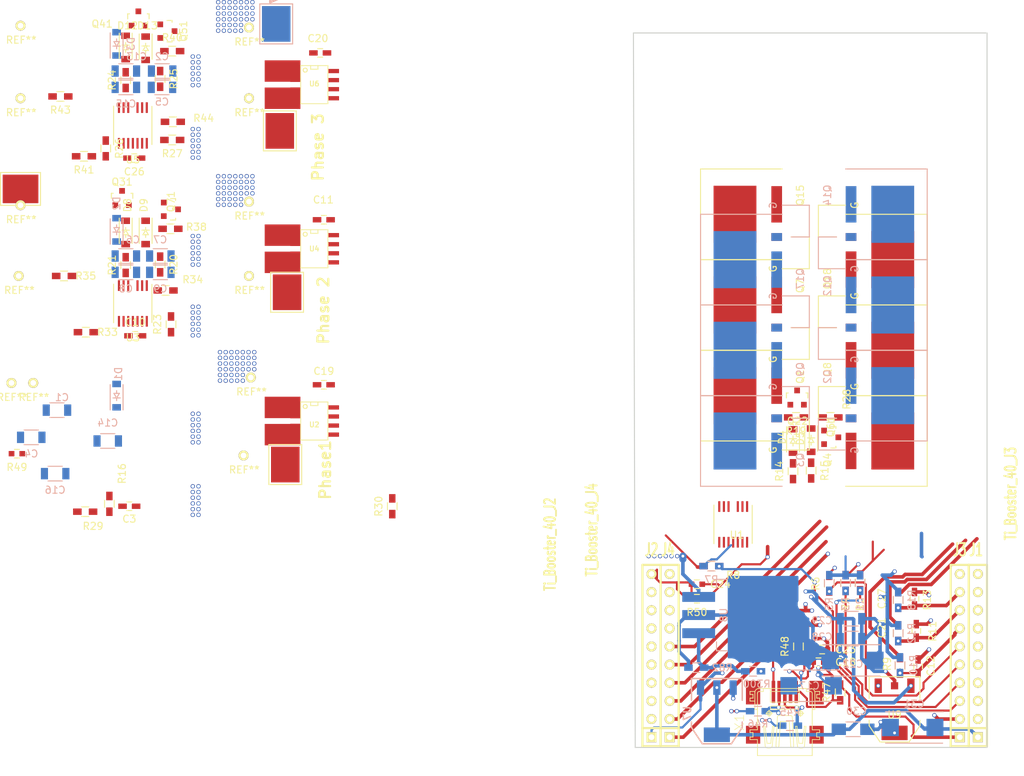
<source format=kicad_pcb>
(kicad_pcb (version 4) (host pcbnew 4.0.0-stable)
  (layers (0 F.Cu signal) (1 In1.Cu power) (2 In2.Cu power) (31 B.Cu signal) (34 B.Paste user hide) (35 F.Paste user hide) (36 B.SilkS user) (37 F.SilkS user) (38 B.Mask user hide) (39 F.Mask user hide) (44 Edge.Cuts user))
  (net 0 "")
  (net 1 GND)
  (net 2 +5V)
  (net 3 V_SUPPLY)
  (net 4 "/Power MOSFETS/H1_VS")
  (net 5 "/Power MOSFETS/CurrentA")
  (net 6 "/Power MOSFETS/H2_VS")
  (net 7 "/Power MOSFETS/CurrentB")
  (net 8 "/Power MOSFETS/H3_VS")
  (net 9 "/Power MOSFETS/CurrentC")
  (net 10 "/Power MOSFETS/M_H1")
  (net 11 "/Power MOSFETS/M_L1")
  (net 12 "/Power MOSFETS/M_H2")
  (net 13 "/Power MOSFETS/M_L2")
  (net 14 "/Power MOSFETS/M_H3")
  (net 15 "/Power MOSFETS/M_L3")
  (net 16 "/Power MOSFETS/PHASE_1")
  (net 17 "/Power MOSFETS/PHASE_2")
  (net 18 "/Power MOSFETS/PHASE_3")
  (net 19 "Net-(R9-Pad1)")
  (net 20 "Net-(R11-Pad1)")
  (net 21 "Net-(R13-Pad1)")
  (net 22 "Net-(R15-Pad2)")
  (net 23 "Net-(R20-Pad2)")
  (net 24 "Net-(R25-Pad2)")
  (net 25 "Net-(U2-Pad6)")
  (net 26 "Net-(U4-Pad6)")
  (net 27 "Net-(U6-Pad6)")
  (net 28 "Net-(J1-Pad2)")
  (net 29 "Net-(J1-Pad3)")
  (net 30 "Net-(J1-Pad4)")
  (net 31 "Net-(J1-Pad5)")
  (net 32 "Net-(J1-Pad6)")
  (net 33 "Net-(J1-Pad7)")
  (net 34 "Net-(J1-Pad8)")
  (net 35 "Net-(J1-Pad9)")
  (net 36 "Net-(J1-Pad10)")
  (net 37 "Net-(J2-Pad2)")
  (net 38 "Net-(J2-Pad4)")
  (net 39 "Net-(J2-Pad6)")
  (net 40 "Net-(J2-Pad7)")
  (net 41 "Net-(J2-Pad8)")
  (net 42 "Net-(J2-Pad9)")
  (net 43 "Net-(J3-Pad3)")
  (net 44 "Net-(J3-Pad4)")
  (net 45 "Net-(J3-Pad5)")
  (net 46 "Net-(J3-Pad6)")
  (net 47 "Net-(J3-Pad10)")
  (net 48 "Net-(J4-Pad7)")
  (net 49 "Net-(J4-Pad8)")
  (net 50 "Net-(J4-Pad9)")
  (net 51 "Net-(J4-Pad10)")
  (net 52 +3V3)
  (net 53 "Net-(X1-Pad4)")
  (net 54 "Net-(C1-Pad1)")
  (net 55 "Net-(C6-Pad1)")
  (net 56 "Net-(C13-Pad1)")
  (net 57 "Net-(Q12-Pad3)")
  (net 58 "Net-(Q17-Pad3)")
  (net 59 "Net-(Q18-Pad3)")
  (net 60 "Net-(R14-Pad1)")
  (net 61 "Net-(R20-Pad1)")
  (net 62 "Net-(R21-Pad1)")
  (net 63 "Net-(R24-Pad1)")
  (net 64 "Net-(R25-Pad1)")
  (net 65 "Net-(U1-Pad4)")
  (net 66 "Net-(U1-Pad6)")
  (net 67 "Net-(U3-Pad4)")
  (net 68 "Net-(U3-Pad6)")
  (net 69 "Net-(U5-Pad4)")
  (net 70 "Net-(U5-Pad6)")
  (net 71 VDD)
  (net 72 "Net-(R300-Pad1)")
  (net 73 "Net-(C24-Pad2)")
  (net 74 "Net-(R45-Pad1)")
  (net 75 "Net-(R46-Pad2)")
  (net 76 "Net-(R47-Pad1)")
  (net 77 "Net-(R48-Pad2)")
  (net 78 "Net-(D4-Pad1)")
  (net 79 "Net-(D4-Pad2)")
  (net 80 "Net-(D5-Pad1)")
  (net 81 "Net-(D5-Pad2)")
  (net 82 "Net-(D8-Pad1)")
  (net 83 "Net-(D8-Pad2)")
  (net 84 "Net-(D9-Pad1)")
  (net 85 "Net-(D9-Pad2)")
  (net 86 "Net-(D12-Pad1)")
  (net 87 "Net-(D12-Pad2)")
  (net 88 "Net-(D13-Pad1)")
  (net 89 "Net-(D13-Pad2)")
  (net 90 "Net-(Q1-Pad3)")
  (net 91 "Net-(Q2-Pad3)")
  (net 92 "Net-(Q3-Pad3)")
  (net 93 "Net-(Q4-Pad3)")
  (net 94 "Net-(Q7-Pad3)")
  (net 95 "Net-(Q8-Pad3)")
  (net 96 "Net-(Q9-Pad3)")
  (net 97 "Net-(Q14-Pad3)")
  (net 98 "Net-(Q15-Pad3)")
  (module thrw (layer F.Cu) (at 149.098 61.214)
    (fp_text reference REF** (at 0.1 2) (layer F.SilkS))
    (fp_text value thrw)
    (pad 1 thru_hole circle (at 0 0) (size 1.397 1.397) (drill 0.8128) (layers *.Cu *.Mask F.SilkS) (net 8 "/Power MOSFETS/H3_VS"))
  )
  (module thrw (layer F.Cu) (at 149.098 86.106)
    (fp_text reference REF** (at 0.1 2) (layer F.SilkS))
    (fp_text value thrw)
    (pad 1 thru_hole circle (at 0 0) (size 1.397 1.397) (drill 0.8128) (layers *.Cu *.Mask F.SilkS) (net 6 "/Power MOSFETS/H2_VS"))
  )
  (module thrw (layer F.Cu) (at 148.336 111.252)
    (fp_text reference REF** (at 0.1 2) (layer F.SilkS))
    (fp_text value thrw)
    (pad 1 thru_hole circle (at 0 0) (size 1.397 1.397) (drill 0.8128) (layers *.Cu *.Mask F.SilkS) (net 4 "/Power MOSFETS/H1_VS"))
  )
  (module thrw (layer F.Cu) (at 149.098 51.308)
    (fp_text reference REF** (at 0.1 2) (layer F.SilkS))
    (fp_text value thrw)
    (pad 1 thru_hole circle (at 0 0) (size 1.397 1.397) (drill 0.8128) (layers *.Cu *.Mask F.SilkS) (net 8 "/Power MOSFETS/H3_VS"))
  )
  (module thrw (layer F.Cu) (at 149.352 100.33)
    (fp_text reference REF** (at 0.1 2) (layer F.SilkS))
    (fp_text value thrw)
    (pad 1 thru_hole circle (at 0 0) (size 1.397 1.397) (drill 0.8128) (layers *.Cu *.Mask F.SilkS) (net 4 "/Power MOSFETS/H1_VS"))
  )
  (module thrw (layer F.Cu) (at 149.098 75.692)
    (fp_text reference REF** (at 0.1 2) (layer F.SilkS))
    (fp_text value thrw)
    (pad 1 thru_hole circle (at 0 0) (size 1.397 1.397) (drill 0.8128) (layers *.Cu *.Mask F.SilkS) (net 6 "/Power MOSFETS/H2_VS"))
  )
  (module thrw (layer F.Cu) (at 117.094 51.054)
    (fp_text reference REF** (at 0.1 2) (layer F.SilkS))
    (fp_text value thrw)
    (pad 1 thru_hole circle (at 0 0) (size 1.397 1.397) (drill 0.8128) (layers *.Cu *.Mask F.SilkS) (net 3 V_SUPPLY))
  )
  (module thrw (layer F.Cu) (at 117.094 61.214)
    (fp_text reference REF** (at 0.1 2) (layer F.SilkS))
    (fp_text value thrw)
    (pad 1 thru_hole circle (at 0 0) (size 1.397 1.397) (drill 0.8128) (layers *.Cu *.Mask F.SilkS) (net 3 V_SUPPLY))
  )
  (module thrw (layer F.Cu) (at 117.094 76.2)
    (fp_text reference REF** (at 0.1 2) (layer F.SilkS))
    (fp_text value thrw)
    (pad 1 thru_hole circle (at 0 0) (size 1.397 1.397) (drill 0.8128) (layers *.Cu *.Mask F.SilkS) (net 3 V_SUPPLY))
  )
  (module thrw (layer F.Cu) (at 116.84 86.106)
    (fp_text reference REF** (at 0.1 2) (layer F.SilkS))
    (fp_text value thrw)
    (pad 1 thru_hole circle (at 0 0) (size 1.397 1.397) (drill 0.8128) (layers *.Cu *.Mask F.SilkS) (net 3 V_SUPPLY))
  )
  (module thrw (layer F.Cu) (at 115.824 101.092)
    (fp_text reference REF** (at 0.1 2) (layer F.SilkS))
    (fp_text value thrw)
    (pad 1 thru_hole circle (at 0 0) (size 1.397 1.397) (drill 0.8128) (layers *.Cu *.Mask F.SilkS) (net 3 V_SUPPLY))
  )
  (module thrw (layer F.Cu) (at 118.872 101.092)
    (fp_text reference REF** (at 0.1 2) (layer F.SilkS))
    (fp_text value thrw)
    (pad 1 thru_hole circle (at 0 0) (size 1.397 1.397) (drill 0.8128) (layers *.Cu *.Mask F.SilkS) (net 3 V_SUPPLY))
  )
  (module Capacitors_SMD:C_1206 (layer B.Cu) (at 136.93 57.404)
    (fp_text reference C2 (at -0.024 -2.032) (layer B.SilkS) (effects (justify mirror)))
    (fp_text value 0.1uf)
    (pad 1 smd rect (at -1.5 0) (size 1 1.6) (layers B.Cu B.Paste B.Mask) (net 71 VDD))
    (pad 2 smd rect (at 1.5 0) (size 1 1.6) (layers B.Cu B.Paste B.Mask) (net 1 GND))
  )
  (module TO_SOT_Packages_SMD:SOT-223 (layer F.Cu) (at 239.522 146.812 180)
    (fp_text reference U9 (at 0 -0.762 180) (layer F.SilkS))
    (fp_text value LM340MPX-5)
    (pad 4 smd rect (at 0 -3.302 180) (size 3.6576 2.032) (layers F.Cu F.Paste F.Mask) (net 1 GND))
    (pad 2 smd rect (at 0 3.302 180) (size 1.016 1) (layers F.Cu F.Paste F.Mask) (net 1 GND))
    (pad 3 smd rect (at 2.286 3.302 180) (size 1.016 2.032) (layers F.Cu F.Paste F.Mask) (net 2 +5V))
    (pad 1 smd rect (at -2.286 3.302 180) (size 1.016 2.032) (layers F.Cu F.Paste F.Mask) (net 71 VDD))
  )
  (module "via 0.60.4" (layer F.Cu) (at 142.024 119.57)
    (fp_text reference REF**26 hide)
    (fp_text value "via 0.60.4" hide)
    (pad 1 thru_hole circle (at 0 0) (size 0.6 0.6) (drill 0.4) (layers *.Cu) (net 1 GND))
  )
  (module "via 0.60.4" (layer F.Cu) (at 141.224 119.57)
    (fp_text reference REF**16 hide)
    (fp_text value "via 0.60.4" hide)
    (pad 1 thru_hole circle (at 0 0) (size 0.6 0.6) (drill 0.4) (layers *.Cu) (net 1 GND))
  )
  (module "via 0.60.4" (layer F.Cu) (at 142.024 118.77)
    (fp_text reference REF**25 hide)
    (fp_text value "via 0.60.4" hide)
    (pad 1 thru_hole circle (at 0 0) (size 0.6 0.6) (drill 0.4) (layers *.Cu) (net 1 GND))
  )
  (module "via 0.60.4" (layer F.Cu) (at 141.224 118.77)
    (fp_text reference REF**15 hide)
    (fp_text value "via 0.60.4" hide)
    (pad 1 thru_hole circle (at 0 0) (size 0.6 0.6) (drill 0.4) (layers *.Cu) (net 1 GND))
  )
  (module "via 0.60.4" (layer F.Cu) (at 142.024 117.97)
    (fp_text reference REF**24 hide)
    (fp_text value "via 0.60.4" hide)
    (pad 1 thru_hole circle (at 0 0) (size 0.6 0.6) (drill 0.4) (layers *.Cu) (net 1 GND))
  )
  (module "via 0.60.4" (layer F.Cu) (at 141.224 117.97)
    (fp_text reference REF**14 hide)
    (fp_text value "via 0.60.4" hide)
    (pad 1 thru_hole circle (at 0 0) (size 0.6 0.6) (drill 0.4) (layers *.Cu) (net 1 GND))
  )
  (module "via 0.60.4" (layer F.Cu) (at 142.024 117.17)
    (fp_text reference REF**23 hide)
    (fp_text value "via 0.60.4" hide)
    (pad 1 thru_hole circle (at 0 0) (size 0.6 0.6) (drill 0.4) (layers *.Cu) (net 1 GND))
  )
  (module "via 0.60.4" (layer F.Cu) (at 141.224 117.17)
    (fp_text reference REF**13 hide)
    (fp_text value "via 0.60.4" hide)
    (pad 1 thru_hole circle (at 0 0) (size 0.6 0.6) (drill 0.4) (layers *.Cu) (net 1 GND))
  )
  (module "via 0.60.4" (layer F.Cu) (at 142.024 116.37)
    (fp_text reference REF**22 hide)
    (fp_text value "via 0.60.4" hide)
    (pad 1 thru_hole circle (at 0 0) (size 0.6 0.6) (drill 0.4) (layers *.Cu) (net 1 GND))
  )
  (module "via 0.60.4" (layer F.Cu) (at 141.224 116.37)
    (fp_text reference REF**12 hide)
    (fp_text value "via 0.60.4" hide)
    (pad 1 thru_hole circle (at 0 0) (size 0.6 0.6) (drill 0.4) (layers *.Cu) (net 1 GND))
  )
  (module "via 0.60.4" (layer F.Cu) (at 142.024 115.57)
    (fp_text reference REF**21 hide)
    (fp_text value "via 0.60.4" hide)
    (pad 1 thru_hole circle (at 0 0) (size 0.6 0.6) (drill 0.4) (layers *.Cu) (net 1 GND))
  )
  (module "via 0.60.4" (layer F.Cu) (at 142.024 109.41)
    (fp_text reference REF**26 hide)
    (fp_text value "via 0.60.4" hide)
    (pad 1 thru_hole circle (at 0 0) (size 0.6 0.6) (drill 0.4) (layers *.Cu) (net 1 GND))
  )
  (module "via 0.60.4" (layer F.Cu) (at 141.224 109.41)
    (fp_text reference REF**16 hide)
    (fp_text value "via 0.60.4" hide)
    (pad 1 thru_hole circle (at 0 0) (size 0.6 0.6) (drill 0.4) (layers *.Cu) (net 1 GND))
  )
  (module "via 0.60.4" (layer F.Cu) (at 142.024 108.61)
    (fp_text reference REF**25 hide)
    (fp_text value "via 0.60.4" hide)
    (pad 1 thru_hole circle (at 0 0) (size 0.6 0.6) (drill 0.4) (layers *.Cu) (net 1 GND))
  )
  (module "via 0.60.4" (layer F.Cu) (at 141.224 108.61)
    (fp_text reference REF**15 hide)
    (fp_text value "via 0.60.4" hide)
    (pad 1 thru_hole circle (at 0 0) (size 0.6 0.6) (drill 0.4) (layers *.Cu) (net 1 GND))
  )
  (module "via 0.60.4" (layer F.Cu) (at 142.024 107.81)
    (fp_text reference REF**24 hide)
    (fp_text value "via 0.60.4" hide)
    (pad 1 thru_hole circle (at 0 0) (size 0.6 0.6) (drill 0.4) (layers *.Cu) (net 1 GND))
  )
  (module "via 0.60.4" (layer F.Cu) (at 141.224 107.81)
    (fp_text reference REF**14 hide)
    (fp_text value "via 0.60.4" hide)
    (pad 1 thru_hole circle (at 0 0) (size 0.6 0.6) (drill 0.4) (layers *.Cu) (net 1 GND))
  )
  (module "via 0.60.4" (layer F.Cu) (at 142.024 107.01)
    (fp_text reference REF**23 hide)
    (fp_text value "via 0.60.4" hide)
    (pad 1 thru_hole circle (at 0 0) (size 0.6 0.6) (drill 0.4) (layers *.Cu) (net 1 GND))
  )
  (module "via 0.60.4" (layer F.Cu) (at 141.224 107.01)
    (fp_text reference REF**13 hide)
    (fp_text value "via 0.60.4" hide)
    (pad 1 thru_hole circle (at 0 0) (size 0.6 0.6) (drill 0.4) (layers *.Cu) (net 1 GND))
  )
  (module "via 0.60.4" (layer F.Cu) (at 142.024 106.21)
    (fp_text reference REF**22 hide)
    (fp_text value "via 0.60.4" hide)
    (pad 1 thru_hole circle (at 0 0) (size 0.6 0.6) (drill 0.4) (layers *.Cu) (net 1 GND))
  )
  (module "via 0.60.4" (layer F.Cu) (at 141.224 106.21)
    (fp_text reference REF**12 hide)
    (fp_text value "via 0.60.4" hide)
    (pad 1 thru_hole circle (at 0 0) (size 0.6 0.6) (drill 0.4) (layers *.Cu) (net 1 GND))
  )
  (module "via 0.60.4" (layer F.Cu) (at 142.024 105.41)
    (fp_text reference REF**21 hide)
    (fp_text value "via 0.60.4" hide)
    (pad 1 thru_hole circle (at 0 0) (size 0.6 0.6) (drill 0.4) (layers *.Cu) (net 1 GND))
  )
  (module "via 0.60.4" (layer F.Cu) (at 141.224 115.57)
    (fp_text reference REF**11 hide)
    (fp_text value "via 0.60.4" hide)
    (pad 1 thru_hole circle (at 0 0) (size 0.6 0.6) (drill 0.4) (layers *.Cu) (net 1 GND))
  )
  (module "via 0.60.4" (layer F.Cu) (at 141.224 105.41)
    (fp_text reference REF**11 hide)
    (fp_text value "via 0.60.4" hide)
    (pad 1 thru_hole circle (at 0 0) (size 0.6 0.6) (drill 0.4) (layers *.Cu) (net 1 GND))
  )
  (module "via 0.60.4" (layer F.Cu) (at 142.024 94.424)
    (fp_text reference REF**26 hide)
    (fp_text value "via 0.60.4" hide)
    (pad 1 thru_hole circle (at 0 0) (size 0.6 0.6) (drill 0.4) (layers *.Cu) (net 1 GND))
  )
  (module "via 0.60.4" (layer F.Cu) (at 141.224 94.424)
    (fp_text reference REF**16 hide)
    (fp_text value "via 0.60.4" hide)
    (pad 1 thru_hole circle (at 0 0) (size 0.6 0.6) (drill 0.4) (layers *.Cu) (net 1 GND))
  )
  (module "via 0.60.4" (layer F.Cu) (at 142.024 93.624)
    (fp_text reference REF**25 hide)
    (fp_text value "via 0.60.4" hide)
    (pad 1 thru_hole circle (at 0 0) (size 0.6 0.6) (drill 0.4) (layers *.Cu) (net 1 GND))
  )
  (module "via 0.60.4" (layer F.Cu) (at 141.224 93.624)
    (fp_text reference REF**15 hide)
    (fp_text value "via 0.60.4" hide)
    (pad 1 thru_hole circle (at 0 0) (size 0.6 0.6) (drill 0.4) (layers *.Cu) (net 1 GND))
  )
  (module "via 0.60.4" (layer F.Cu) (at 142.024 92.824)
    (fp_text reference REF**24 hide)
    (fp_text value "via 0.60.4" hide)
    (pad 1 thru_hole circle (at 0 0) (size 0.6 0.6) (drill 0.4) (layers *.Cu) (net 1 GND))
  )
  (module "via 0.60.4" (layer F.Cu) (at 141.224 92.824)
    (fp_text reference REF**14 hide)
    (fp_text value "via 0.60.4" hide)
    (pad 1 thru_hole circle (at 0 0) (size 0.6 0.6) (drill 0.4) (layers *.Cu) (net 1 GND))
  )
  (module "via 0.60.4" (layer F.Cu) (at 142.024 92.024)
    (fp_text reference REF**23 hide)
    (fp_text value "via 0.60.4" hide)
    (pad 1 thru_hole circle (at 0 0) (size 0.6 0.6) (drill 0.4) (layers *.Cu) (net 1 GND))
  )
  (module "via 0.60.4" (layer F.Cu) (at 141.224 92.024)
    (fp_text reference REF**13 hide)
    (fp_text value "via 0.60.4" hide)
    (pad 1 thru_hole circle (at 0 0) (size 0.6 0.6) (drill 0.4) (layers *.Cu) (net 1 GND))
  )
  (module "via 0.60.4" (layer F.Cu) (at 142.024 91.224)
    (fp_text reference REF**22 hide)
    (fp_text value "via 0.60.4" hide)
    (pad 1 thru_hole circle (at 0 0) (size 0.6 0.6) (drill 0.4) (layers *.Cu) (net 1 GND))
  )
  (module "via 0.60.4" (layer F.Cu) (at 141.224 91.224)
    (fp_text reference REF**12 hide)
    (fp_text value "via 0.60.4" hide)
    (pad 1 thru_hole circle (at 0 0) (size 0.6 0.6) (drill 0.4) (layers *.Cu) (net 1 GND))
  )
  (module "via 0.60.4" (layer F.Cu) (at 142.024 90.424)
    (fp_text reference REF**21 hide)
    (fp_text value "via 0.60.4" hide)
    (pad 1 thru_hole circle (at 0 0) (size 0.6 0.6) (drill 0.4) (layers *.Cu) (net 1 GND))
  )
  (module "via 0.60.4" (layer F.Cu) (at 141.224 90.424)
    (fp_text reference REF**11 hide)
    (fp_text value "via 0.60.4" hide)
    (pad 1 thru_hole circle (at 0 0) (size 0.6 0.6) (drill 0.4) (layers *.Cu) (net 1 GND))
  )
  (module "via 0.60.4" (layer F.Cu) (at 142.024 84.518)
    (fp_text reference REF**26 hide)
    (fp_text value "via 0.60.4" hide)
    (pad 1 thru_hole circle (at 0 0) (size 0.6 0.6) (drill 0.4) (layers *.Cu) (net 1 GND))
  )
  (module "via 0.60.4" (layer F.Cu) (at 141.224 84.518)
    (fp_text reference REF**16 hide)
    (fp_text value "via 0.60.4" hide)
    (pad 1 thru_hole circle (at 0 0) (size 0.6 0.6) (drill 0.4) (layers *.Cu) (net 1 GND))
  )
  (module "via 0.60.4" (layer F.Cu) (at 142.024 83.718)
    (fp_text reference REF**25 hide)
    (fp_text value "via 0.60.4" hide)
    (pad 1 thru_hole circle (at 0 0) (size 0.6 0.6) (drill 0.4) (layers *.Cu) (net 1 GND))
  )
  (module "via 0.60.4" (layer F.Cu) (at 141.224 83.718)
    (fp_text reference REF**15 hide)
    (fp_text value "via 0.60.4" hide)
    (pad 1 thru_hole circle (at 0 0) (size 0.6 0.6) (drill 0.4) (layers *.Cu) (net 1 GND))
  )
  (module "via 0.60.4" (layer F.Cu) (at 142.024 82.918)
    (fp_text reference REF**24 hide)
    (fp_text value "via 0.60.4" hide)
    (pad 1 thru_hole circle (at 0 0) (size 0.6 0.6) (drill 0.4) (layers *.Cu) (net 1 GND))
  )
  (module "via 0.60.4" (layer F.Cu) (at 141.224 82.918)
    (fp_text reference REF**14 hide)
    (fp_text value "via 0.60.4" hide)
    (pad 1 thru_hole circle (at 0 0) (size 0.6 0.6) (drill 0.4) (layers *.Cu) (net 1 GND))
  )
  (module "via 0.60.4" (layer F.Cu) (at 142.024 82.118)
    (fp_text reference REF**23 hide)
    (fp_text value "via 0.60.4" hide)
    (pad 1 thru_hole circle (at 0 0) (size 0.6 0.6) (drill 0.4) (layers *.Cu) (net 1 GND))
  )
  (module "via 0.60.4" (layer F.Cu) (at 141.224 82.118)
    (fp_text reference REF**13 hide)
    (fp_text value "via 0.60.4" hide)
    (pad 1 thru_hole circle (at 0 0) (size 0.6 0.6) (drill 0.4) (layers *.Cu) (net 1 GND))
  )
  (module "via 0.60.4" (layer F.Cu) (at 142.024 81.318)
    (fp_text reference REF**22 hide)
    (fp_text value "via 0.60.4" hide)
    (pad 1 thru_hole circle (at 0 0) (size 0.6 0.6) (drill 0.4) (layers *.Cu) (net 1 GND))
  )
  (module "via 0.60.4" (layer F.Cu) (at 141.224 81.318)
    (fp_text reference REF**12 hide)
    (fp_text value "via 0.60.4" hide)
    (pad 1 thru_hole circle (at 0 0) (size 0.6 0.6) (drill 0.4) (layers *.Cu) (net 1 GND))
  )
  (module "via 0.60.4" (layer F.Cu) (at 142.024 80.518)
    (fp_text reference REF**21 hide)
    (fp_text value "via 0.60.4" hide)
    (pad 1 thru_hole circle (at 0 0) (size 0.6 0.6) (drill 0.4) (layers *.Cu) (net 1 GND))
  )
  (module "via 0.60.4" (layer F.Cu) (at 141.224 80.518)
    (fp_text reference REF**11 hide)
    (fp_text value "via 0.60.4" hide)
    (pad 1 thru_hole circle (at 0 0) (size 0.6 0.6) (drill 0.4) (layers *.Cu) (net 1 GND))
  )
  (module "via 0.60.4" (layer F.Cu) (at 142.024 69.532)
    (fp_text reference REF**26 hide)
    (fp_text value "via 0.60.4" hide)
    (pad 1 thru_hole circle (at 0 0) (size 0.6 0.6) (drill 0.4) (layers *.Cu) (net 1 GND))
  )
  (module "via 0.60.4" (layer F.Cu) (at 141.224 69.532)
    (fp_text reference REF**16 hide)
    (fp_text value "via 0.60.4" hide)
    (pad 1 thru_hole circle (at 0 0) (size 0.6 0.6) (drill 0.4) (layers *.Cu) (net 1 GND))
  )
  (module "via 0.60.4" (layer F.Cu) (at 142.024 68.732)
    (fp_text reference REF**25 hide)
    (fp_text value "via 0.60.4" hide)
    (pad 1 thru_hole circle (at 0 0) (size 0.6 0.6) (drill 0.4) (layers *.Cu) (net 1 GND))
  )
  (module "via 0.60.4" (layer F.Cu) (at 141.224 68.732)
    (fp_text reference REF**15 hide)
    (fp_text value "via 0.60.4" hide)
    (pad 1 thru_hole circle (at 0 0) (size 0.6 0.6) (drill 0.4) (layers *.Cu) (net 1 GND))
  )
  (module "via 0.60.4" (layer F.Cu) (at 142.024 67.932)
    (fp_text reference REF**24 hide)
    (fp_text value "via 0.60.4" hide)
    (pad 1 thru_hole circle (at 0 0) (size 0.6 0.6) (drill 0.4) (layers *.Cu) (net 1 GND))
  )
  (module "via 0.60.4" (layer F.Cu) (at 141.224 67.932)
    (fp_text reference REF**14 hide)
    (fp_text value "via 0.60.4" hide)
    (pad 1 thru_hole circle (at 0 0) (size 0.6 0.6) (drill 0.4) (layers *.Cu) (net 1 GND))
  )
  (module "via 0.60.4" (layer F.Cu) (at 142.024 67.132)
    (fp_text reference REF**23 hide)
    (fp_text value "via 0.60.4" hide)
    (pad 1 thru_hole circle (at 0 0) (size 0.6 0.6) (drill 0.4) (layers *.Cu) (net 1 GND))
  )
  (module "via 0.60.4" (layer F.Cu) (at 141.224 67.132)
    (fp_text reference REF**13 hide)
    (fp_text value "via 0.60.4" hide)
    (pad 1 thru_hole circle (at 0 0) (size 0.6 0.6) (drill 0.4) (layers *.Cu) (net 1 GND))
  )
  (module "via 0.60.4" (layer F.Cu) (at 142.024 66.332)
    (fp_text reference REF**22 hide)
    (fp_text value "via 0.60.4" hide)
    (pad 1 thru_hole circle (at 0 0) (size 0.6 0.6) (drill 0.4) (layers *.Cu) (net 1 GND))
  )
  (module "via 0.60.4" (layer F.Cu) (at 141.224 66.332)
    (fp_text reference REF**12 hide)
    (fp_text value "via 0.60.4" hide)
    (pad 1 thru_hole circle (at 0 0) (size 0.6 0.6) (drill 0.4) (layers *.Cu) (net 1 GND))
  )
  (module "via 0.60.4" (layer F.Cu) (at 142.024 65.532)
    (fp_text reference REF**21 hide)
    (fp_text value "via 0.60.4" hide)
    (pad 1 thru_hole circle (at 0 0) (size 0.6 0.6) (drill 0.4) (layers *.Cu) (net 1 GND))
  )
  (module "via 0.60.4" (layer F.Cu) (at 141.224 65.532)
    (fp_text reference REF**11 hide)
    (fp_text value "via 0.60.4" hide)
    (pad 1 thru_hole circle (at 0 0) (size 0.6 0.6) (drill 0.4) (layers *.Cu) (net 1 GND))
  )
  (module "via 0.60.4" (layer F.Cu) (at 142.024 59.372)
    (fp_text reference REF**26 hide)
    (fp_text value "via 0.60.4" hide)
    (pad 1 thru_hole circle (at 0 0) (size 0.6 0.6) (drill 0.4) (layers *.Cu) (net 1 GND))
  )
  (module "via 0.60.4" (layer F.Cu) (at 141.224 59.372)
    (fp_text reference REF**16 hide)
    (fp_text value "via 0.60.4" hide)
    (pad 1 thru_hole circle (at 0 0) (size 0.6 0.6) (drill 0.4) (layers *.Cu) (net 1 GND))
  )
  (module "via 0.60.4" (layer F.Cu) (at 142.024 58.572)
    (fp_text reference REF**25 hide)
    (fp_text value "via 0.60.4" hide)
    (pad 1 thru_hole circle (at 0 0) (size 0.6 0.6) (drill 0.4) (layers *.Cu) (net 1 GND))
  )
  (module "via 0.60.4" (layer F.Cu) (at 141.224 58.572)
    (fp_text reference REF**15 hide)
    (fp_text value "via 0.60.4" hide)
    (pad 1 thru_hole circle (at 0 0) (size 0.6 0.6) (drill 0.4) (layers *.Cu) (net 1 GND))
  )
  (module "via 0.60.4" (layer F.Cu) (at 142.024 57.772)
    (fp_text reference REF**24 hide)
    (fp_text value "via 0.60.4" hide)
    (pad 1 thru_hole circle (at 0 0) (size 0.6 0.6) (drill 0.4) (layers *.Cu) (net 1 GND))
  )
  (module "via 0.60.4" (layer F.Cu) (at 141.224 57.772)
    (fp_text reference REF**14 hide)
    (fp_text value "via 0.60.4" hide)
    (pad 1 thru_hole circle (at 0 0) (size 0.6 0.6) (drill 0.4) (layers *.Cu) (net 1 GND))
  )
  (module "via 0.60.4" (layer F.Cu) (at 142.024 56.972)
    (fp_text reference REF**23 hide)
    (fp_text value "via 0.60.4" hide)
    (pad 1 thru_hole circle (at 0 0) (size 0.6 0.6) (drill 0.4) (layers *.Cu) (net 1 GND))
  )
  (module "via 0.60.4" (layer F.Cu) (at 141.224 56.972)
    (fp_text reference REF**13 hide)
    (fp_text value "via 0.60.4" hide)
    (pad 1 thru_hole circle (at 0 0) (size 0.6 0.6) (drill 0.4) (layers *.Cu) (net 1 GND))
  )
  (module "via 0.60.4" (layer F.Cu) (at 142.024 56.172)
    (fp_text reference REF**22 hide)
    (fp_text value "via 0.60.4" hide)
    (pad 1 thru_hole circle (at 0 0) (size 0.6 0.6) (drill 0.4) (layers *.Cu) (net 1 GND))
  )
  (module "via 0.60.4" (layer F.Cu) (at 141.224 56.172)
    (fp_text reference REF**12 hide)
    (fp_text value "via 0.60.4" hide)
    (pad 1 thru_hole circle (at 0 0) (size 0.6 0.6) (drill 0.4) (layers *.Cu) (net 1 GND))
  )
  (module "via 0.60.4" (layer F.Cu) (at 142.024 55.372)
    (fp_text reference REF**21 hide)
    (fp_text value "via 0.60.4" hide)
    (pad 1 thru_hole circle (at 0 0) (size 0.6 0.6) (drill 0.4) (layers *.Cu) (net 1 GND))
  )
  (module "via 0.60.4" (layer F.Cu) (at 141.224 55.372)
    (fp_text reference REF**11 hide)
    (fp_text value "via 0.60.4" hide)
    (pad 1 thru_hole circle (at 0 0) (size 0.6 0.6) (drill 0.4) (layers *.Cu) (net 1 GND))
  )
  (module "via 0.60.4" (layer F.Cu) (at 148.234 100.774)
    (fp_text reference REF**156 hide)
    (fp_text value "via 0.60.4" hide)
    (pad 1 thru_hole circle (at 0 0) (size 0.6 0.6) (drill 0.4) (layers *.Cu) (net 4 "/Power MOSFETS/H1_VS"))
  )
  (module "via 0.60.4" (layer F.Cu) (at 147.434 100.774)
    (fp_text reference REF**146 hide)
    (fp_text value "via 0.60.4" hide)
    (pad 1 thru_hole circle (at 0 0) (size 0.6 0.6) (drill 0.4) (layers *.Cu) (net 4 "/Power MOSFETS/H1_VS"))
  )
  (module "via 0.60.4" (layer F.Cu) (at 146.634 100.774)
    (fp_text reference REF**136 hide)
    (fp_text value "via 0.60.4" hide)
    (pad 1 thru_hole circle (at 0 0) (size 0.6 0.6) (drill 0.4) (layers *.Cu) (net 4 "/Power MOSFETS/H1_VS"))
  )
  (module "via 0.60.4" (layer F.Cu) (at 145.834 100.774)
    (fp_text reference REF**126 hide)
    (fp_text value "via 0.60.4" hide)
    (pad 1 thru_hole circle (at 0 0) (size 0.6 0.6) (drill 0.4) (layers *.Cu) (net 4 "/Power MOSFETS/H1_VS"))
  )
  (module "via 0.60.4" (layer F.Cu) (at 145.034 100.774)
    (fp_text reference REF**116 hide)
    (fp_text value "via 0.60.4" hide)
    (pad 1 thru_hole circle (at 0 0) (size 0.6 0.6) (drill 0.4) (layers *.Cu) (net 4 "/Power MOSFETS/H1_VS"))
  )
  (module "via 0.60.4" (layer F.Cu) (at 148.234 99.974)
    (fp_text reference REF**155 hide)
    (fp_text value "via 0.60.4" hide)
    (pad 1 thru_hole circle (at 0 0) (size 0.6 0.6) (drill 0.4) (layers *.Cu) (net 4 "/Power MOSFETS/H1_VS"))
  )
  (module "via 0.60.4" (layer F.Cu) (at 147.434 99.974)
    (fp_text reference REF**145 hide)
    (fp_text value "via 0.60.4" hide)
    (pad 1 thru_hole circle (at 0 0) (size 0.6 0.6) (drill 0.4) (layers *.Cu) (net 4 "/Power MOSFETS/H1_VS"))
  )
  (module "via 0.60.4" (layer F.Cu) (at 146.634 99.974)
    (fp_text reference REF**135 hide)
    (fp_text value "via 0.60.4" hide)
    (pad 1 thru_hole circle (at 0 0) (size 0.6 0.6) (drill 0.4) (layers *.Cu) (net 4 "/Power MOSFETS/H1_VS"))
  )
  (module "via 0.60.4" (layer F.Cu) (at 145.834 99.974)
    (fp_text reference REF**125 hide)
    (fp_text value "via 0.60.4" hide)
    (pad 1 thru_hole circle (at 0 0) (size 0.6 0.6) (drill 0.4) (layers *.Cu) (net 4 "/Power MOSFETS/H1_VS"))
  )
  (module "via 0.60.4" (layer F.Cu) (at 145.034 99.974)
    (fp_text reference REF**115 hide)
    (fp_text value "via 0.60.4" hide)
    (pad 1 thru_hole circle (at 0 0) (size 0.6 0.6) (drill 0.4) (layers *.Cu) (net 4 "/Power MOSFETS/H1_VS"))
  )
  (module "via 0.60.4" (layer F.Cu) (at 149.834 99.174)
    (fp_text reference REF**174 hide)
    (fp_text value "via 0.60.4" hide)
    (pad 1 thru_hole circle (at 0 0) (size 0.6 0.6) (drill 0.4) (layers *.Cu) (net 4 "/Power MOSFETS/H1_VS"))
  )
  (module "via 0.60.4" (layer F.Cu) (at 149.034 99.174)
    (fp_text reference REF**164 hide)
    (fp_text value "via 0.60.4" hide)
    (pad 1 thru_hole circle (at 0 0) (size 0.6 0.6) (drill 0.4) (layers *.Cu) (net 4 "/Power MOSFETS/H1_VS"))
  )
  (module "via 0.60.4" (layer F.Cu) (at 148.234 99.174)
    (fp_text reference REF**154 hide)
    (fp_text value "via 0.60.4" hide)
    (pad 1 thru_hole circle (at 0 0) (size 0.6 0.6) (drill 0.4) (layers *.Cu) (net 4 "/Power MOSFETS/H1_VS"))
  )
  (module "via 0.60.4" (layer F.Cu) (at 147.434 99.174)
    (fp_text reference REF**144 hide)
    (fp_text value "via 0.60.4" hide)
    (pad 1 thru_hole circle (at 0 0) (size 0.6 0.6) (drill 0.4) (layers *.Cu) (net 4 "/Power MOSFETS/H1_VS"))
  )
  (module "via 0.60.4" (layer F.Cu) (at 146.634 99.174)
    (fp_text reference REF**134 hide)
    (fp_text value "via 0.60.4" hide)
    (pad 1 thru_hole circle (at 0 0) (size 0.6 0.6) (drill 0.4) (layers *.Cu) (net 4 "/Power MOSFETS/H1_VS"))
  )
  (module "via 0.60.4" (layer F.Cu) (at 145.834 99.174)
    (fp_text reference REF**124 hide)
    (fp_text value "via 0.60.4" hide)
    (pad 1 thru_hole circle (at 0 0) (size 0.6 0.6) (drill 0.4) (layers *.Cu) (net 4 "/Power MOSFETS/H1_VS"))
  )
  (module "via 0.60.4" (layer F.Cu) (at 145.034 99.174)
    (fp_text reference REF**114 hide)
    (fp_text value "via 0.60.4" hide)
    (pad 1 thru_hole circle (at 0 0) (size 0.6 0.6) (drill 0.4) (layers *.Cu) (net 4 "/Power MOSFETS/H1_VS"))
  )
  (module "via 0.60.4" (layer F.Cu) (at 149.834 98.374)
    (fp_text reference REF**173 hide)
    (fp_text value "via 0.60.4" hide)
    (pad 1 thru_hole circle (at 0 0) (size 0.6 0.6) (drill 0.4) (layers *.Cu) (net 4 "/Power MOSFETS/H1_VS"))
  )
  (module "via 0.60.4" (layer F.Cu) (at 149.034 98.374)
    (fp_text reference REF**163 hide)
    (fp_text value "via 0.60.4" hide)
    (pad 1 thru_hole circle (at 0 0) (size 0.6 0.6) (drill 0.4) (layers *.Cu) (net 4 "/Power MOSFETS/H1_VS"))
  )
  (module "via 0.60.4" (layer F.Cu) (at 148.234 98.374)
    (fp_text reference REF**153 hide)
    (fp_text value "via 0.60.4" hide)
    (pad 1 thru_hole circle (at 0 0) (size 0.6 0.6) (drill 0.4) (layers *.Cu) (net 4 "/Power MOSFETS/H1_VS"))
  )
  (module "via 0.60.4" (layer F.Cu) (at 147.434 98.374)
    (fp_text reference REF**143 hide)
    (fp_text value "via 0.60.4" hide)
    (pad 1 thru_hole circle (at 0 0) (size 0.6 0.6) (drill 0.4) (layers *.Cu) (net 4 "/Power MOSFETS/H1_VS"))
  )
  (module "via 0.60.4" (layer F.Cu) (at 146.634 98.374)
    (fp_text reference REF**133 hide)
    (fp_text value "via 0.60.4" hide)
    (pad 1 thru_hole circle (at 0 0) (size 0.6 0.6) (drill 0.4) (layers *.Cu) (net 4 "/Power MOSFETS/H1_VS"))
  )
  (module "via 0.60.4" (layer F.Cu) (at 145.834 98.374)
    (fp_text reference REF**123 hide)
    (fp_text value "via 0.60.4" hide)
    (pad 1 thru_hole circle (at 0 0) (size 0.6 0.6) (drill 0.4) (layers *.Cu) (net 4 "/Power MOSFETS/H1_VS"))
  )
  (module "via 0.60.4" (layer F.Cu) (at 145.034 98.374)
    (fp_text reference REF**113 hide)
    (fp_text value "via 0.60.4" hide)
    (pad 1 thru_hole circle (at 0 0) (size 0.6 0.6) (drill 0.4) (layers *.Cu) (net 4 "/Power MOSFETS/H1_VS"))
  )
  (module "via 0.60.4" (layer F.Cu) (at 149.834 97.574)
    (fp_text reference REF**172 hide)
    (fp_text value "via 0.60.4" hide)
    (pad 1 thru_hole circle (at 0 0) (size 0.6 0.6) (drill 0.4) (layers *.Cu) (net 4 "/Power MOSFETS/H1_VS"))
  )
  (module "via 0.60.4" (layer F.Cu) (at 149.034 97.574)
    (fp_text reference REF**162 hide)
    (fp_text value "via 0.60.4" hide)
    (pad 1 thru_hole circle (at 0 0) (size 0.6 0.6) (drill 0.4) (layers *.Cu) (net 4 "/Power MOSFETS/H1_VS"))
  )
  (module "via 0.60.4" (layer F.Cu) (at 148.234 97.574)
    (fp_text reference REF**152 hide)
    (fp_text value "via 0.60.4" hide)
    (pad 1 thru_hole circle (at 0 0) (size 0.6 0.6) (drill 0.4) (layers *.Cu) (net 4 "/Power MOSFETS/H1_VS"))
  )
  (module "via 0.60.4" (layer F.Cu) (at 147.434 97.574)
    (fp_text reference REF**142 hide)
    (fp_text value "via 0.60.4" hide)
    (pad 1 thru_hole circle (at 0 0) (size 0.6 0.6) (drill 0.4) (layers *.Cu) (net 4 "/Power MOSFETS/H1_VS"))
  )
  (module "via 0.60.4" (layer F.Cu) (at 146.634 97.574)
    (fp_text reference REF**132 hide)
    (fp_text value "via 0.60.4" hide)
    (pad 1 thru_hole circle (at 0 0) (size 0.6 0.6) (drill 0.4) (layers *.Cu) (net 4 "/Power MOSFETS/H1_VS"))
  )
  (module "via 0.60.4" (layer F.Cu) (at 145.834 97.574)
    (fp_text reference REF**122 hide)
    (fp_text value "via 0.60.4" hide)
    (pad 1 thru_hole circle (at 0 0) (size 0.6 0.6) (drill 0.4) (layers *.Cu) (net 4 "/Power MOSFETS/H1_VS"))
  )
  (module "via 0.60.4" (layer F.Cu) (at 145.034 97.574)
    (fp_text reference REF**112 hide)
    (fp_text value "via 0.60.4" hide)
    (pad 1 thru_hole circle (at 0 0) (size 0.6 0.6) (drill 0.4) (layers *.Cu) (net 4 "/Power MOSFETS/H1_VS"))
  )
  (module "via 0.60.4" (layer F.Cu) (at 149.834 96.774)
    (fp_text reference REF**171 hide)
    (fp_text value "via 0.60.4" hide)
    (pad 1 thru_hole circle (at 0 0) (size 0.6 0.6) (drill 0.4) (layers *.Cu) (net 4 "/Power MOSFETS/H1_VS"))
  )
  (module "via 0.60.4" (layer F.Cu) (at 149.034 96.774)
    (fp_text reference REF**161 hide)
    (fp_text value "via 0.60.4" hide)
    (pad 1 thru_hole circle (at 0 0) (size 0.6 0.6) (drill 0.4) (layers *.Cu) (net 4 "/Power MOSFETS/H1_VS"))
  )
  (module "via 0.60.4" (layer F.Cu) (at 148.234 96.774)
    (fp_text reference REF**151 hide)
    (fp_text value "via 0.60.4" hide)
    (pad 1 thru_hole circle (at 0 0) (size 0.6 0.6) (drill 0.4) (layers *.Cu) (net 4 "/Power MOSFETS/H1_VS"))
  )
  (module "via 0.60.4" (layer F.Cu) (at 147.434 96.774)
    (fp_text reference REF**141 hide)
    (fp_text value "via 0.60.4" hide)
    (pad 1 thru_hole circle (at 0 0) (size 0.6 0.6) (drill 0.4) (layers *.Cu) (net 4 "/Power MOSFETS/H1_VS"))
  )
  (module "via 0.60.4" (layer F.Cu) (at 146.634 96.774)
    (fp_text reference REF**131 hide)
    (fp_text value "via 0.60.4" hide)
    (pad 1 thru_hole circle (at 0 0) (size 0.6 0.6) (drill 0.4) (layers *.Cu) (net 4 "/Power MOSFETS/H1_VS"))
  )
  (module "via 0.60.4" (layer F.Cu) (at 145.834 96.774)
    (fp_text reference REF**121 hide)
    (fp_text value "via 0.60.4" hide)
    (pad 1 thru_hole circle (at 0 0) (size 0.6 0.6) (drill 0.4) (layers *.Cu) (net 4 "/Power MOSFETS/H1_VS"))
  )
  (module "via 0.60.4" (layer F.Cu) (at 145.034 96.774)
    (fp_text reference REF**111 hide)
    (fp_text value "via 0.60.4" hide)
    (pad 1 thru_hole circle (at 0 0) (size 0.6 0.6) (drill 0.4) (layers *.Cu) (net 4 "/Power MOSFETS/H1_VS"))
  )
  (module "via 0.60.4" (layer F.Cu) (at 147.98 76.136)
    (fp_text reference REF**56 hide)
    (fp_text value "via 0.60.4" hide)
    (pad 1 thru_hole circle (at 0 0) (size 0.6 0.6) (drill 0.4) (layers *.Cu) (net 6 "/Power MOSFETS/H2_VS"))
  )
  (module "via 0.60.4" (layer F.Cu) (at 147.18 76.136)
    (fp_text reference REF**46 hide)
    (fp_text value "via 0.60.4" hide)
    (pad 1 thru_hole circle (at 0 0) (size 0.6 0.6) (drill 0.4) (layers *.Cu) (net 6 "/Power MOSFETS/H2_VS"))
  )
  (module "via 0.60.4" (layer F.Cu) (at 146.38 76.136)
    (fp_text reference REF**36 hide)
    (fp_text value "via 0.60.4" hide)
    (pad 1 thru_hole circle (at 0 0) (size 0.6 0.6) (drill 0.4) (layers *.Cu) (net 6 "/Power MOSFETS/H2_VS"))
  )
  (module "via 0.60.4" (layer F.Cu) (at 145.58 76.136)
    (fp_text reference REF**26 hide)
    (fp_text value "via 0.60.4" hide)
    (pad 1 thru_hole circle (at 0 0) (size 0.6 0.6) (drill 0.4) (layers *.Cu) (net 6 "/Power MOSFETS/H2_VS"))
  )
  (module "via 0.60.4" (layer F.Cu) (at 144.78 76.136)
    (fp_text reference REF**16 hide)
    (fp_text value "via 0.60.4" hide)
    (pad 1 thru_hole circle (at 0 0) (size 0.6 0.6) (drill 0.4) (layers *.Cu) (net 6 "/Power MOSFETS/H2_VS"))
  )
  (module "via 0.60.4" (layer F.Cu) (at 147.98 75.336)
    (fp_text reference REF**55 hide)
    (fp_text value "via 0.60.4" hide)
    (pad 1 thru_hole circle (at 0 0) (size 0.6 0.6) (drill 0.4) (layers *.Cu) (net 6 "/Power MOSFETS/H2_VS"))
  )
  (module "via 0.60.4" (layer F.Cu) (at 147.18 75.336)
    (fp_text reference REF**45 hide)
    (fp_text value "via 0.60.4" hide)
    (pad 1 thru_hole circle (at 0 0) (size 0.6 0.6) (drill 0.4) (layers *.Cu) (net 6 "/Power MOSFETS/H2_VS"))
  )
  (module "via 0.60.4" (layer F.Cu) (at 146.38 75.336)
    (fp_text reference REF**35 hide)
    (fp_text value "via 0.60.4" hide)
    (pad 1 thru_hole circle (at 0 0) (size 0.6 0.6) (drill 0.4) (layers *.Cu) (net 6 "/Power MOSFETS/H2_VS"))
  )
  (module "via 0.60.4" (layer F.Cu) (at 145.58 75.336)
    (fp_text reference REF**25 hide)
    (fp_text value "via 0.60.4" hide)
    (pad 1 thru_hole circle (at 0 0) (size 0.6 0.6) (drill 0.4) (layers *.Cu) (net 6 "/Power MOSFETS/H2_VS"))
  )
  (module "via 0.60.4" (layer F.Cu) (at 144.78 75.336)
    (fp_text reference REF**15 hide)
    (fp_text value "via 0.60.4" hide)
    (pad 1 thru_hole circle (at 0 0) (size 0.6 0.6) (drill 0.4) (layers *.Cu) (net 6 "/Power MOSFETS/H2_VS"))
  )
  (module "via 0.60.4" (layer F.Cu) (at 149.58 74.536)
    (fp_text reference REF**74 hide)
    (fp_text value "via 0.60.4" hide)
    (pad 1 thru_hole circle (at 0 0) (size 0.6 0.6) (drill 0.4) (layers *.Cu) (net 6 "/Power MOSFETS/H2_VS"))
  )
  (module "via 0.60.4" (layer F.Cu) (at 148.78 74.536)
    (fp_text reference REF**64 hide)
    (fp_text value "via 0.60.4" hide)
    (pad 1 thru_hole circle (at 0 0) (size 0.6 0.6) (drill 0.4) (layers *.Cu) (net 6 "/Power MOSFETS/H2_VS"))
  )
  (module "via 0.60.4" (layer F.Cu) (at 147.98 74.536)
    (fp_text reference REF**54 hide)
    (fp_text value "via 0.60.4" hide)
    (pad 1 thru_hole circle (at 0 0) (size 0.6 0.6) (drill 0.4) (layers *.Cu) (net 6 "/Power MOSFETS/H2_VS"))
  )
  (module "via 0.60.4" (layer F.Cu) (at 147.18 74.536)
    (fp_text reference REF**44 hide)
    (fp_text value "via 0.60.4" hide)
    (pad 1 thru_hole circle (at 0 0) (size 0.6 0.6) (drill 0.4) (layers *.Cu) (net 6 "/Power MOSFETS/H2_VS"))
  )
  (module "via 0.60.4" (layer F.Cu) (at 146.38 74.536)
    (fp_text reference REF**34 hide)
    (fp_text value "via 0.60.4" hide)
    (pad 1 thru_hole circle (at 0 0) (size 0.6 0.6) (drill 0.4) (layers *.Cu) (net 6 "/Power MOSFETS/H2_VS"))
  )
  (module "via 0.60.4" (layer F.Cu) (at 145.58 74.536)
    (fp_text reference REF**24 hide)
    (fp_text value "via 0.60.4" hide)
    (pad 1 thru_hole circle (at 0 0) (size 0.6 0.6) (drill 0.4) (layers *.Cu) (net 6 "/Power MOSFETS/H2_VS"))
  )
  (module "via 0.60.4" (layer F.Cu) (at 144.78 74.536)
    (fp_text reference REF**14 hide)
    (fp_text value "via 0.60.4" hide)
    (pad 1 thru_hole circle (at 0 0) (size 0.6 0.6) (drill 0.4) (layers *.Cu) (net 6 "/Power MOSFETS/H2_VS"))
  )
  (module "via 0.60.4" (layer F.Cu) (at 149.58 73.736)
    (fp_text reference REF**73 hide)
    (fp_text value "via 0.60.4" hide)
    (pad 1 thru_hole circle (at 0 0) (size 0.6 0.6) (drill 0.4) (layers *.Cu) (net 6 "/Power MOSFETS/H2_VS"))
  )
  (module "via 0.60.4" (layer F.Cu) (at 148.78 73.736)
    (fp_text reference REF**63 hide)
    (fp_text value "via 0.60.4" hide)
    (pad 1 thru_hole circle (at 0 0) (size 0.6 0.6) (drill 0.4) (layers *.Cu) (net 6 "/Power MOSFETS/H2_VS"))
  )
  (module "via 0.60.4" (layer F.Cu) (at 147.98 73.736)
    (fp_text reference REF**53 hide)
    (fp_text value "via 0.60.4" hide)
    (pad 1 thru_hole circle (at 0 0) (size 0.6 0.6) (drill 0.4) (layers *.Cu) (net 6 "/Power MOSFETS/H2_VS"))
  )
  (module "via 0.60.4" (layer F.Cu) (at 147.18 73.736)
    (fp_text reference REF**43 hide)
    (fp_text value "via 0.60.4" hide)
    (pad 1 thru_hole circle (at 0 0) (size 0.6 0.6) (drill 0.4) (layers *.Cu) (net 6 "/Power MOSFETS/H2_VS"))
  )
  (module "via 0.60.4" (layer F.Cu) (at 146.38 73.736)
    (fp_text reference REF**33 hide)
    (fp_text value "via 0.60.4" hide)
    (pad 1 thru_hole circle (at 0 0) (size 0.6 0.6) (drill 0.4) (layers *.Cu) (net 6 "/Power MOSFETS/H2_VS"))
  )
  (module "via 0.60.4" (layer F.Cu) (at 145.58 73.736)
    (fp_text reference REF**23 hide)
    (fp_text value "via 0.60.4" hide)
    (pad 1 thru_hole circle (at 0 0) (size 0.6 0.6) (drill 0.4) (layers *.Cu) (net 6 "/Power MOSFETS/H2_VS"))
  )
  (module "via 0.60.4" (layer F.Cu) (at 144.78 73.736)
    (fp_text reference REF**13 hide)
    (fp_text value "via 0.60.4" hide)
    (pad 1 thru_hole circle (at 0 0) (size 0.6 0.6) (drill 0.4) (layers *.Cu) (net 6 "/Power MOSFETS/H2_VS"))
  )
  (module "via 0.60.4" (layer F.Cu) (at 149.58 72.936)
    (fp_text reference REF**72 hide)
    (fp_text value "via 0.60.4" hide)
    (pad 1 thru_hole circle (at 0 0) (size 0.6 0.6) (drill 0.4) (layers *.Cu) (net 6 "/Power MOSFETS/H2_VS"))
  )
  (module "via 0.60.4" (layer F.Cu) (at 148.78 72.936)
    (fp_text reference REF**62 hide)
    (fp_text value "via 0.60.4" hide)
    (pad 1 thru_hole circle (at 0 0) (size 0.6 0.6) (drill 0.4) (layers *.Cu) (net 6 "/Power MOSFETS/H2_VS"))
  )
  (module "via 0.60.4" (layer F.Cu) (at 147.98 72.936)
    (fp_text reference REF**52 hide)
    (fp_text value "via 0.60.4" hide)
    (pad 1 thru_hole circle (at 0 0) (size 0.6 0.6) (drill 0.4) (layers *.Cu) (net 6 "/Power MOSFETS/H2_VS"))
  )
  (module "via 0.60.4" (layer F.Cu) (at 147.18 72.936)
    (fp_text reference REF**42 hide)
    (fp_text value "via 0.60.4" hide)
    (pad 1 thru_hole circle (at 0 0) (size 0.6 0.6) (drill 0.4) (layers *.Cu) (net 6 "/Power MOSFETS/H2_VS"))
  )
  (module "via 0.60.4" (layer F.Cu) (at 146.38 72.936)
    (fp_text reference REF**32 hide)
    (fp_text value "via 0.60.4" hide)
    (pad 1 thru_hole circle (at 0 0) (size 0.6 0.6) (drill 0.4) (layers *.Cu) (net 6 "/Power MOSFETS/H2_VS"))
  )
  (module "via 0.60.4" (layer F.Cu) (at 145.58 72.936)
    (fp_text reference REF**22 hide)
    (fp_text value "via 0.60.4" hide)
    (pad 1 thru_hole circle (at 0 0) (size 0.6 0.6) (drill 0.4) (layers *.Cu) (net 6 "/Power MOSFETS/H2_VS"))
  )
  (module "via 0.60.4" (layer F.Cu) (at 144.78 72.936)
    (fp_text reference REF**12 hide)
    (fp_text value "via 0.60.4" hide)
    (pad 1 thru_hole circle (at 0 0) (size 0.6 0.6) (drill 0.4) (layers *.Cu) (net 6 "/Power MOSFETS/H2_VS"))
  )
  (module "via 0.60.4" (layer F.Cu) (at 149.58 72.136)
    (fp_text reference REF**71 hide)
    (fp_text value "via 0.60.4" hide)
    (pad 1 thru_hole circle (at 0 0) (size 0.6 0.6) (drill 0.4) (layers *.Cu) (net 6 "/Power MOSFETS/H2_VS"))
  )
  (module "via 0.60.4" (layer F.Cu) (at 148.78 72.136)
    (fp_text reference REF**61 hide)
    (fp_text value "via 0.60.4" hide)
    (pad 1 thru_hole circle (at 0 0) (size 0.6 0.6) (drill 0.4) (layers *.Cu) (net 6 "/Power MOSFETS/H2_VS"))
  )
  (module "via 0.60.4" (layer F.Cu) (at 147.98 72.136)
    (fp_text reference REF**51 hide)
    (fp_text value "via 0.60.4" hide)
    (pad 1 thru_hole circle (at 0 0) (size 0.6 0.6) (drill 0.4) (layers *.Cu) (net 6 "/Power MOSFETS/H2_VS"))
  )
  (module "via 0.60.4" (layer F.Cu) (at 147.18 72.136)
    (fp_text reference REF**41 hide)
    (fp_text value "via 0.60.4" hide)
    (pad 1 thru_hole circle (at 0 0) (size 0.6 0.6) (drill 0.4) (layers *.Cu) (net 6 "/Power MOSFETS/H2_VS"))
  )
  (module "via 0.60.4" (layer F.Cu) (at 146.38 72.136)
    (fp_text reference REF**31 hide)
    (fp_text value "via 0.60.4" hide)
    (pad 1 thru_hole circle (at 0 0) (size 0.6 0.6) (drill 0.4) (layers *.Cu) (net 6 "/Power MOSFETS/H2_VS"))
  )
  (module "via 0.60.4" (layer F.Cu) (at 145.58 72.136)
    (fp_text reference REF**21 hide)
    (fp_text value "via 0.60.4" hide)
    (pad 1 thru_hole circle (at 0 0) (size 0.6 0.6) (drill 0.4) (layers *.Cu) (net 6 "/Power MOSFETS/H2_VS"))
  )
  (module "via 0.60.4" (layer F.Cu) (at 144.78 72.136)
    (fp_text reference REF**11 hide)
    (fp_text value "via 0.60.4" hide)
    (pad 1 thru_hole circle (at 0 0) (size 0.6 0.6) (drill 0.4) (layers *.Cu) (net 6 "/Power MOSFETS/H2_VS"))
  )
  (module "via 0.60.4" (layer F.Cu) (at 147.98 51.752)
    (fp_text reference REF**11111156 hide)
    (fp_text value "via 0.60.4" hide)
    (pad 1 thru_hole circle (at 0 0) (size 0.6 0.6) (drill 0.4) (layers *.Cu) (net 8 "/Power MOSFETS/H3_VS"))
  )
  (module "via 0.60.4" (layer F.Cu) (at 147.18 51.752)
    (fp_text reference REF**11111146 hide)
    (fp_text value "via 0.60.4" hide)
    (pad 1 thru_hole circle (at 0 0) (size 0.6 0.6) (drill 0.4) (layers *.Cu) (net 8 "/Power MOSFETS/H3_VS"))
  )
  (module "via 0.60.4" (layer F.Cu) (at 146.38 51.752)
    (fp_text reference REF**11111136 hide)
    (fp_text value "via 0.60.4" hide)
    (pad 1 thru_hole circle (at 0 0) (size 0.6 0.6) (drill 0.4) (layers *.Cu) (net 8 "/Power MOSFETS/H3_VS"))
  )
  (module "via 0.60.4" (layer F.Cu) (at 145.58 51.752)
    (fp_text reference REF**11111126 hide)
    (fp_text value "via 0.60.4" hide)
    (pad 1 thru_hole circle (at 0 0) (size 0.6 0.6) (drill 0.4) (layers *.Cu) (net 8 "/Power MOSFETS/H3_VS"))
  )
  (module "via 0.60.4" (layer F.Cu) (at 144.78 51.752)
    (fp_text reference REF**11111116 hide)
    (fp_text value "via 0.60.4" hide)
    (pad 1 thru_hole circle (at 0 0) (size 0.6 0.6) (drill 0.4) (layers *.Cu) (net 8 "/Power MOSFETS/H3_VS"))
  )
  (module "via 0.60.4" (layer F.Cu) (at 147.98 50.952)
    (fp_text reference REF**11111155 hide)
    (fp_text value "via 0.60.4" hide)
    (pad 1 thru_hole circle (at 0 0) (size 0.6 0.6) (drill 0.4) (layers *.Cu) (net 8 "/Power MOSFETS/H3_VS"))
  )
  (module "via 0.60.4" (layer F.Cu) (at 147.18 50.952)
    (fp_text reference REF**11111145 hide)
    (fp_text value "via 0.60.4" hide)
    (pad 1 thru_hole circle (at 0 0) (size 0.6 0.6) (drill 0.4) (layers *.Cu) (net 8 "/Power MOSFETS/H3_VS"))
  )
  (module "via 0.60.4" (layer F.Cu) (at 146.38 50.952)
    (fp_text reference REF**11111135 hide)
    (fp_text value "via 0.60.4" hide)
    (pad 1 thru_hole circle (at 0 0) (size 0.6 0.6) (drill 0.4) (layers *.Cu) (net 8 "/Power MOSFETS/H3_VS"))
  )
  (module "via 0.60.4" (layer F.Cu) (at 145.58 50.952)
    (fp_text reference REF**11111125 hide)
    (fp_text value "via 0.60.4" hide)
    (pad 1 thru_hole circle (at 0 0) (size 0.6 0.6) (drill 0.4) (layers *.Cu) (net 8 "/Power MOSFETS/H3_VS"))
  )
  (module "via 0.60.4" (layer F.Cu) (at 144.78 50.952)
    (fp_text reference REF**11111115 hide)
    (fp_text value "via 0.60.4" hide)
    (pad 1 thru_hole circle (at 0 0) (size 0.6 0.6) (drill 0.4) (layers *.Cu) (net 8 "/Power MOSFETS/H3_VS"))
  )
  (module "via 0.60.4" (layer F.Cu) (at 149.58 50.152)
    (fp_text reference REF**11111174 hide)
    (fp_text value "via 0.60.4" hide)
    (pad 1 thru_hole circle (at 0 0) (size 0.6 0.6) (drill 0.4) (layers *.Cu) (net 8 "/Power MOSFETS/H3_VS"))
  )
  (module "via 0.60.4" (layer F.Cu) (at 148.78 50.152)
    (fp_text reference REF**11111164 hide)
    (fp_text value "via 0.60.4" hide)
    (pad 1 thru_hole circle (at 0 0) (size 0.6 0.6) (drill 0.4) (layers *.Cu) (net 8 "/Power MOSFETS/H3_VS"))
  )
  (module "via 0.60.4" (layer F.Cu) (at 147.98 50.152)
    (fp_text reference REF**11111154 hide)
    (fp_text value "via 0.60.4" hide)
    (pad 1 thru_hole circle (at 0 0) (size 0.6 0.6) (drill 0.4) (layers *.Cu) (net 8 "/Power MOSFETS/H3_VS"))
  )
  (module "via 0.60.4" (layer F.Cu) (at 147.18 50.152)
    (fp_text reference REF**11111144 hide)
    (fp_text value "via 0.60.4" hide)
    (pad 1 thru_hole circle (at 0 0) (size 0.6 0.6) (drill 0.4) (layers *.Cu) (net 8 "/Power MOSFETS/H3_VS"))
  )
  (module "via 0.60.4" (layer F.Cu) (at 146.38 50.152)
    (fp_text reference REF**11111134 hide)
    (fp_text value "via 0.60.4" hide)
    (pad 1 thru_hole circle (at 0 0) (size 0.6 0.6) (drill 0.4) (layers *.Cu) (net 8 "/Power MOSFETS/H3_VS"))
  )
  (module "via 0.60.4" (layer F.Cu) (at 145.58 50.152)
    (fp_text reference REF**11111124 hide)
    (fp_text value "via 0.60.4" hide)
    (pad 1 thru_hole circle (at 0 0) (size 0.6 0.6) (drill 0.4) (layers *.Cu) (net 8 "/Power MOSFETS/H3_VS"))
  )
  (module "via 0.60.4" (layer F.Cu) (at 144.78 50.152)
    (fp_text reference REF**11111114 hide)
    (fp_text value "via 0.60.4" hide)
    (pad 1 thru_hole circle (at 0 0) (size 0.6 0.6) (drill 0.4) (layers *.Cu) (net 8 "/Power MOSFETS/H3_VS"))
  )
  (module "via 0.60.4" (layer F.Cu) (at 149.58 49.352)
    (fp_text reference REF**11111173 hide)
    (fp_text value "via 0.60.4" hide)
    (pad 1 thru_hole circle (at 0 0) (size 0.6 0.6) (drill 0.4) (layers *.Cu) (net 8 "/Power MOSFETS/H3_VS"))
  )
  (module "via 0.60.4" (layer F.Cu) (at 148.78 49.352)
    (fp_text reference REF**11111163 hide)
    (fp_text value "via 0.60.4" hide)
    (pad 1 thru_hole circle (at 0 0) (size 0.6 0.6) (drill 0.4) (layers *.Cu) (net 8 "/Power MOSFETS/H3_VS"))
  )
  (module "via 0.60.4" (layer F.Cu) (at 147.98 49.352)
    (fp_text reference REF**11111153 hide)
    (fp_text value "via 0.60.4" hide)
    (pad 1 thru_hole circle (at 0 0) (size 0.6 0.6) (drill 0.4) (layers *.Cu) (net 8 "/Power MOSFETS/H3_VS"))
  )
  (module "via 0.60.4" (layer F.Cu) (at 147.18 49.352)
    (fp_text reference REF**11111143 hide)
    (fp_text value "via 0.60.4" hide)
    (pad 1 thru_hole circle (at 0 0) (size 0.6 0.6) (drill 0.4) (layers *.Cu) (net 8 "/Power MOSFETS/H3_VS"))
  )
  (module "via 0.60.4" (layer F.Cu) (at 146.38 49.352)
    (fp_text reference REF**11111133 hide)
    (fp_text value "via 0.60.4" hide)
    (pad 1 thru_hole circle (at 0 0) (size 0.6 0.6) (drill 0.4) (layers *.Cu) (net 8 "/Power MOSFETS/H3_VS"))
  )
  (module "via 0.60.4" (layer F.Cu) (at 145.58 49.352)
    (fp_text reference REF**11111123 hide)
    (fp_text value "via 0.60.4" hide)
    (pad 1 thru_hole circle (at 0 0) (size 0.6 0.6) (drill 0.4) (layers *.Cu) (net 8 "/Power MOSFETS/H3_VS"))
  )
  (module "via 0.60.4" (layer F.Cu) (at 144.78 49.352)
    (fp_text reference REF**11111113 hide)
    (fp_text value "via 0.60.4" hide)
    (pad 1 thru_hole circle (at 0 0) (size 0.6 0.6) (drill 0.4) (layers *.Cu) (net 8 "/Power MOSFETS/H3_VS"))
  )
  (module "via 0.60.4" (layer F.Cu) (at 149.58 48.552)
    (fp_text reference REF**11111172 hide)
    (fp_text value "via 0.60.4" hide)
    (pad 1 thru_hole circle (at 0 0) (size 0.6 0.6) (drill 0.4) (layers *.Cu) (net 8 "/Power MOSFETS/H3_VS"))
  )
  (module "via 0.60.4" (layer F.Cu) (at 148.78 48.552)
    (fp_text reference REF**11111162 hide)
    (fp_text value "via 0.60.4" hide)
    (pad 1 thru_hole circle (at 0 0) (size 0.6 0.6) (drill 0.4) (layers *.Cu) (net 8 "/Power MOSFETS/H3_VS"))
  )
  (module "via 0.60.4" (layer F.Cu) (at 147.98 48.552)
    (fp_text reference REF**11111152 hide)
    (fp_text value "via 0.60.4" hide)
    (pad 1 thru_hole circle (at 0 0) (size 0.6 0.6) (drill 0.4) (layers *.Cu) (net 8 "/Power MOSFETS/H3_VS"))
  )
  (module "via 0.60.4" (layer F.Cu) (at 147.18 48.552)
    (fp_text reference REF**11111142 hide)
    (fp_text value "via 0.60.4" hide)
    (pad 1 thru_hole circle (at 0 0) (size 0.6 0.6) (drill 0.4) (layers *.Cu) (net 8 "/Power MOSFETS/H3_VS"))
  )
  (module "via 0.60.4" (layer F.Cu) (at 146.38 48.552)
    (fp_text reference REF**11111132 hide)
    (fp_text value "via 0.60.4" hide)
    (pad 1 thru_hole circle (at 0 0) (size 0.6 0.6) (drill 0.4) (layers *.Cu) (net 8 "/Power MOSFETS/H3_VS"))
  )
  (module "via 0.60.4" (layer F.Cu) (at 145.58 48.552)
    (fp_text reference REF**11111122 hide)
    (fp_text value "via 0.60.4" hide)
    (pad 1 thru_hole circle (at 0 0) (size 0.6 0.6) (drill 0.4) (layers *.Cu) (net 8 "/Power MOSFETS/H3_VS"))
  )
  (module "via 0.60.4" (layer F.Cu) (at 144.78 48.552)
    (fp_text reference REF**11111112 hide)
    (fp_text value "via 0.60.4" hide)
    (pad 1 thru_hole circle (at 0 0) (size 0.6 0.6) (drill 0.4) (layers *.Cu) (net 8 "/Power MOSFETS/H3_VS"))
  )
  (module "via 0.60.4" (layer F.Cu) (at 149.58 47.752)
    (fp_text reference REF**11111171 hide)
    (fp_text value "via 0.60.4" hide)
    (pad 1 thru_hole circle (at 0 0) (size 0.6 0.6) (drill 0.4) (layers *.Cu) (net 8 "/Power MOSFETS/H3_VS"))
  )
  (module "via 0.60.4" (layer F.Cu) (at 148.78 47.752)
    (fp_text reference REF**11111161 hide)
    (fp_text value "via 0.60.4" hide)
    (pad 1 thru_hole circle (at 0 0) (size 0.6 0.6) (drill 0.4) (layers *.Cu) (net 8 "/Power MOSFETS/H3_VS"))
  )
  (module "via 0.60.4" (layer F.Cu) (at 147.98 47.752)
    (fp_text reference REF**11111151 hide)
    (fp_text value "via 0.60.4" hide)
    (pad 1 thru_hole circle (at 0 0) (size 0.6 0.6) (drill 0.4) (layers *.Cu) (net 8 "/Power MOSFETS/H3_VS"))
  )
  (module "via 0.60.4" (layer F.Cu) (at 147.18 47.752)
    (fp_text reference REF**11111141 hide)
    (fp_text value "via 0.60.4" hide)
    (pad 1 thru_hole circle (at 0 0) (size 0.6 0.6) (drill 0.4) (layers *.Cu) (net 8 "/Power MOSFETS/H3_VS"))
  )
  (module "via 0.60.4" (layer F.Cu) (at 146.38 47.752)
    (fp_text reference REF**11111131 hide)
    (fp_text value "via 0.60.4" hide)
    (pad 1 thru_hole circle (at 0 0) (size 0.6 0.6) (drill 0.4) (layers *.Cu) (net 8 "/Power MOSFETS/H3_VS"))
  )
  (module "via 0.60.4" (layer F.Cu) (at 145.58 47.752)
    (fp_text reference REF**11111121 hide)
    (fp_text value "via 0.60.4" hide)
    (pad 1 thru_hole circle (at 0 0) (size 0.6 0.6) (drill 0.4) (layers *.Cu) (net 8 "/Power MOSFETS/H3_VS"))
  )
  (module "via 0.60.4" (layer F.Cu) (at 144.78 47.752)
    (fp_text reference REF**11111111 hide)
    (fp_text value "via 0.60.4" hide)
    (pad 1 thru_hole circle (at 0 0) (size 0.6 0.6) (drill 0.4) (layers *.Cu) (net 8 "/Power MOSFETS/H3_VS"))
  )
  (module CRF1:PQFN-8L-FET (layer B.Cu) (at 218.694 109.22 270)
    (fp_text reference Q3 (at 2.667 -7.62 270) (layer B.SilkS) (effects (justify mirror)))
    (fp_text value FDMT-800)
    (fp_text user G (at -7.62 -3.81 270) (layer B.SilkS) (effects (justify mirror)))
    (pad 1 smd rect (at 0 1.524 270) (size 8 6) (layers B.Cu B.Paste B.Mask) (net 3 V_SUPPLY))
    (pad 2 smd rect (at 1.397 -4.318 270) (size 5.1 1.5) (layers B.Cu B.Paste B.Mask) (net 4 "/Power MOSFETS/H1_VS"))
    (pad 3 smd rect (at -3.175 -4.318 270) (size 1.1 1.5) (layers B.Cu B.Paste B.Mask) (net 92 "Net-(Q3-Pad3)"))
  )
  (module CRF1:LGA-13 (layer F.Cu) (at 216.916 120.904)
    (fp_text reference U1 (at 0.52 1.484) (layer F.SilkS))
    (fp_text value ADuM7223)
    (pad 1 smd rect (at -1.95 2.5) (size 0.3 1.5) (layers F.Cu F.Paste F.Mask) (net 1 GND))
    (pad 2 smd rect (at -1.3 2.5) (size 0.3 1.5) (layers F.Cu F.Paste F.Mask) (net 10 "/Power MOSFETS/M_H1"))
    (pad 3 smd rect (at -0.65 2.5) (size 0.3 1.5) (layers F.Cu F.Paste F.Mask) (net 11 "/Power MOSFETS/M_L1"))
    (pad 4 smd rect (at 0 2.5) (size 0.3 1.5) (layers F.Cu F.Paste F.Mask) (net 65 "Net-(U1-Pad4)"))
    (pad 5 smd rect (at 0.65 2.5) (size 0.3 1.5) (layers F.Cu F.Paste F.Mask) (net 1 GND))
    (pad 6 smd rect (at 1.3 2.5) (size 0.3 1.5) (layers F.Cu F.Paste F.Mask) (net 66 "Net-(U1-Pad6)"))
    (pad 7 smd rect (at 1.95 2.5) (size 0.3 1.5) (layers F.Cu F.Paste F.Mask) (net 2 +5V))
    (pad 13 smd rect (at -1.95 -2.5) (size 0.3 1.5) (layers F.Cu F.Paste F.Mask) (net 54 "Net-(C1-Pad1)"))
    (pad 12 smd rect (at -1.3 -2.5) (size 0.3 1.5) (layers F.Cu F.Paste F.Mask) (net 60 "Net-(R14-Pad1)"))
    (pad 11 smd rect (at -0.65 -2.5) (size 0.3 1.5) (layers F.Cu F.Paste F.Mask) (net 4 "/Power MOSFETS/H1_VS"))
    (pad 10 smd rect (at 0.65 -2.5) (size 0.3 1.5) (layers F.Cu F.Paste F.Mask) (net 71 VDD))
    (pad 9 smd rect (at 1.3 -2.5) (size 0.3 1.5) (layers F.Cu F.Paste F.Mask) (net 22 "Net-(R15-Pad2)"))
    (pad 8 smd rect (at 1.95 -2.5) (size 0.3 1.5) (layers F.Cu F.Paste F.Mask) (net 1 GND))
  )
  (module CRF1:1PAD_4x5mm (layer F.Cu) (at 117.094 73.914 90)
    (fp_text reference P6 (at 0 -4.3 360) (layer F.SilkS) (effects (font (thickness 0.3048))))
    (fp_text value IN+ hide)
    (pad 1 smd rect (at 0 0 90) (size 4 5) (layers F.Cu F.Paste F.Mask) (net 3 V_SUPPLY))
  )
  (module CRF1:1PAD_4x5mm (layer B.Cu) (at 152.908 50.8 180)
    (fp_text reference P7 (at 0 4.3 270) (layer B.SilkS) (effects (font (thickness 0.3048)) (justify mirror)))
    (fp_text value IN- hide)
    (pad 1 smd rect (at 0 0 180) (size 4 5) (layers B.Cu B.Paste B.Mask) (net 1 GND))
  )
  (module CRF1:1PAD_4x5mm (layer F.Cu) (at 154.178 112.522)
    (fp_text reference Phase1 (at 5.588 0.762 90) (layer F.SilkS) (effects (font (thickness 0.3048))))
    (fp_text value MOTOR3 hide)
    (pad 1 smd rect (at 0 0) (size 4 5) (layers F.Cu F.Paste F.Mask) (net 16 "/Power MOSFETS/PHASE_1"))
  )
  (module CRF1:1PAD_4x5mm (layer F.Cu) (at 154.432 88.392)
    (fp_text reference "Phase 2" (at 5.08 2.54 90) (layer F.SilkS) (effects (font (thickness 0.3048))))
    (fp_text value MOTOR2 hide)
    (pad 1 smd rect (at 0 0) (size 4 5) (layers F.Cu F.Paste F.Mask) (net 17 "/Power MOSFETS/PHASE_2"))
  )
  (module CRF1:1PAD_4x5mm (layer F.Cu) (at 153.416 65.786 180)
    (fp_text reference "Phase 3" (at -5.334 -2.286 270) (layer F.SilkS) (effects (font (thickness 0.3048))))
    (fp_text value MOTOR1 hide)
    (pad 1 smd rect (at 0 0 180) (size 4 5) (layers F.Cu F.Paste F.Mask) (net 18 "/Power MOSFETS/PHASE_3"))
  )
  (module CRF1:SIL-10J1 (layer F.Cu) (at 251.19841 139.278752 90)
    (fp_text reference J1 (at 14.818752 -0.24641 180) (layer F.SilkS) (effects (font (size 1.72974 1.08712) (thickness 0.27178))))
    (fp_text value Ti_Booster_40_J1 (at 18.628752 8.89759 90) (layer F.SilkS) (effects (font (size 1.524 1.016) (thickness 0.254))))
    (pad 1 thru_hole rect (at -11.43 0 90) (size 1.397 1.397) (drill 0.8128) (layers *.Cu *.Mask F.SilkS) (net 52 +3V3))
    (pad 2 thru_hole circle (at -8.89 0 90) (size 1.397 1.397) (drill 0.8128) (layers *.Cu *.Mask F.SilkS) (net 28 "Net-(J1-Pad2)"))
    (pad 3 thru_hole circle (at -6.35 0 90) (size 1.397 1.397) (drill 0.8128) (layers *.Cu *.Mask F.SilkS) (net 29 "Net-(J1-Pad3)"))
    (pad 4 thru_hole circle (at -3.81 0 90) (size 1.397 1.397) (drill 0.8128) (layers *.Cu *.Mask F.SilkS) (net 30 "Net-(J1-Pad4)"))
    (pad 5 thru_hole circle (at -1.27 0 90) (size 1.397 1.397) (drill 0.8128) (layers *.Cu *.Mask F.SilkS) (net 31 "Net-(J1-Pad5)"))
    (pad 6 thru_hole circle (at 1.27 0 90) (size 1.397 1.397) (drill 0.8128) (layers *.Cu *.Mask F.SilkS) (net 32 "Net-(J1-Pad6)"))
    (pad 7 thru_hole circle (at 3.81 0 90) (size 1.397 1.397) (drill 0.8128) (layers *.Cu *.Mask F.SilkS) (net 33 "Net-(J1-Pad7)"))
    (pad 8 thru_hole circle (at 6.35 0 90) (size 1.397 1.397) (drill 0.8128) (layers *.Cu *.Mask F.SilkS) (net 34 "Net-(J1-Pad8)"))
    (pad 9 thru_hole circle (at 8.89 0 90) (size 1.397 1.397) (drill 0.8128) (layers *.Cu *.Mask F.SilkS) (net 35 "Net-(J1-Pad9)"))
    (pad 10 thru_hole circle (at 11.43 0 90) (size 1.397 1.397) (drill 0.8128) (layers *.Cu *.Mask F.SilkS) (net 36 "Net-(J1-Pad10)"))
  )
  (module CRF1:SIL-10J2 (layer F.Cu) (at 205.47841 139.278752 90)
    (fp_text reference J2 (at 14.818752 0 180) (layer F.SilkS) (effects (font (size 1.72974 1.08712) (thickness 0.27178))))
    (fp_text value Ti_Booster_40_J2 (at 15.580752 -14.21641 90) (layer F.SilkS) (effects (font (size 1.524 1.016) (thickness 0.254))))
    (pad 1 thru_hole rect (at -11.43 0 90) (size 1.397 1.397) (drill 0.8128) (layers *.Cu *.Mask F.SilkS) (net 1 GND))
    (pad 2 thru_hole circle (at -8.89 0 90) (size 1.397 1.397) (drill 0.8128) (layers *.Cu *.Mask F.SilkS) (net 37 "Net-(J2-Pad2)"))
    (pad 3 thru_hole circle (at -6.35 0 90) (size 1.397 1.397) (drill 0.8128) (layers *.Cu *.Mask F.SilkS) (net 37 "Net-(J2-Pad2)"))
    (pad 4 thru_hole circle (at -3.81 0 90) (size 1.397 1.397) (drill 0.8128) (layers *.Cu *.Mask F.SilkS) (net 38 "Net-(J2-Pad4)"))
    (pad 5 thru_hole circle (at -1.27 0 90) (size 1.397 1.397) (drill 0.8128) (layers *.Cu *.Mask F.SilkS) (net 38 "Net-(J2-Pad4)"))
    (pad 6 thru_hole circle (at 1.27 0 90) (size 1.397 1.397) (drill 0.8128) (layers *.Cu *.Mask F.SilkS) (net 39 "Net-(J2-Pad6)"))
    (pad 7 thru_hole circle (at 3.81 0 90) (size 1.397 1.397) (drill 0.8128) (layers *.Cu *.Mask F.SilkS) (net 40 "Net-(J2-Pad7)"))
    (pad 8 thru_hole circle (at 6.35 0 90) (size 1.397 1.397) (drill 0.8128) (layers *.Cu *.Mask F.SilkS) (net 41 "Net-(J2-Pad8)"))
    (pad 9 thru_hole circle (at 8.89 0 90) (size 1.397 1.397) (drill 0.8128) (layers *.Cu *.Mask F.SilkS) (net 42 "Net-(J2-Pad9)"))
    (pad 10 thru_hole circle (at 11.43 0 90) (size 1.397 1.397) (drill 0.8128) (layers *.Cu *.Mask F.SilkS) (net 73 "Net-(C24-Pad2)"))
  )
  (module CRF1:SIL-10J3 (layer F.Cu) (at 248.65841 139.278752 90)
    (fp_text reference J3 (at 14.818752 0 180) (layer F.SilkS) (effects (font (size 1.72974 1.08712) (thickness 0.3048))))
    (fp_text value Ti_Booster_40_J3 (at 22.692752 7.11959 90) (layer F.SilkS) (effects (font (size 1.524 1.016) (thickness 0.3048))))
    (pad 1 thru_hole rect (at -11.43 0 90) (size 1.397 1.397) (drill 0.8128) (layers *.Cu *.Mask F.SilkS) (net 2 +5V))
    (pad 2 thru_hole circle (at -8.89 0 90) (size 1.397 1.397) (drill 0.8128) (layers *.Cu *.Mask F.SilkS) (net 1 GND))
    (pad 3 thru_hole circle (at -6.35 0 90) (size 1.397 1.397) (drill 0.8128) (layers *.Cu *.Mask F.SilkS) (net 43 "Net-(J3-Pad3)"))
    (pad 4 thru_hole circle (at -3.81 0 90) (size 1.397 1.397) (drill 0.8128) (layers *.Cu *.Mask F.SilkS) (net 44 "Net-(J3-Pad4)"))
    (pad 5 thru_hole circle (at -1.27 0 90) (size 1.397 1.397) (drill 0.8128) (layers *.Cu *.Mask F.SilkS) (net 45 "Net-(J3-Pad5)"))
    (pad 6 thru_hole circle (at 1.27 0 90) (size 1.397 1.397) (drill 0.8128) (layers *.Cu *.Mask F.SilkS) (net 46 "Net-(J3-Pad6)"))
    (pad 7 thru_hole circle (at 3.81 0 90) (size 1.397 1.397) (drill 0.8128) (layers *.Cu *.Mask F.SilkS) (net 5 "/Power MOSFETS/CurrentA"))
    (pad 8 thru_hole circle (at 6.35 0 90) (size 1.397 1.397) (drill 0.8128) (layers *.Cu *.Mask F.SilkS) (net 7 "/Power MOSFETS/CurrentB"))
    (pad 9 thru_hole circle (at 8.89 0 90) (size 1.397 1.397) (drill 0.8128) (layers *.Cu *.Mask F.SilkS) (net 9 "/Power MOSFETS/CurrentC"))
    (pad 10 thru_hole circle (at 11.43 0 90) (size 1.397 1.397) (drill 0.8128) (layers *.Cu *.Mask F.SilkS) (net 47 "Net-(J3-Pad10)"))
  )
  (module CRF1:SIL-10J4 (layer F.Cu) (at 208.01841 139.278752 90)
    (fp_text reference J4 (at 14.818752 -0.24641 180) (layer F.SilkS) (effects (font (size 1.72974 1.08712) (thickness 0.27178))))
    (fp_text value Ti_Booster_40_J4 (at 17.612752 -10.91441 90) (layer F.SilkS) (effects (font (size 1.524 1.016) (thickness 0.254))))
    (pad 1 thru_hole rect (at -11.43 0 90) (size 1.397 1.397) (drill 0.8128) (layers *.Cu *.Mask F.SilkS) (net 10 "/Power MOSFETS/M_H1"))
    (pad 2 thru_hole circle (at -8.89 0 90) (size 1.397 1.397) (drill 0.8128) (layers *.Cu *.Mask F.SilkS) (net 11 "/Power MOSFETS/M_L1"))
    (pad 3 thru_hole circle (at -6.35 0 90) (size 1.397 1.397) (drill 0.8128) (layers *.Cu *.Mask F.SilkS) (net 12 "/Power MOSFETS/M_H2"))
    (pad 4 thru_hole circle (at -3.81 0 90) (size 1.397 1.397) (drill 0.8128) (layers *.Cu *.Mask F.SilkS) (net 13 "/Power MOSFETS/M_L2"))
    (pad 5 thru_hole circle (at -1.27 0 90) (size 1.397 1.397) (drill 0.8128) (layers *.Cu *.Mask F.SilkS) (net 14 "/Power MOSFETS/M_H3"))
    (pad 6 thru_hole circle (at 1.27 0 90) (size 1.397 1.397) (drill 0.8128) (layers *.Cu *.Mask F.SilkS) (net 15 "/Power MOSFETS/M_L3"))
    (pad 7 thru_hole circle (at 3.81 0 90) (size 1.397 1.397) (drill 0.8128) (layers *.Cu *.Mask F.SilkS) (net 48 "Net-(J4-Pad7)"))
    (pad 8 thru_hole circle (at 6.35 0 90) (size 1.397 1.397) (drill 0.8128) (layers *.Cu *.Mask F.SilkS) (net 49 "Net-(J4-Pad8)"))
    (pad 9 thru_hole circle (at 8.89 0 90) (size 1.397 1.397) (drill 0.8128) (layers *.Cu *.Mask F.SilkS) (net 50 "Net-(J4-Pad9)"))
    (pad 10 thru_hole circle (at 11.43 0 90) (size 1.397 1.397) (drill 0.8128) (layers *.Cu *.Mask F.SilkS) (net 51 "Net-(J4-Pad10)"))
  )
  (module Diodes_SMD:SOD-123 (layer B.Cu) (at 130.556 53.594 90)
    (fp_text reference D3 (at 0 2 90) (layer B.SilkS) (effects (justify mirror)))
    (fp_text value DFLS1150-7)
    (pad 1 smd rect (at -1.635 0 90) (size 0.91 1.22) (layers B.Cu B.Paste B.Mask) (net 56 "Net-(C13-Pad1)"))
    (pad 2 smd rect (at 1.635 0 90) (size 0.91 1.22) (layers B.Cu B.Paste B.Mask) (net 71 VDD))
  )
  (module CRF1:ACS723_40 (layer F.Cu) (at 158.242 59.309 270)
    (fp_text reference U6 (at -0.127 0 360) (layer F.SilkS) (effects (font (size 0.7 0.7) (thickness 0.1524))))
    (fp_text value ACS723 hide)
    (pad 8 smd rect (at -1.905 -2.667 270) (size 0.59944 1.6) (layers F.Cu F.Paste F.Mask) (net 2 +5V))
    (pad 1 smd rect (at -1.905 4.445 270) (size 3 5) (layers F.Cu F.Paste F.Mask) (net 8 "/Power MOSFETS/H3_VS"))
    (pad 7 smd rect (at -0.635 -2.667 270) (size 0.59944 1.6) (layers F.Cu F.Paste F.Mask) (net 21 "Net-(R13-Pad1)"))
    (pad 6 smd rect (at 0.635 -2.667 270) (size 0.59944 1.6) (layers F.Cu F.Paste F.Mask) (net 27 "Net-(U6-Pad6)"))
    (pad 5 smd rect (at 1.905 -2.667 270) (size 0.59944 1.6) (layers F.Cu F.Paste F.Mask) (net 1 GND))
    (pad 2 smd rect (at -0.635 2.667 270) (size 0.5 1.39954) (layers F.Cu F.Paste F.Mask) (net 8 "/Power MOSFETS/H3_VS"))
    (pad 3 smd rect (at 0.635 2.667 270) (size 0.5 1.39954) (layers F.Cu F.Paste F.Mask) (net 18 "/Power MOSFETS/PHASE_3"))
    (pad 4 smd rect (at 1.905 4.445 270) (size 3 5) (layers F.Cu F.Paste F.Mask) (net 18 "/Power MOSFETS/PHASE_3"))
  )
  (module CRF1:ACS723_40 (layer F.Cu) (at 158.242 82.296 270)
    (fp_text reference U4 (at 0 0 360) (layer F.SilkS) (effects (font (size 0.7 0.7) (thickness 0.1524))))
    (fp_text value ACS723 hide)
    (pad 8 smd rect (at -1.905 -2.667 270) (size 0.59944 1.6) (layers F.Cu F.Paste F.Mask) (net 2 +5V))
    (pad 1 smd rect (at -1.905 4.445 270) (size 3 5) (layers F.Cu F.Paste F.Mask) (net 6 "/Power MOSFETS/H2_VS"))
    (pad 7 smd rect (at -0.635 -2.667 270) (size 0.59944 1.6) (layers F.Cu F.Paste F.Mask) (net 20 "Net-(R11-Pad1)"))
    (pad 6 smd rect (at 0.635 -2.667 270) (size 0.59944 1.6) (layers F.Cu F.Paste F.Mask) (net 26 "Net-(U4-Pad6)"))
    (pad 5 smd rect (at 1.905 -2.667 270) (size 0.59944 1.6) (layers F.Cu F.Paste F.Mask) (net 1 GND))
    (pad 2 smd rect (at -0.635 2.667 270) (size 0.5 1.39954) (layers F.Cu F.Paste F.Mask) (net 6 "/Power MOSFETS/H2_VS"))
    (pad 3 smd rect (at 0.635 2.667 270) (size 0.5 1.39954) (layers F.Cu F.Paste F.Mask) (net 17 "/Power MOSFETS/PHASE_2"))
    (pad 4 smd rect (at 1.905 4.445 270) (size 3 5) (layers F.Cu F.Paste F.Mask) (net 17 "/Power MOSFETS/PHASE_2"))
  )
  (module CRF1:ACS723_40 (layer F.Cu) (at 158.242 106.426 270)
    (fp_text reference U2 (at 0.508 0 360) (layer F.SilkS) (effects (font (size 0.7 0.7) (thickness 0.1524))))
    (fp_text value ACS723 hide)
    (pad 8 smd rect (at -1.905 -2.667 270) (size 0.59944 1.6) (layers F.Cu F.Paste F.Mask) (net 2 +5V))
    (pad 1 smd rect (at -1.905 4.445 270) (size 3 5) (layers F.Cu F.Paste F.Mask) (net 4 "/Power MOSFETS/H1_VS"))
    (pad 7 smd rect (at -0.635 -2.667 270) (size 0.59944 1.6) (layers F.Cu F.Paste F.Mask) (net 19 "Net-(R9-Pad1)"))
    (pad 6 smd rect (at 0.635 -2.667 270) (size 0.59944 1.6) (layers F.Cu F.Paste F.Mask) (net 25 "Net-(U2-Pad6)"))
    (pad 5 smd rect (at 1.905 -2.667 270) (size 0.59944 1.6) (layers F.Cu F.Paste F.Mask) (net 1 GND))
    (pad 2 smd rect (at -0.635 2.667 270) (size 0.5 1.39954) (layers F.Cu F.Paste F.Mask) (net 4 "/Power MOSFETS/H1_VS"))
    (pad 3 smd rect (at 0.635 2.667 270) (size 0.5 1.39954) (layers F.Cu F.Paste F.Mask) (net 16 "/Power MOSFETS/PHASE_1"))
    (pad 4 smd rect (at 1.905 4.445 270) (size 3 5) (layers F.Cu F.Paste F.Mask) (net 16 "/Power MOSFETS/PHASE_1"))
  )
  (module Resistors_SMD:R_0603_HandSoldering (layer F.Cu) (at 225.298 113.454 90)
    (fp_text reference R14 (at 0 -1.9 90) (layer F.SilkS))
    (fp_text value 10R)
    (pad 1 smd rect (at -1.1 0 90) (size 1.2 0.9) (layers F.Cu F.Paste F.Mask) (net 60 "Net-(R14-Pad1)"))
    (pad 2 smd rect (at 1.1 0 90) (size 1.2 0.9) (layers F.Cu F.Paste F.Mask) (net 79 "Net-(D4-Pad2)"))
  )
  (module Resistors_SMD:R_0603_HandSoldering (layer F.Cu) (at 227.838 113.368 270)
    (fp_text reference R15 (at 0 -1.9 270) (layer F.SilkS))
    (fp_text value 10R)
    (pad 1 smd rect (at -1.1 0 270) (size 1.2 0.9) (layers F.Cu F.Paste F.Mask) (net 81 "Net-(D5-Pad2)"))
    (pad 2 smd rect (at 1.1 0 270) (size 1.2 0.9) (layers F.Cu F.Paste F.Mask) (net 22 "Net-(R15-Pad2)"))
  )
  (module Resistors_SMD:R_0603_HandSoldering (layer F.Cu) (at 136.652 84.498 270)
    (fp_text reference R20 (at 0 -1.9 270) (layer F.SilkS))
    (fp_text value 10R)
    (pad 1 smd rect (at -1.1 0 270) (size 1.2 0.9) (layers F.Cu F.Paste F.Mask) (net 85 "Net-(D9-Pad2)"))
    (pad 2 smd rect (at 1.1 0 270) (size 1.2 0.9) (layers F.Cu F.Paste F.Mask) (net 23 "Net-(R20-Pad2)"))
  )
  (module Resistors_SMD:R_0603_HandSoldering (layer F.Cu) (at 131.826 84.582 90)
    (fp_text reference R21 (at 0 -1.9 90) (layer F.SilkS))
    (fp_text value 10R)
    (pad 1 smd rect (at -1.1 0 90) (size 1.2 0.9) (layers F.Cu F.Paste F.Mask) (net 62 "Net-(R21-Pad1)"))
    (pad 2 smd rect (at 1.1 0 90) (size 1.2 0.9) (layers F.Cu F.Paste F.Mask) (net 83 "Net-(D8-Pad2)"))
  )
  (module Resistors_SMD:R_0603_HandSoldering (layer F.Cu) (at 131.826 58.674 90)
    (fp_text reference R24 (at 0 -1.9 90) (layer F.SilkS))
    (fp_text value 10R)
    (pad 1 smd rect (at -1.1 0 90) (size 1.2 0.9) (layers F.Cu F.Paste F.Mask) (net 63 "Net-(R24-Pad1)"))
    (pad 2 smd rect (at 1.1 0 90) (size 1.2 0.9) (layers F.Cu F.Paste F.Mask) (net 87 "Net-(D12-Pad2)"))
  )
  (module Resistors_SMD:R_0603_HandSoldering (layer F.Cu) (at 136.652 58.504 270)
    (fp_text reference R25 (at 0 -1.9 270) (layer F.SilkS))
    (fp_text value 10R)
    (pad 1 smd rect (at -1.1 0 270) (size 1.2 0.9) (layers F.Cu F.Paste F.Mask) (net 89 "Net-(D13-Pad2)"))
    (pad 2 smd rect (at 1.1 0 270) (size 1.2 0.9) (layers F.Cu F.Paste F.Mask) (net 24 "Net-(R25-Pad2)"))
  )
  (module Capacitors_SMD:C_0603_HandSoldering (layer F.Cu) (at 132.334 118.364)
    (fp_text reference C3 (at 0 1.778) (layer F.SilkS))
    (fp_text value 0.1uf)
    (pad 1 smd rect (at -0.95 0) (size 1.2 0.75) (layers F.Cu F.Paste F.Mask) (net 1 GND))
    (pad 2 smd rect (at 0.95 0) (size 1.2 0.75) (layers F.Cu F.Paste F.Mask) (net 2 +5V))
  )
  (module Capacitors_SMD:C_0603_HandSoldering (layer F.Cu) (at 133.162 94.488)
    (fp_text reference C10 (at 0 -1.9) (layer F.SilkS))
    (fp_text value 0.1uf)
    (pad 1 smd rect (at -0.95 0) (size 1.2 0.75) (layers F.Cu F.Paste F.Mask) (net 1 GND))
    (pad 2 smd rect (at 0.95 0) (size 1.2 0.75) (layers F.Cu F.Paste F.Mask) (net 2 +5V))
  )
  (module Capacitors_SMD:C_0603_HandSoldering (layer F.Cu) (at 159.578 78.232 180)
    (fp_text reference C11 (at 0.066 2.794 180) (layer F.SilkS))
    (fp_text value 0.1uf)
    (pad 1 smd rect (at -0.95 0 180) (size 1.2 0.75) (layers F.Cu F.Paste F.Mask) (net 2 +5V))
    (pad 2 smd rect (at 0.95 0 180) (size 1.2 0.75) (layers F.Cu F.Paste F.Mask) (net 1 GND))
  )
  (module Capacitors_SMD:C_0603_HandSoldering (layer F.Cu) (at 242.824 140.782 90)
    (fp_text reference C12 (at 0.066 1.778 90) (layer F.SilkS))
    (fp_text value 0.1uf)
    (pad 1 smd rect (at -0.95 0 90) (size 1.2 0.75) (layers F.Cu F.Paste F.Mask) (net 5 "/Power MOSFETS/CurrentA"))
    (pad 2 smd rect (at 0.95 0 90) (size 1.2 0.75) (layers F.Cu F.Paste F.Mask) (net 1 GND))
  )
  (module Capacitors_SMD:C_0603_HandSoldering (layer F.Cu) (at 159.578 101.346)
    (fp_text reference C19 (at 0 -1.9) (layer F.SilkS))
    (fp_text value 0.1uf)
    (pad 1 smd rect (at -0.95 0) (size 1.2 0.75) (layers F.Cu F.Paste F.Mask) (net 1 GND))
    (pad 2 smd rect (at 0.95 0) (size 1.2 0.75) (layers F.Cu F.Paste F.Mask) (net 2 +5V))
  )
  (module Capacitors_SMD:C_0603_HandSoldering (layer F.Cu) (at 159.07 54.864 180)
    (fp_text reference C20 (at 0.32 2.032 180) (layer F.SilkS))
    (fp_text value 0.1uf)
    (pad 1 smd rect (at -0.95 0 180) (size 1.2 0.75) (layers F.Cu F.Paste F.Mask) (net 2 +5V))
    (pad 2 smd rect (at 0.95 0 180) (size 1.2 0.75) (layers F.Cu F.Paste F.Mask) (net 1 GND))
  )
  (module Capacitors_SMD:C_0603_HandSoldering (layer F.Cu) (at 242.57 135.824 90)
    (fp_text reference C21 (at 0.442 -4.826 90) (layer F.SilkS))
    (fp_text value 0.1uf)
    (pad 1 smd rect (at -0.95 0 90) (size 1.2 0.75) (layers F.Cu F.Paste F.Mask) (net 7 "/Power MOSFETS/CurrentB"))
    (pad 2 smd rect (at 0.95 0 90) (size 1.2 0.75) (layers F.Cu F.Paste F.Mask) (net 1 GND))
  )
  (module Capacitors_SMD:C_0603_HandSoldering (layer F.Cu) (at 133.03 69.596 180)
    (fp_text reference C26 (at 0 -1.9 180) (layer F.SilkS))
    (fp_text value 0.1uf)
    (pad 1 smd rect (at -0.95 0 180) (size 1.2 0.75) (layers F.Cu F.Paste F.Mask) (net 2 +5V))
    (pad 2 smd rect (at 0.95 0 180) (size 1.2 0.75) (layers F.Cu F.Paste F.Mask) (net 1 GND))
  )
  (module Capacitors_SMD:C_0603_HandSoldering (layer F.Cu) (at 242.316 131.318 90)
    (fp_text reference C27 (at 0 -4.572 90) (layer F.SilkS))
    (fp_text value 0.1uf)
    (pad 1 smd rect (at -0.95 0 90) (size 1.2 0.75) (layers F.Cu F.Paste F.Mask) (net 9 "/Power MOSFETS/CurrentC"))
    (pad 2 smd rect (at 0.95 0 90) (size 1.2 0.75) (layers F.Cu F.Paste F.Mask) (net 1 GND))
  )
  (module Capacitors_SMD:C_1206_HandSoldering (layer B.Cu) (at 233.712 149.606)
    (fp_text reference C30 (at 0.476 -2.54) (layer B.SilkS) (effects (justify mirror)))
    (fp_text value 2.2uf)
    (pad 1 smd rect (at -2 0) (size 2 1.6) (layers B.Cu B.Paste B.Mask) (net 52 +3V3))
    (pad 2 smd rect (at 2 0) (size 2 1.6) (layers B.Cu B.Paste B.Mask) (net 1 GND))
  )
  (module Resistors_SMD:R_0603_HandSoldering (layer B.Cu) (at 234.696 129.116 270)
    (fp_text reference R1 (at 2.964 0 270) (layer B.SilkS) (effects (justify mirror)))
    (fp_text value 1.3K)
    (pad 1 smd rect (at -1.1 0 270) (size 1.2 0.9) (layers B.Cu B.Paste B.Mask) (net 1 GND))
    (pad 2 smd rect (at 1.1 0 270) (size 1.2 0.9) (layers B.Cu B.Paste B.Mask) (net 44 "Net-(J3-Pad4)"))
  )
  (module Resistors_SMD:R_0603_HandSoldering (layer F.Cu) (at 234.696 129.032 90)
    (fp_text reference R2 (at -3.048 0 90) (layer F.SilkS))
    (fp_text value 39K)
    (pad 1 smd rect (at -1.1 0 90) (size 1.2 0.9) (layers F.Cu F.Paste F.Mask) (net 44 "Net-(J3-Pad4)"))
    (pad 2 smd rect (at 1.1 0 90) (size 1.2 0.9) (layers F.Cu F.Paste F.Mask) (net 4 "/Power MOSFETS/H1_VS"))
  )
  (module Resistors_SMD:R_0603_HandSoldering (layer B.Cu) (at 232.664 129.116 270)
    (fp_text reference R3 (at 2.964 0 270) (layer B.SilkS) (effects (justify mirror)))
    (fp_text value 1.3K)
    (pad 1 smd rect (at -1.1 0 270) (size 1.2 0.9) (layers B.Cu B.Paste B.Mask) (net 1 GND))
    (pad 2 smd rect (at 1.1 0 270) (size 1.2 0.9) (layers B.Cu B.Paste B.Mask) (net 45 "Net-(J3-Pad5)"))
  )
  (module Resistors_SMD:R_0603_HandSoldering (layer F.Cu) (at 232.664 129.116 90)
    (fp_text reference R4 (at -2.964 0 90) (layer F.SilkS))
    (fp_text value 39K)
    (pad 1 smd rect (at -1.1 0 90) (size 1.2 0.9) (layers F.Cu F.Paste F.Mask) (net 45 "Net-(J3-Pad5)"))
    (pad 2 smd rect (at 1.1 0 90) (size 1.2 0.9) (layers F.Cu F.Paste F.Mask) (net 6 "/Power MOSFETS/H2_VS"))
  )
  (module Resistors_SMD:R_0603_HandSoldering (layer B.Cu) (at 230.378 129.116 270)
    (fp_text reference R5 (at 2.964 0 270) (layer B.SilkS) (effects (justify mirror)))
    (fp_text value 1.3K)
    (pad 1 smd rect (at -1.1 0 270) (size 1.2 0.9) (layers B.Cu B.Paste B.Mask) (net 1 GND))
    (pad 2 smd rect (at 1.1 0 270) (size 1.2 0.9) (layers B.Cu B.Paste B.Mask) (net 46 "Net-(J3-Pad6)"))
  )
  (module Resistors_SMD:R_0603_HandSoldering (layer F.Cu) (at 230.378 129.202 90)
    (fp_text reference R6 (at 0 -1.9 90) (layer F.SilkS))
    (fp_text value 39K)
    (pad 1 smd rect (at -1.1 0 90) (size 1.2 0.9) (layers F.Cu F.Paste F.Mask) (net 46 "Net-(J3-Pad6)"))
    (pad 2 smd rect (at 1.1 0 90) (size 1.2 0.9) (layers F.Cu F.Paste F.Mask) (net 8 "/Power MOSFETS/H3_VS"))
  )
  (module Resistors_SMD:R_0603_HandSoldering (layer B.Cu) (at 213.868 126.746)
    (fp_text reference R7 (at 0 1.9) (layer B.SilkS) (effects (justify mirror)))
    (fp_text value 1.3K)
    (pad 1 smd rect (at -1.1 0) (size 1.2 0.9) (layers B.Cu B.Paste B.Mask) (net 1 GND))
    (pad 2 smd rect (at 1.1 0) (size 1.2 0.9) (layers B.Cu B.Paste B.Mask) (net 43 "Net-(J3-Pad3)"))
  )
  (module Resistors_SMD:R_0603_HandSoldering (layer F.Cu) (at 213.868 126.746 180)
    (fp_text reference R8 (at -3.048 -1.27 180) (layer F.SilkS))
    (fp_text value 39K)
    (pad 1 smd rect (at -1.1 0 180) (size 1.2 0.9) (layers F.Cu F.Paste F.Mask) (net 43 "Net-(J3-Pad3)"))
    (pad 2 smd rect (at 1.1 0 180) (size 1.2 0.9) (layers F.Cu F.Paste F.Mask) (net 3 V_SUPPLY))
  )
  (module Resistors_SMD:R_0603_HandSoldering (layer F.Cu) (at 240.284 140.716 270)
    (fp_text reference R9 (at -0.254 1.778 270) (layer F.SilkS))
    (fp_text value 2k)
    (pad 1 smd rect (at -1.1 0 270) (size 1.2 0.9) (layers F.Cu F.Paste F.Mask) (net 19 "Net-(R9-Pad1)"))
    (pad 2 smd rect (at 1.1 0 270) (size 1.2 0.9) (layers F.Cu F.Paste F.Mask) (net 5 "/Power MOSFETS/CurrentA"))
  )
  (module Resistors_SMD:R_0603_HandSoldering (layer B.Cu) (at 240.284 140.632 90)
    (fp_text reference R10 (at 0 1.9 90) (layer B.SilkS) (effects (justify mirror)))
    (fp_text value 3.9k)
    (pad 1 smd rect (at -1.1 0 90) (size 1.2 0.9) (layers B.Cu B.Paste B.Mask) (net 5 "/Power MOSFETS/CurrentA"))
    (pad 2 smd rect (at 1.1 0 90) (size 1.2 0.9) (layers B.Cu B.Paste B.Mask) (net 1 GND))
  )
  (module Resistors_SMD:R_0603_HandSoldering (layer F.Cu) (at 240.03 136.144 270)
    (fp_text reference R11 (at -0.254 -4.826 270) (layer F.SilkS))
    (fp_text value 2k)
    (pad 1 smd rect (at -1.1 0 270) (size 1.2 0.9) (layers F.Cu F.Paste F.Mask) (net 20 "Net-(R11-Pad1)"))
    (pad 2 smd rect (at 1.1 0 270) (size 1.2 0.9) (layers F.Cu F.Paste F.Mask) (net 7 "/Power MOSFETS/CurrentB"))
  )
  (module Resistors_SMD:R_0603_HandSoldering (layer B.Cu) (at 240.03 136.144 90)
    (fp_text reference R12 (at 0 1.9 90) (layer B.SilkS) (effects (justify mirror)))
    (fp_text value 3.9k)
    (pad 1 smd rect (at -1.1 0 90) (size 1.2 0.9) (layers B.Cu B.Paste B.Mask) (net 7 "/Power MOSFETS/CurrentB"))
    (pad 2 smd rect (at 1.1 0 90) (size 1.2 0.9) (layers B.Cu B.Paste B.Mask) (net 1 GND))
  )
  (module Resistors_SMD:R_0603_HandSoldering (layer F.Cu) (at 240.03 131.488 270)
    (fp_text reference R13 (at 0 -4.064 270) (layer F.SilkS))
    (fp_text value 2k)
    (pad 1 smd rect (at -1.1 0 270) (size 1.2 0.9) (layers F.Cu F.Paste F.Mask) (net 21 "Net-(R13-Pad1)"))
    (pad 2 smd rect (at 1.1 0 270) (size 1.2 0.9) (layers F.Cu F.Paste F.Mask) (net 9 "/Power MOSFETS/CurrentC"))
  )
  (module Resistors_SMD:R_0603_HandSoldering (layer F.Cu) (at 129.54 118.026 270)
    (fp_text reference R16 (at -4.234 -1.778 270) (layer F.SilkS))
    (fp_text value 39k)
    (pad 1 smd rect (at -1.1 0 270) (size 1.2 0.9) (layers F.Cu F.Paste F.Mask) (net 4 "/Power MOSFETS/H1_VS"))
    (pad 2 smd rect (at 1.1 0 270) (size 1.2 0.9) (layers F.Cu F.Paste F.Mask) (net 78 "Net-(D4-Pad1)"))
  )
  (module Resistors_SMD:R_0603_HandSoldering (layer B.Cu) (at 240.03 131.488 90)
    (fp_text reference R18 (at 0 1.9 90) (layer B.SilkS) (effects (justify mirror)))
    (fp_text value 3.9k)
    (pad 1 smd rect (at -1.1 0 90) (size 1.2 0.9) (layers B.Cu B.Paste B.Mask) (net 9 "/Power MOSFETS/CurrentC"))
    (pad 2 smd rect (at 1.1 0 90) (size 1.2 0.9) (layers B.Cu B.Paste B.Mask) (net 1 GND))
  )
  (module Resistors_SMD:R_0603_HandSoldering (layer F.Cu) (at 138.176 92.88 90)
    (fp_text reference R23 (at 0 -1.9 90) (layer F.SilkS))
    (fp_text value 39k)
    (pad 1 smd rect (at -1.1 0 90) (size 1.2 0.9) (layers F.Cu F.Paste F.Mask) (net 1 GND))
    (pad 2 smd rect (at 1.1 0 90) (size 1.2 0.9) (layers F.Cu F.Paste F.Mask) (net 61 "Net-(R20-Pad1)"))
  )
  (module Resistors_SMD:R_0603_HandSoldering (layer F.Cu) (at 129.032 68.242 270)
    (fp_text reference R26 (at 0 -1.9 270) (layer F.SilkS))
    (fp_text value 39k)
    (pad 1 smd rect (at -1.1 0 270) (size 1.2 0.9) (layers F.Cu F.Paste F.Mask) (net 8 "/Power MOSFETS/H3_VS"))
    (pad 2 smd rect (at 1.1 0 270) (size 1.2 0.9) (layers F.Cu F.Paste F.Mask) (net 86 "Net-(D12-Pad1)"))
  )
  (module CRF1:SOT-223 (layer B.Cu) (at 214.63 147.066)
    (fp_text reference U7 (at -4.136 0.3 90) (layer B.SilkS) (effects (font (size 1.016 1.016) (thickness 0.2032)) (justify mirror)))
    (fp_text value NCP1117ST33T3G hide)
    (pad 2 smd rect (at 0 3.302) (size 3.6576 2.032) (layers B.Cu B.Paste B.Mask) (net 52 +3V3))
    (pad 2 smd rect (at 0 -3.302) (size 1.016 2.032) (layers B.Cu B.Paste B.Mask) (net 52 +3V3))
    (pad 3 smd rect (at 2.286 -3.302) (size 1.016 2.032) (layers B.Cu B.Paste B.Mask) (net 2 +5V))
    (pad 1 smd rect (at -2.286 -3.302) (size 1.016 2.032) (layers B.Cu B.Paste B.Mask) (net 1 GND))
  )
  (module con-cypressindustries-32005-201 (layer F.Cu) (at 224.15246 147.36826 90)
    (fp_text reference X1 (at -1.27 -6.35 90) (layer F.SilkS) (effects (font (size 1.27 1.27) (thickness 0.0889))))
    (fp_text value MINI-USB-SCHIELD-32005-201 hide)
    (pad 1 smd rect (at 2.99974 -1.59766 90) (size 3.0988 0.49784) (layers F.Cu F.Paste F.Mask) (net 77 "Net-(R48-Pad2)"))
    (pad 2 smd rect (at 2.99974 -0.79756 90) (size 3.0988 0.49784) (layers F.Cu F.Paste F.Mask) (net 75 "Net-(R46-Pad2)"))
    (pad 3 smd rect (at 2.99974 0 90) (size 3.0988 0.49784) (layers F.Cu F.Paste F.Mask) (net 74 "Net-(R45-Pad1)"))
    (pad 4 smd rect (at 2.99974 0.79756 90) (size 3.0988 0.49784) (layers F.Cu F.Paste F.Mask) (net 53 "Net-(X1-Pad4)"))
    (pad 5 smd rect (at 2.99974 1.59766 90) (size 3.0988 0.49784) (layers F.Cu F.Paste F.Mask) (net 76 "Net-(R47-Pad1)"))
    (pad M1 smd rect (at -2.99974 4.44754 90) (size 2.49936 1.99898) (layers F.Cu F.Paste F.Mask))
    (pad M2 smd rect (at -2.99974 -4.44754 90) (size 2.49936 1.99898) (layers F.Cu F.Paste F.Mask))
    (pad M3 smd rect (at 2.89814 -4.44754 90) (size 3.29946 1.99898) (layers F.Cu F.Paste F.Mask))
    (pad M4 smd rect (at 2.89814 4.44754 90) (size 3.29946 1.99898) (layers F.Cu F.Paste F.Mask))
  )
  (module Resistors_SMD:R_0603_HandSoldering (layer F.Cu) (at 138.346 67.056 180)
    (fp_text reference R27 (at 0 -1.9 180) (layer F.SilkS))
    (fp_text value 39k)
    (pad 1 smd rect (at -1.1 0 180) (size 1.2 0.9) (layers F.Cu F.Paste F.Mask) (net 1 GND))
    (pad 2 smd rect (at 1.1 0 180) (size 1.2 0.9) (layers F.Cu F.Paste F.Mask) (net 64 "Net-(R25-Pad1)"))
  )
  (module CRF1:PQFN-8L-FET (layer F.Cu) (at 218.694 102.87 90)
    (fp_text reference Q1 (at 2.667 7.62 90) (layer F.SilkS))
    (fp_text value FDMT-800)
    (fp_text user G (at -7.62 3.81 90) (layer F.SilkS))
    (pad 1 smd rect (at 0 -1.524 90) (size 8 6) (layers F.Cu F.Paste F.Mask) (net 3 V_SUPPLY))
    (pad 2 smd rect (at 1.397 4.318 90) (size 5.1 1.5) (layers F.Cu F.Paste F.Mask) (net 4 "/Power MOSFETS/H1_VS"))
    (pad 3 smd rect (at -3.175 4.318 90) (size 1.1 1.5) (layers F.Cu F.Paste F.Mask) (net 90 "Net-(Q1-Pad3)"))
  )
  (module CRF1:PQFN-8L-FET (layer B.Cu) (at 237.744 102.87 90)
    (fp_text reference Q2 (at 2.667 -7.62 90) (layer B.SilkS) (effects (justify mirror)))
    (fp_text value FDMT-800)
    (fp_text user G (at -7.62 -3.81 90) (layer B.SilkS) (effects (justify mirror)))
    (pad 1 smd rect (at 0 1.524 90) (size 8 6) (layers B.Cu B.Paste B.Mask) (net 4 "/Power MOSFETS/H1_VS"))
    (pad 2 smd rect (at 1.397 -4.318 90) (size 5.1 1.5) (layers B.Cu B.Paste B.Mask) (net 1 GND))
    (pad 3 smd rect (at -3.175 -4.318 90) (size 1.1 1.5) (layers B.Cu B.Paste B.Mask) (net 91 "Net-(Q2-Pad3)"))
  )
  (module CRF1:PQFN-8L-FET (layer F.Cu) (at 237.744 109.22 270)
    (fp_text reference Q4 (at 2.667 7.62 270) (layer F.SilkS))
    (fp_text value FDMT-800)
    (fp_text user G (at -7.62 3.81 270) (layer F.SilkS))
    (pad 1 smd rect (at 0 -1.524 270) (size 8 6) (layers F.Cu F.Paste F.Mask) (net 4 "/Power MOSFETS/H1_VS"))
    (pad 2 smd rect (at 1.397 4.318 270) (size 5.1 1.5) (layers F.Cu F.Paste F.Mask) (net 1 GND))
    (pad 3 smd rect (at -3.175 4.318 270) (size 1.1 1.5) (layers F.Cu F.Paste F.Mask) (net 93 "Net-(Q4-Pad3)"))
  )
  (module CRF1:PQFN-8L-FET (layer F.Cu) (at 218.694 90.17 90)
    (fp_text reference Q7 (at 2.667 7.62 90) (layer F.SilkS))
    (fp_text value FDMT-800)
    (fp_text user G (at -7.62 3.81 90) (layer F.SilkS))
    (pad 1 smd rect (at 0 -1.524 90) (size 8 6) (layers F.Cu F.Paste F.Mask) (net 3 V_SUPPLY))
    (pad 2 smd rect (at 1.397 4.318 90) (size 5.1 1.5) (layers F.Cu F.Paste F.Mask) (net 6 "/Power MOSFETS/H2_VS"))
    (pad 3 smd rect (at -3.175 4.318 90) (size 1.1 1.5) (layers F.Cu F.Paste F.Mask) (net 94 "Net-(Q7-Pad3)"))
  )
  (module CRF1:PQFN-8L-FET (layer F.Cu) (at 237.744 96.52 270)
    (fp_text reference Q8 (at 2.667 7.62 270) (layer F.SilkS))
    (fp_text value FDMT-800)
    (fp_text user G (at -7.62 3.81 270) (layer F.SilkS))
    (pad 1 smd rect (at 0 -1.524 270) (size 8 6) (layers F.Cu F.Paste F.Mask) (net 6 "/Power MOSFETS/H2_VS"))
    (pad 2 smd rect (at 1.397 4.318 270) (size 5.1 1.5) (layers F.Cu F.Paste F.Mask) (net 1 GND))
    (pad 3 smd rect (at -3.175 4.318 270) (size 1.1 1.5) (layers F.Cu F.Paste F.Mask) (net 95 "Net-(Q8-Pad3)"))
  )
  (module CRF1:PQFN-8L-FET (layer B.Cu) (at 218.694 96.52 270)
    (fp_text reference Q9 (at 2.667 -7.62 270) (layer B.SilkS) (effects (justify mirror)))
    (fp_text value FDMT-800)
    (fp_text user G (at -7.62 -3.81 270) (layer B.SilkS) (effects (justify mirror)))
    (pad 1 smd rect (at 0 1.524 270) (size 8 6) (layers B.Cu B.Paste B.Mask) (net 3 V_SUPPLY))
    (pad 2 smd rect (at 1.397 -4.318 270) (size 5.1 1.5) (layers B.Cu B.Paste B.Mask) (net 6 "/Power MOSFETS/H2_VS"))
    (pad 3 smd rect (at -3.175 -4.318 270) (size 1.1 1.5) (layers B.Cu B.Paste B.Mask) (net 96 "Net-(Q9-Pad3)"))
  )
  (module CRF1:PQFN-8L-FET (layer B.Cu) (at 237.744 90.17 90)
    (fp_text reference Q12 (at 2.667 -7.62 90) (layer B.SilkS) (effects (justify mirror)))
    (fp_text value FDMT-800)
    (fp_text user G (at -7.62 -3.81 90) (layer B.SilkS) (effects (justify mirror)))
    (pad 1 smd rect (at 0 1.524 90) (size 8 6) (layers B.Cu B.Paste B.Mask) (net 6 "/Power MOSFETS/H2_VS"))
    (pad 2 smd rect (at 1.397 -4.318 90) (size 5.1 1.5) (layers B.Cu B.Paste B.Mask) (net 1 GND))
    (pad 3 smd rect (at -3.175 -4.318 90) (size 1.1 1.5) (layers B.Cu B.Paste B.Mask) (net 57 "Net-(Q12-Pad3)"))
  )
  (module CRF1:PQFN-8L-FET (layer B.Cu) (at 237.744 77.47 90)
    (fp_text reference Q14 (at 2.667 -7.62 90) (layer B.SilkS) (effects (justify mirror)))
    (fp_text value FDMT-800)
    (fp_text user G (at -7.62 -3.81 90) (layer B.SilkS) (effects (justify mirror)))
    (pad 1 smd rect (at 0 1.524 90) (size 8 6) (layers B.Cu B.Paste B.Mask) (net 8 "/Power MOSFETS/H3_VS"))
    (pad 2 smd rect (at 1.397 -4.318 90) (size 5.1 1.5) (layers B.Cu B.Paste B.Mask) (net 1 GND))
    (pad 3 smd rect (at -3.175 -4.318 90) (size 1.1 1.5) (layers B.Cu B.Paste B.Mask) (net 97 "Net-(Q14-Pad3)"))
  )
  (module CRF1:PQFN-8L-FET (layer F.Cu) (at 218.694 77.47 90)
    (fp_text reference Q15 (at 2.667 7.62 90) (layer F.SilkS))
    (fp_text value FDMT-800)
    (fp_text user G (at -7.62 3.81 90) (layer F.SilkS))
    (pad 1 smd rect (at 0 -1.524 90) (size 8 6) (layers F.Cu F.Paste F.Mask) (net 3 V_SUPPLY))
    (pad 2 smd rect (at 1.397 4.318 90) (size 5.1 1.5) (layers F.Cu F.Paste F.Mask) (net 8 "/Power MOSFETS/H3_VS"))
    (pad 3 smd rect (at -3.175 4.318 90) (size 1.1 1.5) (layers F.Cu F.Paste F.Mask) (net 98 "Net-(Q15-Pad3)"))
  )
  (module CRF1:PQFN-8L-FET (layer F.Cu) (at 237.744 83.82 270)
    (fp_text reference Q18 (at 2.667 7.62 270) (layer F.SilkS))
    (fp_text value FDMT-800)
    (fp_text user G (at -7.62 3.81 270) (layer F.SilkS))
    (pad 1 smd rect (at 0 -1.524 270) (size 8 6) (layers F.Cu F.Paste F.Mask) (net 8 "/Power MOSFETS/H3_VS"))
    (pad 2 smd rect (at 1.397 4.318 270) (size 5.1 1.5) (layers F.Cu F.Paste F.Mask) (net 1 GND))
    (pad 3 smd rect (at -3.175 4.318 270) (size 1.1 1.5) (layers F.Cu F.Paste F.Mask) (net 59 "Net-(Q18-Pad3)"))
  )
  (module Resistors_SMD:R_0603_HandSoldering (layer F.Cu) (at 225.722 105.918 180)
    (fp_text reference R19 (at 0 -1.9 180) (layer F.SilkS))
    (fp_text value R22)
    (pad 1 smd rect (at -1.1 0 180) (size 1.2 0.9) (layers F.Cu F.Paste F.Mask) (net 78 "Net-(D4-Pad1)"))
    (pad 2 smd rect (at 1.1 0 180) (size 1.2 0.9) (layers F.Cu F.Paste F.Mask) (net 90 "Net-(Q1-Pad3)"))
  )
  (module Resistors_SMD:R_0603_HandSoldering (layer F.Cu) (at 230.548 105.918 180)
    (fp_text reference R28 (at -2.286 2.54 270) (layer F.SilkS))
    (fp_text value R22)
    (pad 1 smd rect (at -1.1 0 180) (size 1.2 0.9) (layers F.Cu F.Paste F.Mask) (net 91 "Net-(Q2-Pad3)"))
    (pad 2 smd rect (at 1.1 0 180) (size 1.2 0.9) (layers F.Cu F.Paste F.Mask) (net 80 "Net-(D5-Pad1)"))
  )
  (module Resistors_SMD:R_0603_HandSoldering (layer F.Cu) (at 126.154 119.126 180)
    (fp_text reference R29 (at -1.1 -2.032 180) (layer F.SilkS))
    (fp_text value R22)
    (pad 1 smd rect (at -1.1 0 180) (size 1.2 0.9) (layers F.Cu F.Paste F.Mask) (net 78 "Net-(D4-Pad1)"))
    (pad 2 smd rect (at 1.1 0 180) (size 1.2 0.9) (layers F.Cu F.Paste F.Mask) (net 92 "Net-(Q3-Pad3)"))
  )
  (module Resistors_SMD:R_0603_HandSoldering (layer F.Cu) (at 169.164 118.364 90)
    (fp_text reference R30 (at 0 -1.9 90) (layer F.SilkS))
    (fp_text value R22)
    (pad 1 smd rect (at -1.1 0 90) (size 1.2 0.9) (layers F.Cu F.Paste F.Mask) (net 93 "Net-(Q4-Pad3)"))
    (pad 2 smd rect (at 1.1 0 90) (size 1.2 0.9) (layers F.Cu F.Paste F.Mask) (net 80 "Net-(D5-Pad1)"))
  )
  (module Resistors_SMD:R_0603_HandSoldering (layer F.Cu) (at 126.238 93.98 180)
    (fp_text reference R33 (at -3.048 0 180) (layer F.SilkS))
    (fp_text value R22)
    (pad 1 smd rect (at -1.1 0 180) (size 1.2 0.9) (layers F.Cu F.Paste F.Mask) (net 82 "Net-(D8-Pad1)"))
    (pad 2 smd rect (at 1.1 0 180) (size 1.2 0.9) (layers F.Cu F.Paste F.Mask) (net 94 "Net-(Q7-Pad3)"))
  )
  (module Resistors_SMD:R_0603_HandSoldering (layer F.Cu) (at 137.414 88.138)
    (fp_text reference R34 (at 3.81 -1.524) (layer F.SilkS))
    (fp_text value R22)
    (pad 1 smd rect (at -1.1 0) (size 1.2 0.9) (layers F.Cu F.Paste F.Mask) (net 84 "Net-(D9-Pad1)"))
    (pad 2 smd rect (at 1.1 0) (size 1.2 0.9) (layers F.Cu F.Paste F.Mask) (net 95 "Net-(Q8-Pad3)"))
  )
  (module Resistors_SMD:R_0603_HandSoldering (layer F.Cu) (at 123.19 86.106 180)
    (fp_text reference R35 (at -3.048 0 180) (layer F.SilkS))
    (fp_text value R22)
    (pad 1 smd rect (at -1.1 0 180) (size 1.2 0.9) (layers F.Cu F.Paste F.Mask) (net 82 "Net-(D8-Pad1)"))
    (pad 2 smd rect (at 1.1 0 180) (size 1.2 0.9) (layers F.Cu F.Paste F.Mask) (net 96 "Net-(Q9-Pad3)"))
  )
  (module Resistors_SMD:R_0603_HandSoldering (layer F.Cu) (at 138.092 79.502)
    (fp_text reference R38 (at 3.64 -0.254) (layer F.SilkS))
    (fp_text value R22)
    (pad 1 smd rect (at -1.1 0) (size 1.2 0.9) (layers F.Cu F.Paste F.Mask) (net 84 "Net-(D9-Pad1)"))
    (pad 2 smd rect (at 1.1 0) (size 1.2 0.9) (layers F.Cu F.Paste F.Mask) (net 57 "Net-(Q12-Pad3)"))
  )
  (module Resistors_SMD:R_0603_HandSoldering (layer F.Cu) (at 138.346 54.61)
    (fp_text reference R40 (at 0 -1.9) (layer F.SilkS))
    (fp_text value R22)
    (pad 1 smd rect (at -1.1 0) (size 1.2 0.9) (layers F.Cu F.Paste F.Mask) (net 88 "Net-(D13-Pad1)"))
    (pad 2 smd rect (at 1.1 0) (size 1.2 0.9) (layers F.Cu F.Paste F.Mask) (net 97 "Net-(Q14-Pad3)"))
  )
  (module Resistors_SMD:R_0603_HandSoldering (layer F.Cu) (at 125.984 69.342 180)
    (fp_text reference R41 (at 0 -1.9 180) (layer F.SilkS))
    (fp_text value R22)
    (pad 1 smd rect (at -1.1 0 180) (size 1.2 0.9) (layers F.Cu F.Paste F.Mask) (net 86 "Net-(D12-Pad1)"))
    (pad 2 smd rect (at 1.1 0 180) (size 1.2 0.9) (layers F.Cu F.Paste F.Mask) (net 98 "Net-(Q15-Pad3)"))
  )
  (module Resistors_SMD:R_0603_HandSoldering (layer F.Cu) (at 122.682 60.96 180)
    (fp_text reference R43 (at 0 -1.9 180) (layer F.SilkS))
    (fp_text value R22)
    (pad 1 smd rect (at -1.1 0 180) (size 1.2 0.9) (layers F.Cu F.Paste F.Mask) (net 86 "Net-(D12-Pad1)"))
    (pad 2 smd rect (at 1.1 0 180) (size 1.2 0.9) (layers F.Cu F.Paste F.Mask) (net 58 "Net-(Q17-Pad3)"))
  )
  (module Resistors_SMD:R_0603_HandSoldering (layer F.Cu) (at 138.43 64.516)
    (fp_text reference R44 (at 4.318 -0.508) (layer F.SilkS))
    (fp_text value R22)
    (pad 1 smd rect (at -1.1 0) (size 1.2 0.9) (layers F.Cu F.Paste F.Mask) (net 88 "Net-(D13-Pad1)"))
    (pad 2 smd rect (at 1.1 0) (size 1.2 0.9) (layers F.Cu F.Paste F.Mask) (net 59 "Net-(Q18-Pad3)"))
  )
  (module CRF1:LGA-13 (layer F.Cu) (at 132.83 89.956)
    (fp_text reference U3 (at 0 4.8) (layer F.SilkS))
    (fp_text value ADuM7223)
    (pad 1 smd rect (at -1.95 2.5) (size 0.3 1.5) (layers F.Cu F.Paste F.Mask) (net 1 GND))
    (pad 2 smd rect (at -1.3 2.5) (size 0.3 1.5) (layers F.Cu F.Paste F.Mask) (net 12 "/Power MOSFETS/M_H2"))
    (pad 3 smd rect (at -0.65 2.5) (size 0.3 1.5) (layers F.Cu F.Paste F.Mask) (net 13 "/Power MOSFETS/M_L2"))
    (pad 4 smd rect (at 0 2.5) (size 0.3 1.5) (layers F.Cu F.Paste F.Mask) (net 67 "Net-(U3-Pad4)"))
    (pad 5 smd rect (at 0.65 2.5) (size 0.3 1.5) (layers F.Cu F.Paste F.Mask) (net 1 GND))
    (pad 6 smd rect (at 1.3 2.5) (size 0.3 1.5) (layers F.Cu F.Paste F.Mask) (net 68 "Net-(U3-Pad6)"))
    (pad 7 smd rect (at 1.95 2.5) (size 0.3 1.5) (layers F.Cu F.Paste F.Mask) (net 2 +5V))
    (pad 13 smd rect (at -1.95 -2.5) (size 0.3 1.5) (layers F.Cu F.Paste F.Mask) (net 55 "Net-(C6-Pad1)"))
    (pad 12 smd rect (at -1.3 -2.5) (size 0.3 1.5) (layers F.Cu F.Paste F.Mask) (net 62 "Net-(R21-Pad1)"))
    (pad 11 smd rect (at -0.65 -2.5) (size 0.3 1.5) (layers F.Cu F.Paste F.Mask) (net 6 "/Power MOSFETS/H2_VS"))
    (pad 10 smd rect (at 0.65 -2.5) (size 0.3 1.5) (layers F.Cu F.Paste F.Mask) (net 71 VDD))
    (pad 9 smd rect (at 1.3 -2.5) (size 0.3 1.5) (layers F.Cu F.Paste F.Mask) (net 23 "Net-(R20-Pad2)"))
    (pad 8 smd rect (at 1.95 -2.5) (size 0.3 1.5) (layers F.Cu F.Paste F.Mask) (net 1 GND))
  )
  (module CRF1:LGA-13 (layer F.Cu) (at 132.83 65.024)
    (fp_text reference U5 (at 0 4.8) (layer F.SilkS))
    (fp_text value ADuM7223)
    (pad 1 smd rect (at -1.95 2.5) (size 0.3 1.5) (layers F.Cu F.Paste F.Mask) (net 1 GND))
    (pad 2 smd rect (at -1.3 2.5) (size 0.3 1.5) (layers F.Cu F.Paste F.Mask) (net 14 "/Power MOSFETS/M_H3"))
    (pad 3 smd rect (at -0.65 2.5) (size 0.3 1.5) (layers F.Cu F.Paste F.Mask) (net 15 "/Power MOSFETS/M_L3"))
    (pad 4 smd rect (at 0 2.5) (size 0.3 1.5) (layers F.Cu F.Paste F.Mask) (net 69 "Net-(U5-Pad4)"))
    (pad 5 smd rect (at 0.65 2.5) (size 0.3 1.5) (layers F.Cu F.Paste F.Mask) (net 1 GND))
    (pad 6 smd rect (at 1.3 2.5) (size 0.3 1.5) (layers F.Cu F.Paste F.Mask) (net 70 "Net-(U5-Pad6)"))
    (pad 7 smd rect (at 1.95 2.5) (size 0.3 1.5) (layers F.Cu F.Paste F.Mask) (net 2 +5V))
    (pad 13 smd rect (at -1.95 -2.5) (size 0.3 1.5) (layers F.Cu F.Paste F.Mask) (net 56 "Net-(C13-Pad1)"))
    (pad 12 smd rect (at -1.3 -2.5) (size 0.3 1.5) (layers F.Cu F.Paste F.Mask) (net 63 "Net-(R24-Pad1)"))
    (pad 11 smd rect (at -0.65 -2.5) (size 0.3 1.5) (layers F.Cu F.Paste F.Mask) (net 8 "/Power MOSFETS/H3_VS"))
    (pad 10 smd rect (at 0.65 -2.5) (size 0.3 1.5) (layers F.Cu F.Paste F.Mask) (net 71 VDD))
    (pad 9 smd rect (at 1.3 -2.5) (size 0.3 1.5) (layers F.Cu F.Paste F.Mask) (net 24 "Net-(R25-Pad2)"))
    (pad 8 smd rect (at 1.95 -2.5) (size 0.3 1.5) (layers F.Cu F.Paste F.Mask) (net 1 GND))
  )
  (module CRF1:PQFN-8L-FET (layer B.Cu) (at 218.694 83.82 270)
    (fp_text reference Q17 (at 2.667 -7.62 270) (layer B.SilkS) (effects (justify mirror)))
    (fp_text value FDMT-800)
    (fp_text user G (at -7.62 -3.81 270) (layer B.SilkS) (effects (justify mirror)))
    (pad 1 smd rect (at 0 1.524 270) (size 8 6) (layers B.Cu B.Paste B.Mask) (net 3 V_SUPPLY))
    (pad 2 smd rect (at 1.397 -4.318 270) (size 5.1 1.5) (layers B.Cu B.Paste B.Mask) (net 8 "/Power MOSFETS/H3_VS"))
    (pad 3 smd rect (at -3.175 -4.318 270) (size 1.1 1.5) (layers B.Cu B.Paste B.Mask) (net 58 "Net-(Q17-Pad3)"))
  )
  (module Resistors_SMD:R_0603_HandSoldering (layer B.Cu) (at 211.752 140.97)
    (fp_text reference R82 (at 3.64 0) (layer B.SilkS) (effects (justify mirror)))
    (fp_text value R)
    (pad 1 smd rect (at -1.1 0) (size 1.2 0.9) (layers B.Cu B.Paste B.Mask) (net 71 VDD))
    (pad 2 smd rect (at 1.1 0) (size 1.2 0.9) (layers B.Cu B.Paste B.Mask) (net 72 "Net-(R300-Pad1)"))
  )
  (module Resistors_SMD:R_0603_HandSoldering (layer B.Cu) (at 219.71 141.478)
    (fp_text reference R300 (at 0.508 1.778) (layer B.SilkS) (effects (justify mirror)))
    (fp_text value R_Small)
    (pad 1 smd rect (at -1.1 0) (size 1.2 0.9) (layers B.Cu B.Paste B.Mask) (net 72 "Net-(R300-Pad1)"))
    (pad 2 smd rect (at 1.1 0) (size 1.2 0.9) (layers B.Cu B.Paste B.Mask) (net 1 GND))
  )
  (module TO_SOT_Packages_SMD:TO-263-3Lead (layer B.Cu) (at 212.084 133.604)
    (fp_text reference U8 (at 3.5 0 270) (layer B.SilkS) (effects (justify mirror)))
    (fp_text value tl783)
    (pad 2 smd rect (at 0 0) (size 4.6 1.39) (layers B.Cu B.Paste B.Mask) (net 71 VDD))
    (pad 4 smd rect (at 9.15 0) (size 9.4 10.8) (layers B.Cu B.Paste B.Mask) (net 71 VDD))
    (pad 3 smd rect (at 0 -2.54) (size 4.6 1.39) (layers B.Cu B.Paste B.Mask) (net 3 V_SUPPLY))
    (pad 1 smd rect (at 0 2.54) (size 4.6 1.39) (layers B.Cu B.Paste B.Mask) (net 72 "Net-(R300-Pad1)"))
  )
  (module Capacitors_SMD:C_1206 (layer B.Cu) (at 131.85 85.598)
    (fp_text reference C8 (at 0 2.3) (layer B.SilkS) (effects (justify mirror)))
    (fp_text value 10uf)
    (pad 1 smd rect (at -1.5 0) (size 1 1.6) (layers B.Cu B.Paste B.Mask) (net 55 "Net-(C6-Pad1)"))
    (pad 2 smd rect (at 1.5 0) (size 1 1.6) (layers B.Cu B.Paste B.Mask) (net 6 "/Power MOSFETS/H2_VS"))
  )
  (module Capacitors_SMD:C_1206 (layer B.Cu) (at 131.85 59.69)
    (fp_text reference C15 (at 0 2.3) (layer B.SilkS) (effects (justify mirror)))
    (fp_text value 10uf)
    (pad 1 smd rect (at -1.5 0) (size 1 1.6) (layers B.Cu B.Paste B.Mask) (net 56 "Net-(C13-Pad1)"))
    (pad 2 smd rect (at 1.5 0) (size 1 1.6) (layers B.Cu B.Paste B.Mask) (net 8 "/Power MOSFETS/H3_VS"))
  )
  (module Capacitors_SMD:C_1206 (layer B.Cu) (at 233.426 134.112 180)
    (fp_text reference C29 (at 4.064 -0.254 180) (layer B.SilkS) (effects (justify mirror)))
    (fp_text value 10uf)
    (pad 1 smd rect (at -1.5 0 180) (size 1 1.6) (layers B.Cu B.Paste B.Mask) (net 1 GND))
    (pad 2 smd rect (at 1.5 0 180) (size 1 1.6) (layers B.Cu B.Paste B.Mask) (net 71 VDD))
  )
  (module Capacitors_SMD:C_1206 (layer B.Cu) (at 233.426 136.906 180)
    (fp_text reference C28 (at 4.064 0.254 180) (layer B.SilkS) (effects (justify mirror)))
    (fp_text value 10uf)
    (pad 1 smd rect (at -1.5 0 180) (size 1 1.6) (layers B.Cu B.Paste B.Mask) (net 1 GND))
    (pad 2 smd rect (at 1.5 0 180) (size 1 1.6) (layers B.Cu B.Paste B.Mask) (net 71 VDD))
  )
  (module Capacitors_SMD:C_1206 (layer B.Cu) (at 121.944 113.792)
    (fp_text reference C16 (at 0 2.3) (layer B.SilkS) (effects (justify mirror)))
    (fp_text value 10uf)
    (pad 1 smd rect (at -1.5 0) (size 1 1.6) (layers B.Cu B.Paste B.Mask) (net 71 VDD))
    (pad 2 smd rect (at 1.5 0) (size 1 1.6) (layers B.Cu B.Paste B.Mask) (net 1 GND))
  )
  (module Capacitors_SMD:C_1206 (layer B.Cu) (at 136.676 85.598)
    (fp_text reference C9 (at 0 2.3) (layer B.SilkS) (effects (justify mirror)))
    (fp_text value 10uf)
    (pad 1 smd rect (at -1.5 0) (size 1 1.6) (layers B.Cu B.Paste B.Mask) (net 71 VDD))
    (pad 2 smd rect (at 1.5 0) (size 1 1.6) (layers B.Cu B.Paste B.Mask) (net 1 GND))
  )
  (module Capacitors_SMD:C_1206 (layer B.Cu) (at 136.906 59.69)
    (fp_text reference C5 (at 0 2.032) (layer B.SilkS) (effects (justify mirror)))
    (fp_text value 10uf)
    (pad 1 smd rect (at -1.5 0) (size 1 1.6) (layers B.Cu B.Paste B.Mask) (net 71 VDD))
    (pad 2 smd rect (at 1.5 0) (size 1 1.6) (layers B.Cu B.Paste B.Mask) (net 1 GND))
  )
  (module Capacitors_SMD:C_1206 (layer B.Cu) (at 118.594 108.712)
    (fp_text reference C4 (at 0 2.3) (layer B.SilkS) (effects (justify mirror)))
    (fp_text value 10uf)
    (pad 1 smd rect (at -1.5 0) (size 1 1.6) (layers B.Cu B.Paste B.Mask) (net 54 "Net-(C1-Pad1)"))
    (pad 2 smd rect (at 1.5 0) (size 1 1.6) (layers B.Cu B.Paste B.Mask) (net 4 "/Power MOSFETS/H1_VS"))
  )
  (module Diodes_SMD:SOD-123 (layer B.Cu) (at 130.556 102.87 90)
    (fp_text reference D1 (at 3.048 0.254 90) (layer B.SilkS) (effects (justify mirror)))
    (fp_text value DFLS1150-7)
    (pad 1 smd rect (at -1.635 0 90) (size 0.91 1.22) (layers B.Cu B.Paste B.Mask) (net 54 "Net-(C1-Pad1)"))
    (pad 2 smd rect (at 1.635 0 90) (size 0.91 1.22) (layers B.Cu B.Paste B.Mask) (net 71 VDD))
  )
  (module Diodes_SMD:SOD-123 (layer B.Cu) (at 130.556 79.645 90)
    (fp_text reference D2 (at 3.699 0 90) (layer B.SilkS) (effects (justify mirror)))
    (fp_text value DFLS1150-7)
    (pad 1 smd rect (at -1.635 0 90) (size 0.91 1.22) (layers B.Cu B.Paste B.Mask) (net 55 "Net-(C6-Pad1)"))
    (pad 2 smd rect (at 1.635 0 90) (size 0.91 1.22) (layers B.Cu B.Paste B.Mask) (net 71 VDD))
  )
  (module Capacitors_SMD:C_1206 (layer B.Cu) (at 131.85 83.312)
    (fp_text reference C6 (at 0.992 -2.286) (layer B.SilkS) (effects (justify mirror)))
    (fp_text value 0.1uf)
    (pad 1 smd rect (at -1.5 0) (size 1 1.6) (layers B.Cu B.Paste B.Mask) (net 55 "Net-(C6-Pad1)"))
    (pad 2 smd rect (at 1.5 0) (size 1 1.6) (layers B.Cu B.Paste B.Mask) (net 6 "/Power MOSFETS/H2_VS"))
  )
  (module Capacitors_SMD:C_1206 (layer B.Cu) (at 122.198 104.902)
    (fp_text reference C1 (at 0.696 -1.778) (layer B.SilkS) (effects (justify mirror)))
    (fp_text value 0.1uf)
    (pad 1 smd rect (at -1.5 0) (size 1 1.6) (layers B.Cu B.Paste B.Mask) (net 54 "Net-(C1-Pad1)"))
    (pad 2 smd rect (at 1.5 0) (size 1 1.6) (layers B.Cu B.Paste B.Mask) (net 4 "/Power MOSFETS/H1_VS"))
  )
  (module Capacitors_SMD:C_1206 (layer B.Cu) (at 129.31 109.22)
    (fp_text reference C14 (at 0 -2.54) (layer B.SilkS) (effects (justify mirror)))
    (fp_text value 0.1uf)
    (pad 1 smd rect (at -1.5 0) (size 1 1.6) (layers B.Cu B.Paste B.Mask) (net 71 VDD))
    (pad 2 smd rect (at 1.5 0) (size 1 1.6) (layers B.Cu B.Paste B.Mask) (net 1 GND))
  )
  (module Capacitors_SMD:C_1206 (layer B.Cu) (at 131.85 57.404)
    (fp_text reference C13 (at 1.5 -2.032) (layer B.SilkS) (effects (justify mirror)))
    (fp_text value 0.1uf)
    (pad 1 smd rect (at -1.5 0) (size 1 1.6) (layers B.Cu B.Paste B.Mask) (net 56 "Net-(C13-Pad1)"))
    (pad 2 smd rect (at 1.5 0) (size 1 1.6) (layers B.Cu B.Paste B.Mask) (net 8 "/Power MOSFETS/H3_VS"))
  )
  (module Capacitors_SMD:C_1206 (layer B.Cu) (at 136.676 83.312)
    (fp_text reference C7 (at -0.024 -2.286) (layer B.SilkS) (effects (justify mirror)))
    (fp_text value 0.1uf)
    (pad 1 smd rect (at -1.5 0) (size 1 1.6) (layers B.Cu B.Paste B.Mask) (net 71 VDD))
    (pad 2 smd rect (at 1.5 0) (size 1 1.6) (layers B.Cu B.Paste B.Mask) (net 1 GND))
  )
  (module Capacitors_SMD:C_0603 (layer F.Cu) (at 228.866 140.208)
    (fp_text reference C18 (at 3.798 0) (layer F.SilkS))
    (fp_text value 10uf)
    (pad 1 smd rect (at -0.75 0) (size 0.8 0.75) (layers F.Cu F.Paste F.Mask) (net 2 +5V))
    (pad 2 smd rect (at 0.75 0) (size 0.8 0.75) (layers F.Cu F.Paste F.Mask) (net 1 GND))
  )
  (module Capacitors_SMD:C_0603 (layer F.Cu) (at 229.374 138.43)
    (fp_text reference C23 (at 3.29 0) (layer F.SilkS))
    (fp_text value 10uf)
    (pad 1 smd rect (at -0.75 0) (size 0.8 0.75) (layers F.Cu F.Paste F.Mask) (net 2 +5V))
    (pad 2 smd rect (at 0.75 0) (size 0.8 0.75) (layers F.Cu F.Paste F.Mask) (net 1 GND))
  )
  (module Capacitors_SMD:C_0603 (layer F.Cu) (at 211.836 129.286 180)
    (fp_text reference C24 (at -3.302 0 180) (layer F.SilkS))
    (fp_text value 10uf)
    (pad 1 smd rect (at -0.75 0 180) (size 0.8 0.75) (layers F.Cu F.Paste F.Mask) (net 1 GND))
    (pad 2 smd rect (at 0.75 0 180) (size 0.8 0.75) (layers F.Cu F.Paste F.Mask) (net 73 "Net-(C24-Pad2)"))
  )
  (module Resistors_SMD:R_0603_HandSoldering (layer B.Cu) (at 224.874 149.098 180)
    (fp_text reference R45 (at 0 1.9 180) (layer B.SilkS) (effects (justify mirror)))
    (fp_text value R22)
    (pad 1 smd rect (at -1.1 0 180) (size 1.2 0.9) (layers B.Cu B.Paste B.Mask) (net 74 "Net-(R45-Pad1)"))
    (pad 2 smd rect (at 1.1 0 180) (size 1.2 0.9) (layers B.Cu B.Paste B.Mask) (net 37 "Net-(J2-Pad2)"))
  )
  (module Resistors_SMD:R_0603_HandSoldering (layer B.Cu) (at 220.388 147.066)
    (fp_text reference R46 (at 0 1.778) (layer B.SilkS) (effects (justify mirror)))
    (fp_text value R22)
    (pad 1 smd rect (at -1.1 0) (size 1.2 0.9) (layers B.Cu B.Paste B.Mask) (net 38 "Net-(J2-Pad4)"))
    (pad 2 smd rect (at 1.1 0) (size 1.2 0.9) (layers B.Cu B.Paste B.Mask) (net 75 "Net-(R46-Pad2)"))
  )
  (module Resistors_SMD:R_0603_HandSoldering (layer F.Cu) (at 231.902 144.442 90)
    (fp_text reference R47 (at 0 -1.9 90) (layer F.SilkS))
    (fp_text value R0)
    (pad 1 smd rect (at -1.1 0 90) (size 1.2 0.9) (layers F.Cu F.Paste F.Mask) (net 76 "Net-(R47-Pad1)"))
    (pad 2 smd rect (at 1.1 0 90) (size 1.2 0.9) (layers F.Cu F.Paste F.Mask) (net 2 +5V))
  )
  (module Resistors_SMD:R_0603_HandSoldering (layer F.Cu) (at 226.06 138.006 90)
    (fp_text reference R48 (at 0 -1.9 90) (layer F.SilkS))
    (fp_text value r0)
    (pad 1 smd rect (at -1.1 0 90) (size 1.2 0.9) (layers F.Cu F.Paste F.Mask) (net 1 GND))
    (pad 2 smd rect (at 1.1 0 90) (size 1.2 0.9) (layers F.Cu F.Paste F.Mask) (net 77 "Net-(R48-Pad2)"))
  )
  (module Capacitors_SMD:C_0603 (layer F.Cu) (at 116.586 110.998 180)
    (fp_text reference R49 (at 0 -1.9 180) (layer F.SilkS))
    (fp_text value NTC10K)
    (pad 1 smd rect (at -0.75 0 180) (size 0.8 0.75) (layers F.Cu F.Paste F.Mask) (net 52 +3V3))
    (pad 2 smd rect (at 0.75 0 180) (size 0.8 0.75) (layers F.Cu F.Paste F.Mask) (net 73 "Net-(C24-Pad2)"))
  )
  (module Capacitors_SMD:C_0603 (layer F.Cu) (at 211.836 131.318 180)
    (fp_text reference R50 (at 0 -1.9 180) (layer F.SilkS))
    (fp_text value 10K)
    (pad 1 smd rect (at -0.75 0 180) (size 0.8 0.75) (layers F.Cu F.Paste F.Mask) (net 1 GND))
    (pad 2 smd rect (at 0.75 0 180) (size 0.8 0.75) (layers F.Cu F.Paste F.Mask) (net 73 "Net-(C24-Pad2)"))
  )
  (module Diodes_SMD:SOD-123 (layer F.Cu) (at 225.298 109.22 270)
    (fp_text reference D4 (at -0.508 1.524 270) (layer F.SilkS))
    (fp_text value D_Schottky_Small)
    (pad 1 smd rect (at -1.635 0 270) (size 0.91 1.22) (layers F.Cu F.Paste F.Mask) (net 78 "Net-(D4-Pad1)"))
    (pad 2 smd rect (at 1.635 0 270) (size 0.91 1.22) (layers F.Cu F.Paste F.Mask) (net 79 "Net-(D4-Pad2)"))
  )
  (module Diodes_SMD:SOD-123 (layer F.Cu) (at 227.838 109.109 270)
    (fp_text reference D5 (at -0.254 1.524 270) (layer F.SilkS))
    (fp_text value D_Schottky_Small)
    (pad 1 smd rect (at -1.635 0 270) (size 0.91 1.22) (layers F.Cu F.Paste F.Mask) (net 80 "Net-(D5-Pad1)"))
    (pad 2 smd rect (at 1.635 0 270) (size 0.91 1.22) (layers F.Cu F.Paste F.Mask) (net 81 "Net-(D5-Pad2)"))
  )
  (module Diodes_SMD:SOD-123 (layer F.Cu) (at 131.826 80.01 270)
    (fp_text reference D8 (at -3.81 -0.254 270) (layer F.SilkS))
    (fp_text value D_Schottky_Small)
    (pad 1 smd rect (at -1.635 0 270) (size 0.91 1.22) (layers F.Cu F.Paste F.Mask) (net 82 "Net-(D8-Pad1)"))
    (pad 2 smd rect (at 1.635 0 270) (size 0.91 1.22) (layers F.Cu F.Paste F.Mask) (net 83 "Net-(D8-Pad2)"))
  )
  (module Diodes_SMD:SOD-123 (layer F.Cu) (at 134.62 80.01 270)
    (fp_text reference D9 (at -3.81 0.254 270) (layer F.SilkS))
    (fp_text value D_Schottky_Small)
    (pad 1 smd rect (at -1.635 0 270) (size 0.91 1.22) (layers F.Cu F.Paste F.Mask) (net 84 "Net-(D9-Pad1)"))
    (pad 2 smd rect (at 1.635 0 270) (size 0.91 1.22) (layers F.Cu F.Paste F.Mask) (net 85 "Net-(D9-Pad2)"))
  )
  (module Diodes_SMD:SOD-123 (layer F.Cu) (at 131.826 54.102 270)
    (fp_text reference D12 (at -3.048 -0.254 360) (layer F.SilkS))
    (fp_text value D_Schottky_Small)
    (pad 1 smd rect (at -1.635 0 270) (size 0.91 1.22) (layers F.Cu F.Paste F.Mask) (net 86 "Net-(D12-Pad1)"))
    (pad 2 smd rect (at 1.635 0 270) (size 0.91 1.22) (layers F.Cu F.Paste F.Mask) (net 87 "Net-(D12-Pad2)"))
  )
  (module Diodes_SMD:SOD-123 (layer F.Cu) (at 134.62 54.213 270)
    (fp_text reference D13 (at -3.159 -0.254 360) (layer F.SilkS))
    (fp_text value D_Schottky_Small)
    (pad 1 smd rect (at -1.635 0 270) (size 0.91 1.22) (layers F.Cu F.Paste F.Mask) (net 88 "Net-(D13-Pad1)"))
    (pad 2 smd rect (at 1.635 0 270) (size 0.91 1.22) (layers F.Cu F.Paste F.Mask) (net 89 "Net-(D13-Pad2)"))
  )
  (module SOT-23 (layer F.Cu) (at 225.872 103.13924)
    (fp_text reference Q22 (at 0.066 3.28676) (layer F.SilkS))
    (fp_text value BC807-40)
    (pad 1 smd rect (at -0.95 1.00076) (size 0.8001 0.8001) (layers F.Cu F.Paste F.Mask) (net 79 "Net-(D4-Pad2)"))
    (pad 2 smd rect (at 0.95 1.00076) (size 0.8001 0.8001) (layers F.Cu F.Paste F.Mask) (net 78 "Net-(D4-Pad1)"))
    (pad 3 smd rect (at 0 -0.99822) (size 0.8001 0.8001) (layers F.Cu F.Paste F.Mask) (net 4 "/Power MOSFETS/H1_VS"))
  )
  (module SOT-23 (layer F.Cu) (at 131.318 75.184)
    (fp_text reference Q31 (at 0 -2.25) (layer F.SilkS))
    (fp_text value BC807-40)
    (pad 1 smd rect (at -0.95 1.00076) (size 0.8001 0.8001) (layers F.Cu F.Paste F.Mask) (net 83 "Net-(D8-Pad2)"))
    (pad 2 smd rect (at 0.95 1.00076) (size 0.8001 0.8001) (layers F.Cu F.Paste F.Mask) (net 82 "Net-(D8-Pad1)"))
    (pad 3 smd rect (at 0 -0.99822) (size 0.8001 0.8001) (layers F.Cu F.Paste F.Mask) (net 6 "/Power MOSFETS/H2_VS"))
  )
  (module SOT-23 (layer F.Cu) (at 133.604 50.038)
    (fp_text reference Q41 (at -5.08 0.762) (layer F.SilkS))
    (fp_text value BC807-40)
    (pad 1 smd rect (at -0.95 1.00076) (size 0.8001 0.8001) (layers F.Cu F.Paste F.Mask) (net 87 "Net-(D12-Pad2)"))
    (pad 2 smd rect (at 0.95 1.00076) (size 0.8001 0.8001) (layers F.Cu F.Paste F.Mask) (net 86 "Net-(D12-Pad1)"))
    (pad 3 smd rect (at 0 -0.99822) (size 0.8001 0.8001) (layers F.Cu F.Paste F.Mask) (net 8 "/Power MOSFETS/H3_VS"))
  )
  (module SOT-23 (layer F.Cu) (at 137.668 51.816 270)
    (fp_text reference Q51 (at 0 -2.25 270) (layer F.SilkS))
    (fp_text value BC807-40)
    (pad 1 smd rect (at -0.95 1.00076 270) (size 0.8001 0.8001) (layers F.Cu F.Paste F.Mask) (net 89 "Net-(D13-Pad2)"))
    (pad 2 smd rect (at 0.95 1.00076 270) (size 0.8001 0.8001) (layers F.Cu F.Paste F.Mask) (net 88 "Net-(D13-Pad1)"))
    (pad 3 smd rect (at 0 -0.99822 270) (size 0.8001 0.8001) (layers F.Cu F.Paste F.Mask) (net 1 GND))
  )
  (module SOT-23 (layer F.Cu) (at 230.64978 108.712 270)
    (fp_text reference Q61 (at -1.49982 0.0508 270) (layer F.SilkS))
    (fp_text value BC807-40)
    (pad 1 smd rect (at -0.95 1.00076 270) (size 0.8001 0.8001) (layers F.Cu F.Paste F.Mask) (net 81 "Net-(D5-Pad2)"))
    (pad 2 smd rect (at 0.95 1.00076 270) (size 0.8001 0.8001) (layers F.Cu F.Paste F.Mask) (net 80 "Net-(D5-Pad1)"))
    (pad 3 smd rect (at 0 -0.99822 270) (size 0.8001 0.8001) (layers F.Cu F.Paste F.Mask) (net 1 GND))
  )
  (module SOT-23 (layer F.Cu) (at 138.16076 76.774 270)
    (fp_text reference Q71 (at -1.082 -0.01524 270) (layer F.SilkS))
    (fp_text value BC807-40)
    (pad 1 smd rect (at -0.95 1.00076 270) (size 0.8001 0.8001) (layers F.Cu F.Paste F.Mask) (net 85 "Net-(D9-Pad2)"))
    (pad 2 smd rect (at 0.95 1.00076 270) (size 0.8001 0.8001) (layers F.Cu F.Paste F.Mask) (net 84 "Net-(D9-Pad1)"))
    (pad 3 smd rect (at 0 -0.99822 270) (size 0.8001 0.8001) (layers F.Cu F.Paste F.Mask) (net 1 GND))
  )
  (module Capacitors_Tantalum_SMD:TantalC_SizeD_EIA-7343_Reflow (layer B.Cu) (at 242.062 149.352 180)
    (fp_text reference C31 (at -0.20066 3.29946 180) (layer B.SilkS) (effects (justify mirror)))
    (fp_text value 100uf)
    (pad 2 smd rect (at 3.12 0 180) (size 2.37 2.43) (layers B.Cu B.Paste B.Mask) (net 1 GND))
    (pad 1 smd rect (at -3.12 0 180) (size 2.37 2.43) (layers B.Cu B.Paste B.Mask) (net 52 +3V3))
  )
  (module Capacitors_Tantalum_SMD:TantalC_SizeD_EIA-7343_Reflow (layer B.Cu) (at 227.838 143.51 180)
    (fp_text reference C17 (at 0.254 0 180) (layer B.SilkS) (effects (justify mirror)))
    (fp_text value 100uf)
    (pad 2 smd rect (at 3.12 0 180) (size 2.37 2.43) (layers B.Cu B.Paste B.Mask) (net 1 GND))
    (pad 1 smd rect (at -3.12 0 180) (size 2.37 2.43) (layers B.Cu B.Paste B.Mask) (net 2 +5V))
  )
  (module Capacitors_Tantalum_SMD:TantalC_SizeD_EIA-7343_Reflow (layer B.Cu) (at 233.68 139.954)
    (fp_text reference C22 (at 0 0.508) (layer B.SilkS) (effects (justify mirror)))
    (fp_text value 100uf)
    (pad 2 smd rect (at 3.12 0) (size 2.37 2.43) (layers B.Cu B.Paste B.Mask) (net 1 GND))
    (pad 1 smd rect (at -3.12 0) (size 2.37 2.43) (layers B.Cu B.Paste B.Mask) (net 71 VDD))
  )
  (gr_line (start 203.2 152.146) (end 252.476 152.146) (layer Edge.Cuts) (width 0.15))
  (gr_line (start 202.946 52.07) (end 203.2 152.146) (layer Edge.Cuts) (width 0.15))
  (gr_line (start 252.476 52.07) (end 202.946 52.07) (layer Edge.Cuts) (width 0.15))
  (gr_line (start 252.476 152.146) (end 252.476 52.07) (layer Edge.Cuts) (width 0.15))
  (segment (start 245.402942 147.936985) (end 245.102943 147.636986) (width 0.5) (layer F.Cu) (net 1))
  (via (at 245.102943 147.636986) (size 0.6) (drill 0.4) (layers F.Cu B.Cu) (net 1))
  (segment (start 248.65841 148.168752) (end 245.634709 148.168752) (width 0.5) (layer F.Cu) (net 1))
  (segment (start 245.634709 148.168752) (end 245.402942 147.936985) (width 0.5) (layer F.Cu) (net 1))
  (segment (start 236.8 139.954) (end 237.236 139.954) (width 0.3) (layer B.Cu) (net 1))
  (segment (start 237.236 139.954) (end 237.49 140.208) (width 0.3) (layer B.Cu) (net 1))
  (segment (start 224.718 143.51) (end 226.203 143.51) (width 0.3) (layer B.Cu) (net 1))
  (segment (start 226.203 143.51) (end 226.435318 143.277682) (width 0.3) (layer B.Cu) (net 1))
  (segment (start 226.435318 143.277682) (end 226.435318 142.130393) (width 0.3) (layer B.Cu) (net 1))
  (segment (start 226.435318 142.130393) (end 226.435318 141.706129) (width 0.3) (layer B.Cu) (net 1))
  (segment (start 239.522 150.114) (end 239.522 149.932) (width 0.3) (layer B.Cu) (net 1))
  (segment (start 239.522 149.932) (end 238.942 149.352) (width 0.3) (layer B.Cu) (net 1))
  (segment (start 237.590568 149.227432) (end 237.590568 149.021335) (width 0.5) (layer B.Cu) (net 1))
  (segment (start 237.590568 149.021335) (end 237.590568 148.597071) (width 0.5) (layer B.Cu) (net 1))
  (segment (start 237.212 149.606) (end 237.590568 149.227432) (width 0.5) (layer B.Cu) (net 1))
  (segment (start 235.712 149.606) (end 237.212 149.606) (width 0.5) (layer B.Cu) (net 1))
  (via (at 237.590568 148.597071) (size 0.6) (drill 0.4) (layers F.Cu B.Cu) (net 1))
  (segment (start 226.888 139.954) (end 226.888 140.716) (width 0.3) (layer F.Cu) (net 1))
  (segment (start 226.888 140.716) (end 226.888 141.253447) (width 0.3) (layer F.Cu) (net 1))
  (segment (start 226.888 141.253447) (end 226.435318 141.706129) (width 0.3) (layer F.Cu) (net 1))
  (via (at 226.435318 141.706129) (size 0.6) (drill 0.4) (layers F.Cu B.Cu) (net 1))
  (via (at 239.522 150.114) (size 0.6) (drill 0.4) (layers F.Cu B.Cu) (net 1))
  (segment (start 238.252 141.478) (end 236.664 141.478) (width 0.5) (layer B.Cu) (net 1))
  (segment (start 236.664 141.478) (end 235.14 139.954) (width 0.5) (layer B.Cu) (net 1))
  (segment (start 239.522 143.51) (end 239.522 142.748) (width 0.5) (layer F.Cu) (net 1))
  (segment (start 239.522 142.748) (end 238.252 141.478) (width 0.5) (layer F.Cu) (net 1))
  (via (at 238.252 141.478) (size 0.6) (drill 0.4) (layers F.Cu B.Cu) (net 1))
  (segment (start 232.664 128.016) (end 232.664 125.374) (width 0.3) (layer B.Cu) (net 1))
  (segment (start 212.586 129.286) (end 214.81 129.286) (width 0.3) (layer F.Cu) (net 1))
  (segment (start 212.586 131.318) (end 213.286 131.318) (width 0.3) (layer F.Cu) (net 1))
  (segment (start 213.286 131.318) (end 215.064 129.54) (width 0.3) (layer F.Cu) (net 1))
  (segment (start 215.064 129.54) (end 218.112 126.492) (width 0.3) (layer F.Cu) (net 1))
  (segment (start 214.81 129.286) (end 215.064 129.54) (width 0.3) (layer F.Cu) (net 1))
  (segment (start 213.614 126.05) (end 213.464 126.05) (width 0.3) (layer B.Cu) (net 1))
  (segment (start 213.464 126.05) (end 212.768 126.746) (width 0.3) (layer B.Cu) (net 1))
  (segment (start 214.63 125.796) (end 213.868 125.796) (width 0.3) (layer B.Cu) (net 1))
  (segment (start 213.868 125.796) (end 213.614 126.05) (width 0.3) (layer B.Cu) (net 1))
  (segment (start 214.63 125.796) (end 216.616001 123.809999) (width 0.3) (layer B.Cu) (net 1))
  (segment (start 235.18 139.954) (end 236.18 139.954) (width 0.5) (layer B.Cu) (net 1))
  (segment (start 236.18 139.954) (end 237.49 138.644) (width 0.5) (layer B.Cu) (net 1))
  (segment (start 237.49 138.644) (end 237.49 135.298264) (width 0.5) (layer B.Cu) (net 1))
  (segment (start 237.49 135.298264) (end 237.49 134.874) (width 0.5) (layer B.Cu) (net 1))
  (segment (start 234.926 136.906) (end 235.458 136.906) (width 0.5) (layer B.Cu) (net 1))
  (segment (start 235.458 136.906) (end 237.49 134.874) (width 0.5) (layer B.Cu) (net 1))
  (segment (start 234.926 134.112) (end 236.728 134.112) (width 0.5) (layer B.Cu) (net 1))
  (segment (start 236.728 134.112) (end 237.49 134.874) (width 0.5) (layer B.Cu) (net 1))
  (segment (start 234.926 136.906) (end 234.926 139.7) (width 0.5) (layer B.Cu) (net 1))
  (segment (start 234.926 139.7) (end 235.18 139.954) (width 0.5) (layer B.Cu) (net 1))
  (segment (start 234.926 134.112) (end 234.926 136.906) (width 0.5) (layer B.Cu) (net 1))
  (segment (start 212.344 146.812) (end 212.344 145.542944) (width 0.3) (layer B.Cu) (net 1))
  (segment (start 230.124 138.43) (end 230.124 137.414) (width 0.5) (layer F.Cu) (net 1))
  (segment (start 230.124 137.414) (end 229.616 136.906) (width 0.5) (layer F.Cu) (net 1))
  (segment (start 229.616 140.208) (end 229.616 138.938) (width 0.5) (layer F.Cu) (net 1))
  (segment (start 229.616 138.938) (end 230.124 138.43) (width 0.5) (layer F.Cu) (net 1))
  (segment (start 218.112 126.492) (end 220.726 126.492) (width 0.3) (layer F.Cu) (net 1))
  (segment (start 220.726 126.492) (end 221.742 125.476) (width 0.3) (layer F.Cu) (net 1))
  (segment (start 226.126 139.192) (end 226.888 139.954) (width 0.3) (layer F.Cu) (net 1))
  (segment (start 212.344 143.764) (end 214.376 141.732) (width 0.5) (layer B.Cu) (net 1))
  (segment (start 214.376 141.732) (end 215.392 141.732) (width 0.5) (layer B.Cu) (net 1))
  (via (at 215.392 141.732) (size 0.6) (drill 0.4) (layers F.Cu B.Cu) (net 1))
  (segment (start 212.344 145.28) (end 212.344 143.764) (width 0.5) (layer B.Cu) (net 1))
  (segment (start 242.824 139.832) (end 242.946 139.832) (width 0.5) (layer F.Cu) (net 1))
  (segment (start 242.946 139.832) (end 244.348 138.43) (width 0.5) (layer F.Cu) (net 1))
  (via (at 244.348 138.43) (size 0.6) (drill 0.4) (layers F.Cu B.Cu) (net 1))
  (segment (start 242.316 130.368) (end 243.906 130.368) (width 0.5) (layer F.Cu) (net 1))
  (segment (start 243.906 130.368) (end 244.348 130.81) (width 0.5) (layer F.Cu) (net 1))
  (via (at 244.348 130.81) (size 0.6) (drill 0.4) (layers F.Cu B.Cu) (net 1))
  (segment (start 242.57 134.874) (end 244.094 134.874) (width 0.5) (layer F.Cu) (net 1))
  (segment (start 244.094 134.874) (end 244.602 134.366) (width 0.5) (layer F.Cu) (net 1))
  (via (at 244.602 134.366) (size 0.6) (drill 0.4) (layers F.Cu B.Cu) (net 1))
  (via (at 220.81 141.478) (size 0.6) (drill 0.4) (layers F.Cu B.Cu) (net 1))
  (segment (start 237.808 128.016) (end 239.014 128.016) (width 0.5) (layer B.Cu) (net 1))
  (segment (start 239.014 128.016) (end 239.522 127.508) (width 0.5) (layer B.Cu) (net 1))
  (via (at 239.522 127.508) (size 0.6) (drill 0.4) (layers F.Cu B.Cu) (net 1))
  (segment (start 238.506 134.874) (end 238.506 133.858) (width 0.5) (layer B.Cu) (net 1))
  (segment (start 238.506 138.704) (end 238.506 134.874) (width 0.5) (layer B.Cu) (net 1))
  (segment (start 238.506 134.874) (end 237.49 134.874) (width 0.5) (layer B.Cu) (net 1))
  (via (at 237.49 134.874) (size 0.6) (drill 0.4) (layers F.Cu B.Cu) (net 1))
  (segment (start 237.546062 131.064) (end 237.546043 131.063981) (width 0.5) (layer B.Cu) (net 1))
  (segment (start 238.506 131.064) (end 238.506 128.714) (width 0.5) (layer B.Cu) (net 1))
  (segment (start 238.506 131.064) (end 237.546062 131.064) (width 0.5) (layer B.Cu) (net 1))
  (segment (start 238.506 133.858) (end 238.506 131.064) (width 0.5) (layer B.Cu) (net 1))
  (via (at 237.546043 131.063981) (size 0.6) (drill 0.4) (layers F.Cu B.Cu) (net 1))
  (segment (start 238.506 134.47) (end 238.506 133.858) (width 0.5) (layer B.Cu) (net 1))
  (segment (start 240.284 139.532) (end 239.334 139.532) (width 0.5) (layer B.Cu) (net 1))
  (segment (start 239.334 139.532) (end 238.506 138.704) (width 0.5) (layer B.Cu) (net 1))
  (segment (start 237.808 128.016) (end 238.506 128.714) (width 0.5) (layer B.Cu) (net 1))
  (segment (start 238.506 128.714) (end 240.03 130.238) (width 0.5) (layer B.Cu) (net 1))
  (segment (start 240.03 135.044) (end 239.08 135.044) (width 0.5) (layer B.Cu) (net 1))
  (segment (start 239.08 135.044) (end 238.506 134.47) (width 0.5) (layer B.Cu) (net 1))
  (segment (start 240.03 130.238) (end 240.03 130.388) (width 0.5) (layer B.Cu) (net 1))
  (segment (start 232.664 128.016) (end 234.696 128.016) (width 0.5) (layer B.Cu) (net 1))
  (segment (start 230.378 128.016) (end 232.664 128.016) (width 0.5) (layer B.Cu) (net 1))
  (segment (start 243.372934 125.435066) (end 243.2973 125.359432) (width 0.5) (layer B.Cu) (net 1))
  (segment (start 243.2973 125.359432) (end 243.2973 122.174) (width 0.5) (layer B.Cu) (net 1))
  (segment (start 221.742 125.476) (end 221.742 124.018) (width 0.5) (layer F.Cu) (net 1))
  (via (at 221.742 125.476) (size 0.6) (drill 0.4) (layers F.Cu B.Cu) (net 1))
  (segment (start 226.126 139.192) (end 228.412 136.906) (width 0.5) (layer F.Cu) (net 1))
  (segment (start 228.412 136.906) (end 229.616 136.906) (width 0.5) (layer F.Cu) (net 1))
  (via (at 229.616 136.906) (size 0.6) (drill 0.4) (layers F.Cu B.Cu) (net 1))
  (segment (start 212.344 145.542944) (end 212.344 145.28) (width 0.5) (layer B.Cu) (net 1))
  (segment (start 209.804 149.352) (end 212.344 146.812) (width 0.3) (layer B.Cu) (net 1))
  (segment (start 205.836662 149.352) (end 209.804 149.352) (width 0.3) (layer B.Cu) (net 1))
  (segment (start 205.47841 149.710252) (end 205.836662 149.352) (width 0.3) (layer B.Cu) (net 1))
  (segment (start 205.47841 150.708752) (end 205.47841 149.710252) (width 0.3) (layer B.Cu) (net 1))
  (segment (start 233.172 146.812) (end 233.172 144.762) (width 0.3) (layer F.Cu) (net 2))
  (segment (start 233.172 144.762) (end 231.902 143.492) (width 0.3) (layer F.Cu) (net 2))
  (segment (start 231.902 143.492) (end 231.902 143.342) (width 0.3) (layer F.Cu) (net 2))
  (segment (start 234.188 147.828) (end 233.172 146.812) (width 0.3) (layer F.Cu) (net 2))
  (segment (start 241.046 147.828) (end 234.188 147.828) (width 0.3) (layer F.Cu) (net 2))
  (segment (start 242.182511 148.964511) (end 241.046 147.828) (width 0.3) (layer F.Cu) (net 2))
  (segment (start 242.182511 150.708752) (end 242.182511 148.964511) (width 0.3) (layer F.Cu) (net 2))
  (segment (start 242.182511 150.708752) (end 242.024529 150.55077) (width 0.5) (layer F.Cu) (net 2))
  (segment (start 248.65841 150.708752) (end 242.182511 150.708752) (width 0.5) (layer F.Cu) (net 2))
  (via (at 237.236 143.51) (size 0.6) (drill 0.4) (layers F.Cu B.Cu) (net 2))
  (segment (start 226.295932 142.48601) (end 225.287922 141.478) (width 0.3) (layer F.Cu) (net 2))
  (segment (start 225.287922 141.478) (end 225.214264 141.478) (width 0.3) (layer F.Cu) (net 2))
  (segment (start 225.214264 141.478) (end 224.79 141.478) (width 0.3) (layer F.Cu) (net 2))
  (via (at 224.79 141.478) (size 0.6) (drill 0.4) (layers F.Cu B.Cu) (net 2))
  (segment (start 227.38801 142.19311) (end 227.09511 142.48601) (width 0.3) (layer F.Cu) (net 2))
  (segment (start 227.09511 142.48601) (end 226.295932 142.48601) (width 0.3) (layer F.Cu) (net 2))
  (segment (start 230.958 143.51) (end 230.312 143.51) (width 0.3) (layer B.Cu) (net 2))
  (segment (start 230.312 143.51) (end 228.788 141.986) (width 0.3) (layer B.Cu) (net 2))
  (segment (start 228.116 140.208) (end 228.116 138.938) (width 0.3) (layer F.Cu) (net 2))
  (segment (start 228.116 138.938) (end 228.624 138.43) (width 0.3) (layer F.Cu) (net 2))
  (segment (start 227.584 141.415) (end 227.38801 141.415) (width 0.3) (layer F.Cu) (net 2))
  (segment (start 227.38801 141.415) (end 227.38801 142.19311) (width 0.3) (layer F.Cu) (net 2))
  (segment (start 228.116 140.208) (end 228.116 140.883) (width 0.3) (layer F.Cu) (net 2))
  (segment (start 228.116 140.883) (end 227.584 141.415) (width 0.3) (layer F.Cu) (net 2))
  (segment (start 216.916 143.764) (end 216.916 145.288) (width 0.5) (layer B.Cu) (net 2))
  (via (at 216.916 145.288) (size 0.6) (drill 0.4) (layers F.Cu B.Cu) (net 2))
  (segment (start 229.7 140.97) (end 230.886 142.156) (width 0.3) (layer F.Cu) (net 2))
  (segment (start 228.854 140.97) (end 228.854 140.946) (width 0.5) (layer F.Cu) (net 2))
  (segment (start 228.854 140.97) (end 229.7 140.97) (width 0.3) (layer F.Cu) (net 2))
  (segment (start 228.788 141.986) (end 228.788 141.036) (width 0.3) (layer F.Cu) (net 2))
  (segment (start 228.788 141.036) (end 228.854 140.97) (width 0.3) (layer F.Cu) (net 2))
  (segment (start 228.788 141.986) (end 230.716 141.986) (width 0.3) (layer F.Cu) (net 2))
  (segment (start 230.716 141.986) (end 230.886 142.156) (width 0.3) (layer F.Cu) (net 2))
  (segment (start 228.958 142.156) (end 228.788 141.986) (width 0.3) (layer F.Cu) (net 2))
  (segment (start 230.716 142.906) (end 230.716 141.986) (width 0.3) (layer F.Cu) (net 2))
  (segment (start 231.152 143.342) (end 230.716 142.906) (width 0.3) (layer F.Cu) (net 2))
  (segment (start 228.788 141.986) (end 229.298 141.986) (width 0.5) (layer B.Cu) (net 2))
  (segment (start 228.854 140.97) (end 228.854 141.542) (width 0.5) (layer B.Cu) (net 2))
  (segment (start 228.854 141.542) (end 229.298 141.986) (width 0.5) (layer B.Cu) (net 2))
  (segment (start 231.902 143.342) (end 231.152 143.342) (width 0.3) (layer F.Cu) (net 2))
  (via (at 228.854 140.97) (size 0.6) (drill 0.4) (layers F.Cu B.Cu) (net 2))
  (via (at 228.788 141.986) (size 0.6) (drill 0.4) (layers F.Cu B.Cu) (net 2))
  (segment (start 211.910476 126.884476) (end 212.629524 126.884476) (width 0.5) (layer F.Cu) (net 3))
  (segment (start 212.629524 126.884476) (end 212.768 126.746) (width 0.5) (layer F.Cu) (net 3))
  (segment (start 211.910476 126.884476) (end 207.474295 122.448295) (width 0.3) (layer F.Cu) (net 3))
  (segment (start 212.084 131.064) (end 212.084 130.069) (width 0.5) (layer B.Cu) (net 3))
  (segment (start 212.084 130.069) (end 209.874295 127.859295) (width 0.5) (layer B.Cu) (net 3))
  (segment (start 209.874295 127.859295) (end 209.874295 125.772584) (width 0.5) (layer B.Cu) (net 3))
  (segment (start 209.874295 125.772584) (end 209.874295 125.34832) (width 1) (layer B.Cu) (net 3))
  (via (at 209.874295 125.34832) (size 0.6) (drill 0.4) (layers F.Cu B.Cu) (net 3))
  (via (at 209.074295 125.34832) (size 0.6) (drill 0.4) (layers F.Cu B.Cu) (net 3))
  (via (at 208.274295 125.34832) (size 0.6) (drill 0.4) (layers F.Cu B.Cu) (net 3))
  (via (at 207.474295 125.34832) (size 0.6) (drill 0.4) (layers F.Cu B.Cu) (net 3))
  (via (at 206.674295 125.34832) (size 0.6) (drill 0.4) (layers F.Cu B.Cu) (net 3))
  (via (at 205.874295 125.34832) (size 0.6) (drill 0.4) (layers F.Cu B.Cu) (net 3))
  (via (at 205.074295 125.34832) (size 0.6) (drill 0.4) (layers F.Cu B.Cu) (net 3))
  (segment (start 238.016 124.462) (end 236.474 126.004) (width 0.3) (layer F.Cu) (net 4))
  (segment (start 236.474 126.004) (end 234.696 127.782) (width 0.3) (layer F.Cu) (net 4))
  (segment (start 236.474 126.004) (end 236.474 123.32) (width 0.3) (layer F.Cu) (net 4))
  (segment (start 234.696 127.932) (end 234.696 127.782) (width 0.3) (layer F.Cu) (net 4))
  (segment (start 240.284 141.816) (end 240.284 141.732) (width 0.3) (layer F.Cu) (net 5))
  (segment (start 242.824 141.732) (end 240.284 141.732) (width 0.3) (layer F.Cu) (net 5))
  (segment (start 240.284 141.732) (end 240.284 141.224) (width 0.3) (layer B.Cu) (net 5))
  (via (at 240.284 141.732) (size 0.6) (drill 0.4) (layers F.Cu B.Cu) (net 5))
  (via (at 240.284 141.732) (size 0.6) (drill 0.4) (layers F.Cu B.Cu) (net 5))
  (segment (start 242.824 141.732) (end 242.824 141.507) (width 0.5) (layer F.Cu) (net 5))
  (segment (start 242.824 141.507) (end 247.959911 136.371089) (width 0.5) (layer F.Cu) (net 5))
  (segment (start 247.959911 136.371089) (end 247.959911 136.167251) (width 0.5) (layer F.Cu) (net 5))
  (segment (start 247.959911 136.167251) (end 248.65841 135.468752) (width 0.5) (layer F.Cu) (net 5))
  (segment (start 242.74 141.816) (end 242.824 141.732) (width 0.5) (layer F.Cu) (net 5))
  (segment (start 232.664 128.016) (end 232.918 128.016) (width 0.3) (layer F.Cu) (net 6))
  (segment (start 232.918 128.016) (end 234.442 126.492) (width 0.3) (layer F.Cu) (net 6))
  (via (at 234.442 126.492) (size 0.6) (drill 0.4) (layers F.Cu B.Cu) (net 6))
  (via (at 240.03 137.244) (size 0.6) (drill 0.4) (layers F.Cu B.Cu) (net 7))
  (segment (start 242.57 136.774) (end 244.813162 136.774) (width 0.5) (layer F.Cu) (net 7))
  (segment (start 244.813162 136.774) (end 248.65841 132.928752) (width 0.5) (layer F.Cu) (net 7))
  (segment (start 240.03 137.244) (end 242.1 137.244) (width 0.5) (layer F.Cu) (net 7))
  (segment (start 242.1 137.244) (end 242.57 136.774) (width 0.5) (layer F.Cu) (net 7))
  (segment (start 230.378 128.102) (end 230.378 127.762) (width 0.3) (layer F.Cu) (net 8))
  (segment (start 230.378 127.762) (end 231.14 127) (width 0.3) (layer F.Cu) (net 8))
  (via (at 231.14 127) (size 0.6) (drill 0.4) (layers F.Cu B.Cu) (net 8))
  (via (at 240.03 132.588) (size 0.6) (drill 0.4) (layers F.Cu B.Cu) (net 9))
  (segment (start 242.316 132.268) (end 246.779162 132.268) (width 0.5) (layer F.Cu) (net 9))
  (segment (start 246.779162 132.268) (end 248.65841 130.388752) (width 0.5) (layer F.Cu) (net 9))
  (segment (start 240.03 132.588) (end 241.996 132.588) (width 0.5) (layer F.Cu) (net 9))
  (segment (start 241.996 132.588) (end 242.316 132.268) (width 0.5) (layer F.Cu) (net 9))
  (segment (start 225.630842 135.004004) (end 228.092 135.004004) (width 0.5) (layer F.Cu) (net 10))
  (segment (start 228.092 135.004004) (end 228.63111 135.004004) (width 0.5) (layer F.Cu) (net 10))
  (segment (start 228.854 134.112) (end 228.429736 134.112) (width 0.5) (layer F.Cu) (net 10))
  (segment (start 228.429736 134.112) (end 228.092 134.449736) (width 0.5) (layer F.Cu) (net 10))
  (segment (start 228.092 134.449736) (end 228.092 135.004004) (width 0.5) (layer F.Cu) (net 10))
  (via (at 228.854 134.112) (size 0.6) (drill 0.4) (layers F.Cu B.Cu) (net 10))
  (segment (start 208.01841 150.708752) (end 209.926094 150.708752) (width 0.5) (layer F.Cu) (net 10))
  (segment (start 209.926094 150.708752) (end 225.630842 135.004004) (width 0.5) (layer F.Cu) (net 10))
  (segment (start 228.63111 135.004004) (end 229.055374 135.004004) (width 0.5) (layer F.Cu) (net 10))
  (via (at 229.055374 135.004004) (size 0.6) (drill 0.4) (layers F.Cu B.Cu) (net 10))
  (segment (start 225.392476 132.979619) (end 227.076 132.979619) (width 0.5) (layer F.Cu) (net 11))
  (segment (start 215.358096 143.013999) (end 225.392476 132.979619) (width 0.5) (layer F.Cu) (net 11))
  (segment (start 209.115246 148.168752) (end 214.269999 143.013999) (width 0.5) (layer F.Cu) (net 11))
  (segment (start 208.01841 148.168752) (end 209.115246 148.168752) (width 0.5) (layer F.Cu) (net 11))
  (segment (start 214.269999 143.013999) (end 215.358096 143.013999) (width 0.5) (layer F.Cu) (net 11))
  (segment (start 227.051545 132.08) (end 227.051545 132.504264) (width 0.5) (layer F.Cu) (net 11))
  (segment (start 227.076 132.528719) (end 227.076 132.979619) (width 0.5) (layer F.Cu) (net 11))
  (segment (start 227.076 132.979619) (end 227.5269 132.979619) (width 0.5) (layer F.Cu) (net 11))
  (segment (start 227.051545 132.504264) (end 227.076 132.528719) (width 0.5) (layer F.Cu) (net 11))
  (via (at 227.051545 132.08) (size 0.6) (drill 0.4) (layers F.Cu B.Cu) (net 11))
  (segment (start 227.5269 132.979619) (end 227.951164 132.979619) (width 0.5) (layer F.Cu) (net 11))
  (via (at 227.951164 132.979619) (size 0.6) (drill 0.4) (layers F.Cu B.Cu) (net 11))
  (segment (start 229.880793 125.329573) (end 230.180792 125.029574) (width 0.5) (layer F.Cu) (net 12))
  (segment (start 209.581614 145.628752) (end 229.880793 125.329573) (width 0.5) (layer F.Cu) (net 12))
  (segment (start 208.01841 145.628752) (end 209.581614 145.628752) (width 0.5) (layer F.Cu) (net 12))
  (via (at 230.180792 125.029574) (size 0.6) (drill 0.4) (layers F.Cu B.Cu) (net 12))
  (segment (start 208.01841 143.088752) (end 210.160237 143.088752) (width 0.5) (layer F.Cu) (net 13))
  (segment (start 210.160237 143.088752) (end 229.921514 123.327475) (width 0.5) (layer F.Cu) (net 13))
  (segment (start 208.01841 140.548752) (end 210.734575 140.548752) (width 0.5) (layer F.Cu) (net 14))
  (segment (start 210.734575 140.548752) (end 230.005212 121.278115) (width 0.5) (layer F.Cu) (net 14))
  (segment (start 208.01841 138.008752) (end 211.51889 138.008752) (width 0.5) (layer F.Cu) (net 15))
  (segment (start 211.51889 138.008752) (end 229.042078 120.485564) (width 0.5) (layer F.Cu) (net 15))
  (segment (start 241.001091 127.917977) (end 240.661067 128.258001) (width 0.5) (layer F.Cu) (net 19))
  (segment (start 247.65 123.664239) (end 243.396262 127.917977) (width 0.5) (layer F.Cu) (net 19))
  (segment (start 243.396262 127.917977) (end 241.001091 127.917977) (width 0.5) (layer F.Cu) (net 19))
  (segment (start 240.661067 128.258001) (end 238.196032 128.258001) (width 0.5) (layer F.Cu) (net 19))
  (segment (start 238.196032 128.258001) (end 236.096012 130.358021) (width 0.5) (layer F.Cu) (net 19))
  (segment (start 236.096012 130.358021) (end 236.096012 135.278012) (width 0.5) (layer F.Cu) (net 19))
  (segment (start 236.096012 135.278012) (end 240.284 139.466) (width 0.5) (layer F.Cu) (net 19))
  (segment (start 240.284 139.466) (end 240.284 139.616) (width 0.5) (layer F.Cu) (net 19))
  (segment (start 240.03 135.044) (end 238.872045 133.886045) (width 0.5) (layer F.Cu) (net 20))
  (segment (start 238.872045 133.886045) (end 238.872045 128.958012) (width 0.5) (layer F.Cu) (net 20))
  (segment (start 238.872045 128.958012) (end 240.951021 128.958012) (width 0.5) (layer F.Cu) (net 20))
  (segment (start 240.951021 128.958012) (end 241.291045 128.617988) (width 0.5) (layer F.Cu) (net 20))
  (segment (start 241.291045 128.617988) (end 243.987142 128.617988) (width 0.5) (layer F.Cu) (net 20))
  (segment (start 243.987142 128.617988) (end 249.463643 123.141487) (width 0.5) (layer F.Cu) (net 20))
  (segment (start 240.03 130.388) (end 240.510998 130.388) (width 0.5) (layer F.Cu) (net 21))
  (segment (start 240.510998 130.388) (end 241.580999 129.317999) (width 0.5) (layer F.Cu) (net 21))
  (segment (start 241.580999 129.317999) (end 244.663401 129.317999) (width 0.5) (layer F.Cu) (net 21))
  (segment (start 244.663401 129.317999) (end 251.059137 122.922263) (width 0.5) (layer F.Cu) (net 21))
  (segment (start 221.996 148.336) (end 220.98 148.336) (width 0.3) (layer F.Cu) (net 37))
  (via (at 220.98 148.336) (size 0.6) (drill 0.4) (layers F.Cu B.Cu) (net 37))
  (segment (start 223.774 149.098) (end 222.758 149.098) (width 0.3) (layer B.Cu) (net 37))
  (via (at 221.996 148.336) (size 0.6) (drill 0.4) (layers F.Cu B.Cu) (net 37))
  (segment (start 222.758 149.098) (end 221.996 148.336) (width 0.3) (layer B.Cu) (net 37))
  (segment (start 217.424 147.066) (end 216.662 147.066) (width 0.3) (layer F.Cu) (net 38))
  (via (at 216.662 147.066) (size 0.6) (drill 0.4) (layers F.Cu B.Cu) (net 38))
  (segment (start 219.288 147.066) (end 217.424 147.066) (width 0.3) (layer B.Cu) (net 38))
  (via (at 217.424 147.066) (size 0.6) (drill 0.4) (layers F.Cu B.Cu) (net 38))
  (segment (start 233.99597 145.494214) (end 235.486683 146.984927) (width 0.3) (layer F.Cu) (net 43))
  (segment (start 233.99597 143.755968) (end 233.99597 145.494214) (width 0.3) (layer F.Cu) (net 43))
  (segment (start 228.346 129.032) (end 228.346 130.556) (width 0.3) (layer F.Cu) (net 43))
  (segment (start 228.346 130.556) (end 230.886 133.096) (width 0.3) (layer F.Cu) (net 43))
  (segment (start 230.886 133.096) (end 230.886 140.645998) (width 0.3) (layer F.Cu) (net 43))
  (segment (start 230.886 140.645998) (end 233.99597 143.755968) (width 0.3) (layer F.Cu) (net 43))
  (segment (start 247.302235 146.984927) (end 247.959911 146.327251) (width 0.3) (layer F.Cu) (net 43))
  (segment (start 235.486683 146.984927) (end 247.302235 146.984927) (width 0.3) (layer F.Cu) (net 43))
  (segment (start 247.959911 146.327251) (end 248.65841 145.628752) (width 0.3) (layer F.Cu) (net 43))
  (segment (start 215.351387 127.169201) (end 215.254804 127.072618) (width 0.3) (layer B.Cu) (net 43))
  (segment (start 226.483201 127.169201) (end 215.351387 127.169201) (width 0.3) (layer B.Cu) (net 43))
  (segment (start 228.346 129.032) (end 226.483201 127.169201) (width 0.3) (layer B.Cu) (net 43))
  (segment (start 215.254804 127.072618) (end 214.954805 126.772619) (width 0.3) (layer B.Cu) (net 43))
  (via (at 214.954805 126.772619) (size 0.6) (drill 0.4) (layers F.Cu B.Cu) (net 43))
  (via (at 228.346 129.032) (size 0.6) (drill 0.4) (layers F.Cu B.Cu) (net 43))
  (segment (start 235.748672 146.484916) (end 245.262246 146.484916) (width 0.3) (layer F.Cu) (net 44))
  (segment (start 234.495981 145.232225) (end 235.748672 146.484916) (width 0.3) (layer F.Cu) (net 44))
  (segment (start 247.959911 143.787251) (end 248.65841 143.088752) (width 0.3) (layer F.Cu) (net 44))
  (segment (start 234.495981 143.548857) (end 234.495981 145.232225) (width 0.3) (layer F.Cu) (net 44))
  (segment (start 231.394 131.826) (end 231.394 140.446876) (width 0.3) (layer F.Cu) (net 44))
  (segment (start 245.262246 146.484916) (end 247.959911 143.787251) (width 0.3) (layer F.Cu) (net 44))
  (segment (start 231.394 140.446876) (end 234.495981 143.548857) (width 0.3) (layer F.Cu) (net 44))
  (segment (start 234.696 130.132) (end 234.696 130.216) (width 0.3) (layer B.Cu) (net 44))
  (segment (start 234.696 130.132) (end 234.612 130.132) (width 0.3) (layer F.Cu) (net 44))
  (segment (start 234.696 131.572) (end 231.648 131.572) (width 0.3) (layer B.Cu) (net 44))
  (segment (start 231.648 131.572) (end 231.394 131.826) (width 0.3) (layer B.Cu) (net 44))
  (via (at 231.394 131.826) (size 0.6) (drill 0.4) (layers F.Cu B.Cu) (net 44))
  (segment (start 234.696 130.132) (end 234.696 131.572) (width 0.3) (layer F.Cu) (net 44))
  (via (at 234.696 131.572) (size 0.6) (drill 0.4) (layers F.Cu B.Cu) (net 44))
  (via (at 234.696 130.132) (size 0.6) (drill 0.4) (layers F.Cu B.Cu) (net 44))
  (segment (start 232.664 130.216) (end 232.664 141.009754) (width 0.3) (layer F.Cu) (net 45))
  (segment (start 247.959911 141.247251) (end 248.65841 140.548752) (width 0.3) (layer F.Cu) (net 45))
  (segment (start 243.419151 145.788011) (end 247.959911 141.247251) (width 0.3) (layer F.Cu) (net 45))
  (segment (start 235.758889 145.788011) (end 243.419151 145.788011) (width 0.3) (layer F.Cu) (net 45))
  (segment (start 234.99599 145.025112) (end 235.758889 145.788011) (width 0.3) (layer F.Cu) (net 45))
  (segment (start 234.99599 143.341744) (end 234.99599 145.025112) (width 0.3) (layer F.Cu) (net 45))
  (segment (start 232.664 141.009754) (end 234.99599 143.341744) (width 0.3) (layer F.Cu) (net 45))
  (via (at 232.664 130.216) (size 0.6) (drill 0.4) (layers F.Cu B.Cu) (net 45))
  (segment (start 230.378 130.302) (end 230.378 130.152) (width 0.3) (layer F.Cu) (net 46))
  (segment (start 242.596001 144.876001) (end 243.576488 143.895514) (width 0.3) (layer F.Cu) (net 46))
  (segment (start 230.378 130.152) (end 231.498 129.032) (width 0.3) (layer F.Cu) (net 46))
  (segment (start 231.498 129.032) (end 235.204 129.032) (width 0.3) (layer F.Cu) (net 46))
  (segment (start 235.204 129.032) (end 235.496001 129.324001) (width 0.3) (layer F.Cu) (net 46))
  (segment (start 235.496001 129.324001) (end 235.496001 143.924003) (width 0.3) (layer F.Cu) (net 46))
  (segment (start 236.447999 144.876001) (end 242.596001 144.876001) (width 0.3) (layer F.Cu) (net 46))
  (segment (start 235.496001 143.924003) (end 236.447999 144.876001) (width 0.3) (layer F.Cu) (net 46))
  (segment (start 243.576488 143.895514) (end 243.576488 143.090674) (width 0.3) (layer F.Cu) (net 46))
  (segment (start 243.576488 143.090674) (end 247.959911 138.707251) (width 0.3) (layer F.Cu) (net 46))
  (segment (start 247.959911 138.707251) (end 248.65841 138.008752) (width 0.3) (layer F.Cu) (net 46))
  (segment (start 230.378 130.302) (end 230.378 130.216) (width 0.3) (layer B.Cu) (net 46))
  (via (at 230.378 130.302) (size 0.6) (drill 0.4) (layers F.Cu B.Cu) (net 46))
  (segment (start 231.712 149.606) (end 233.212 149.606) (width 0.5) (layer B.Cu) (net 52))
  (segment (start 241.141977 146.988759) (end 243.332 149.178782) (width 0.5) (layer B.Cu) (net 52))
  (segment (start 235.829241 146.988759) (end 241.141977 146.988759) (width 0.5) (layer B.Cu) (net 52))
  (segment (start 233.212 149.606) (end 235.829241 146.988759) (width 0.5) (layer B.Cu) (net 52))
  (segment (start 243.332 149.178782) (end 243.713469 149.560251) (width 0.5) (layer B.Cu) (net 52))
  (segment (start 245.182 149.352) (end 243.505218 149.352) (width 0.3) (layer B.Cu) (net 52))
  (segment (start 243.505218 149.352) (end 243.332 149.178782) (width 0.3) (layer B.Cu) (net 52))
  (segment (start 243.713469 149.560251) (end 250.049909 149.560251) (width 0.5) (layer B.Cu) (net 52))
  (segment (start 250.049909 149.560251) (end 251.19841 150.708752) (width 0.5) (layer B.Cu) (net 52))
  (via (at 214.63 143.764) (size 0.6) (drill 0.4) (layers F.Cu B.Cu) (net 52))
  (segment (start 214.63 150.368) (end 230.95 150.368) (width 0.5) (layer B.Cu) (net 52))
  (segment (start 230.95 150.368) (end 231.712 149.606) (width 0.5) (layer B.Cu) (net 52))
  (segment (start 214.63 143.764) (end 214.63 150.368) (width 0.5) (layer B.Cu) (net 52))
  (segment (start 241.808 143.51) (end 239.437408 145.880592) (width 0.5) (layer B.Cu) (net 71))
  (segment (start 239.437408 145.880592) (end 235.538042 145.880592) (width 0.5) (layer B.Cu) (net 71))
  (segment (start 233.789999 134.221999) (end 233.68 134.112) (width 0.5) (layer B.Cu) (net 71))
  (segment (start 235.538042 145.880592) (end 233.789999 144.132549) (width 0.5) (layer B.Cu) (net 71))
  (segment (start 233.789999 144.132549) (end 233.789999 134.221999) (width 0.5) (layer B.Cu) (net 71))
  (segment (start 233.68 134.112) (end 231.926 134.112) (width 0.5) (layer B.Cu) (net 71))
  (segment (start 230.56 139.954) (end 232.22 139.954) (width 0.3) (layer B.Cu) (net 71))
  (segment (start 232.22 139.954) (end 232.694981 139.479019) (width 0.3) (layer B.Cu) (net 71))
  (segment (start 231.225992 139.954) (end 232.22 139.954) (width 0.5) (layer B.Cu) (net 71))
  (segment (start 221.234 133.604) (end 212.084 133.604) (width 0.5) (layer B.Cu) (net 71))
  (segment (start 231.926 139.7) (end 232.18 139.954) (width 0.5) (layer B.Cu) (net 71))
  (segment (start 231.926 138.999992) (end 232.215954 138.999992) (width 0.5) (layer B.Cu) (net 71))
  (segment (start 232.215954 138.999992) (end 232.694981 139.479019) (width 0.5) (layer B.Cu) (net 71))
  (segment (start 228.092 138.43) (end 229.616 139.954) (width 0.5) (layer B.Cu) (net 71))
  (segment (start 229.616 139.954) (end 231.225992 139.954) (width 0.5) (layer B.Cu) (net 71))
  (segment (start 228.092 135.262) (end 228.092 138.43) (width 0.5) (layer B.Cu) (net 71))
  (segment (start 221.234 133.604) (end 226.434 133.604) (width 0.5) (layer B.Cu) (net 71))
  (segment (start 226.434 133.604) (end 228.092 135.262) (width 0.5) (layer B.Cu) (net 71))
  (segment (start 231.926 136.906) (end 231.926 138.999992) (width 0.5) (layer B.Cu) (net 71))
  (segment (start 231.926 134.112) (end 231.926 136.906) (width 0.5) (layer B.Cu) (net 71))
  (segment (start 228.6 130.81) (end 228.092 130.302) (width 0.5) (layer B.Cu) (net 71))
  (segment (start 228.092 130.302) (end 227.076 130.302) (width 0.5) (layer B.Cu) (net 71))
  (via (at 227.076 130.302) (size 0.6) (drill 0.4) (layers F.Cu B.Cu) (net 71))
  (segment (start 228.6 131.826) (end 230.886 134.112) (width 0.5) (layer B.Cu) (net 71))
  (segment (start 227.838 131.064) (end 228.6 131.826) (width 0.5) (layer B.Cu) (net 71))
  (segment (start 228.6 131.826) (end 228.6 130.81) (width 0.5) (layer B.Cu) (net 71))
  (segment (start 230.886 134.112) (end 231.926 134.112) (width 0.5) (layer B.Cu) (net 71))
  (via (at 227.838 131.064) (size 0.6) (drill 0.4) (layers F.Cu B.Cu) (net 71))
  (via (at 241.808 143.51) (size 0.6) (drill 0.4) (layers F.Cu B.Cu) (net 71))
  (segment (start 210.652 140.97) (end 210.652 140.02) (width 0.5) (layer B.Cu) (net 71))
  (segment (start 210.652 140.02) (end 209.341517 138.709517) (width 0.5) (layer B.Cu) (net 71))
  (segment (start 209.341517 138.709517) (end 209.341517 137.206519) (width 0.5) (layer B.Cu) (net 71))
  (segment (start 209.341517 137.206519) (end 209.333999 137.199001) (width 0.5) (layer B.Cu) (net 71))
  (segment (start 209.333999 137.199001) (end 209.333999 135.088999) (width 0.5) (layer B.Cu) (net 71))
  (segment (start 209.333999 135.088999) (end 209.341517 135.081481) (width 0.5) (layer B.Cu) (net 71))
  (segment (start 209.341517 135.081481) (end 209.341517 134.741483) (width 0.5) (layer B.Cu) (net 71))
  (segment (start 209.341517 134.741483) (end 210.479 133.604) (width 0.5) (layer B.Cu) (net 71))
  (segment (start 210.479 133.604) (end 212.084 133.604) (width 0.5) (layer B.Cu) (net 71))
  (segment (start 212.084 136.144) (end 212.084 140.202) (width 0.5) (layer B.Cu) (net 72))
  (segment (start 212.084 140.202) (end 212.852 140.97) (width 0.5) (layer B.Cu) (net 72))
  (segment (start 214.206 140.716) (end 216.748 140.716) (width 0.5) (layer B.Cu) (net 72))
  (segment (start 216.748 140.716) (end 217.51 141.478) (width 0.5) (layer B.Cu) (net 72))
  (segment (start 217.51 141.478) (end 218.61 141.478) (width 0.5) (layer B.Cu) (net 72))
  (segment (start 212.852 140.97) (end 213.952 140.97) (width 0.5) (layer B.Cu) (net 72))
  (segment (start 213.952 140.97) (end 214.206 140.716) (width 0.5) (layer B.Cu) (net 72))
  (segment (start 210.312 129.032) (end 209.042 129.032) (width 0.3) (layer F.Cu) (net 73))
  (segment (start 211.086 131.318) (end 210.386 131.318) (width 0.3) (layer F.Cu) (net 73))
  (segment (start 209.042 129.032) (end 206.661658 129.032) (width 0.3) (layer F.Cu) (net 73))
  (segment (start 210.386 131.318) (end 209.042 129.974) (width 0.3) (layer F.Cu) (net 73))
  (segment (start 209.042 129.974) (end 209.042 129.032) (width 0.3) (layer F.Cu) (net 73))
  (segment (start 206.248 127.254) (end 205.653248 127.848752) (width 0.3) (layer F.Cu) (net 73))
  (segment (start 205.653248 127.848752) (end 205.47841 127.848752) (width 0.3) (layer F.Cu) (net 73))
  (segment (start 206.248 128.618342) (end 205.47841 127.848752) (width 0.3) (layer F.Cu) (net 73))
  (segment (start 206.661658 129.032) (end 206.248 128.618342) (width 0.3) (layer F.Cu) (net 73))
  (segment (start 206.248 128.618342) (end 206.248 127.254) (width 0.3) (layer F.Cu) (net 73))
  (segment (start 211.086 129.032) (end 210.312 129.032) (width 0.3) (layer F.Cu) (net 73))
  (segment (start 211.086 131.318) (end 211.086 129.032) (width 0.3) (layer F.Cu) (net 73))
  (segment (start 225.974 149.098) (end 225.974 147.152) (width 0.3) (layer B.Cu) (net 74))
  (segment (start 225.974 147.152) (end 226.568 146.558) (width 0.3) (layer B.Cu) (net 74))
  (segment (start 226.568 146.558) (end 225.806 146.558) (width 0.3) (layer F.Cu) (net 74))
  (segment (start 225.806 146.558) (end 226.568 146.558) (width 0.3) (layer B.Cu) (net 74))
  (via (at 226.568 146.558) (size 0.6) (drill 0.4) (layers F.Cu B.Cu) (net 74))
  (segment (start 225.806 146.558) (end 225.806 148.93) (width 0.3) (layer B.Cu) (net 74))
  (segment (start 225.806 148.93) (end 225.974 149.098) (width 0.3) (layer B.Cu) (net 74))
  (segment (start 224.15246 144.36852) (end 224.15246 146.21792) (width 0.3) (layer F.Cu) (net 74))
  (segment (start 224.15246 146.21792) (end 224.49254 146.558) (width 0.3) (layer F.Cu) (net 74))
  (segment (start 224.49254 146.558) (end 225.806 146.558) (width 0.3) (layer F.Cu) (net 74))
  (via (at 225.806 146.558) (size 0.6) (drill 0.4) (layers F.Cu B.Cu) (net 74))
  (segment (start 221.488 147.066) (end 223.012 147.066) (width 0.3) (layer B.Cu) (net 75))
  (segment (start 223.012 147.066) (end 223.266 147.32) (width 0.3) (layer B.Cu) (net 75))
  (segment (start 223.266 147.32) (end 223.266 146.558) (width 0.3) (layer F.Cu) (net 75))
  (segment (start 223.266 146.558) (end 223.266 147.32) (width 0.3) (layer B.Cu) (net 75))
  (via (at 223.266 147.32) (size 0.6) (drill 0.4) (layers F.Cu B.Cu) (net 75))
  (segment (start 223.266 146.558) (end 221.996 146.558) (width 0.3) (layer B.Cu) (net 75))
  (segment (start 221.996 146.558) (end 221.488 147.066) (width 0.3) (layer B.Cu) (net 75))
  (segment (start 223.3549 144.36852) (end 223.3549 146.4691) (width 0.3) (layer F.Cu) (net 75))
  (segment (start 223.3549 146.4691) (end 223.266 146.558) (width 0.3) (layer F.Cu) (net 75))
  (via (at 223.266 146.558) (size 0.6) (drill 0.4) (layers F.Cu B.Cu) (net 75))
  (segment (start 230.886 145.463342) (end 230.964658 145.542) (width 0.3) (layer F.Cu) (net 76))
  (segment (start 230.964658 145.542) (end 231.902 145.542) (width 0.3) (layer F.Cu) (net 76))
  (segment (start 229.879491 146.469851) (end 230.886 145.463342) (width 0.3) (layer F.Cu) (net 76))
  (segment (start 230.886 145.463342) (end 230.886 144.356) (width 0.3) (layer F.Cu) (net 76))
  (segment (start 225.75012 144.36852) (end 226.29904 144.36852) (width 0.3) (layer F.Cu) (net 76))
  (segment (start 226.29904 144.36852) (end 227.250509 145.319989) (width 0.3) (layer F.Cu) (net 76))
  (segment (start 227.250509 145.319989) (end 227.250509 146.399851) (width 0.3) (layer F.Cu) (net 76))
  (segment (start 227.250509 146.399851) (end 227.320509 146.469851) (width 0.3) (layer F.Cu) (net 76))
  (segment (start 227.320509 146.469851) (end 229.879491 146.469851) (width 0.3) (layer F.Cu) (net 76))
  (segment (start 226.06 136.906) (end 225.31 136.906) (width 0.3) (layer F.Cu) (net 77))
  (segment (start 225.31 136.906) (end 222.504 139.712) (width 0.3) (layer F.Cu) (net 77))
  (segment (start 222.504 139.712) (end 222.504 140.799736) (width 0.3) (layer F.Cu) (net 77))
  (segment (start 222.504 140.799736) (end 222.504 141.224) (width 0.3) (layer F.Cu) (net 77))
  (segment (start 222.5548 144.36852) (end 222.5548 141.2748) (width 0.3) (layer F.Cu) (net 77))
  (segment (start 222.5548 141.2748) (end 222.504 141.224) (width 0.3) (layer F.Cu) (net 77))
  (via (at 222.504 141.224) (size 0.6) (drill 0.4) (layers F.Cu B.Cu) (net 77))
  (zone (net 71) (net_name VDD) (layer B.Cu) (connect_pads yes (clearance 0.8)) (min_thickness 0.254) (fill yes (arc_segments 16) (thermal_gap 0.508) (thermal_bridge_width 0.508))
    (polygon (pts (xy 216.154 128.016) (xy 216.154 152.146) (xy 230.632 152.146) (xy 230.632 138.684) (xy 227.584 136.906) (xy 227.584 133.604) (xy 226.06 132.334) (xy 226.06 127.762) (xy 216.154 127.762)))
  )
)
</source>
